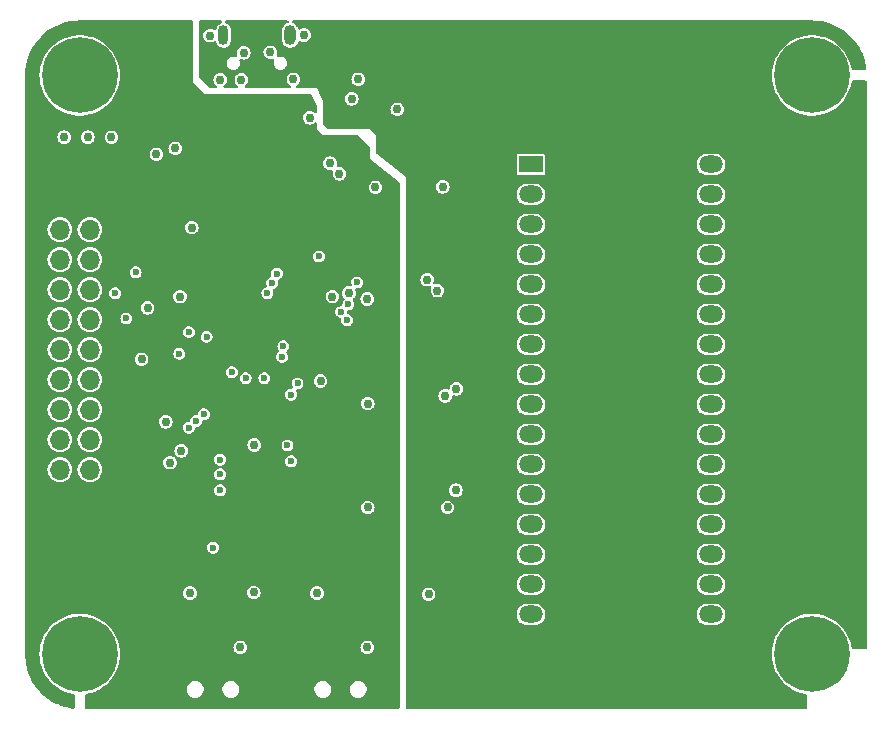
<source format=gbr>
G04 #@! TF.GenerationSoftware,KiCad,Pcbnew,7.0.7*
G04 #@! TF.CreationDate,2023-09-26T12:49:17-04:00*
G04 #@! TF.ProjectId,programmer,70726f67-7261-46d6-9d65-722e6b696361,rev?*
G04 #@! TF.SameCoordinates,Original*
G04 #@! TF.FileFunction,Copper,L3,Inr*
G04 #@! TF.FilePolarity,Positive*
%FSLAX46Y46*%
G04 Gerber Fmt 4.6, Leading zero omitted, Abs format (unit mm)*
G04 Created by KiCad (PCBNEW 7.0.7) date 2023-09-26 12:49:17*
%MOMM*%
%LPD*%
G01*
G04 APERTURE LIST*
G04 #@! TA.AperFunction,ComponentPad*
%ADD10O,1.000000X1.700000*%
G04 #@! TD*
G04 #@! TA.AperFunction,ComponentPad*
%ADD11O,0.850000X1.700000*%
G04 #@! TD*
G04 #@! TA.AperFunction,ComponentPad*
%ADD12C,0.800000*%
G04 #@! TD*
G04 #@! TA.AperFunction,ComponentPad*
%ADD13C,6.400000*%
G04 #@! TD*
G04 #@! TA.AperFunction,ComponentPad*
%ADD14R,1.700000X1.700000*%
G04 #@! TD*
G04 #@! TA.AperFunction,ComponentPad*
%ADD15O,1.700000X1.700000*%
G04 #@! TD*
G04 #@! TA.AperFunction,ComponentPad*
%ADD16R,2.000000X1.440000*%
G04 #@! TD*
G04 #@! TA.AperFunction,ComponentPad*
%ADD17O,2.000000X1.440000*%
G04 #@! TD*
G04 #@! TA.AperFunction,ViaPad*
%ADD18C,0.800000*%
G04 #@! TD*
G04 #@! TA.AperFunction,ViaPad*
%ADD19C,0.750000*%
G04 #@! TD*
G04 #@! TA.AperFunction,ViaPad*
%ADD20C,0.600000*%
G04 #@! TD*
G04 APERTURE END LIST*
D10*
X133732500Y-74030000D03*
D11*
X128082500Y-74030000D03*
D12*
X113507500Y-126420000D03*
X114210444Y-124722944D03*
X114210444Y-128117056D03*
X115907500Y-124020000D03*
D13*
X115907500Y-126420000D03*
D12*
X115907500Y-128820000D03*
X117604556Y-124722944D03*
X117604556Y-128117056D03*
X118307500Y-126420000D03*
D14*
X116775000Y-113345000D03*
D15*
X114235000Y-113345000D03*
X116775000Y-110805000D03*
X114235000Y-110805000D03*
X116775000Y-108265000D03*
X114235000Y-108265000D03*
X116775000Y-105725000D03*
X114235000Y-105725000D03*
X116775000Y-103185000D03*
X114235000Y-103185000D03*
X116775000Y-100645000D03*
X114235000Y-100645000D03*
X116775000Y-98105000D03*
X114235000Y-98105000D03*
X116775000Y-95565000D03*
X114235000Y-95565000D03*
X116775000Y-93025000D03*
X114235000Y-93025000D03*
X116775000Y-90485000D03*
X114235000Y-90485000D03*
D16*
X154107500Y-84960000D03*
D17*
X154107500Y-87500000D03*
X154107500Y-90040000D03*
X154107500Y-92580000D03*
X154107500Y-95120000D03*
X154107500Y-97660000D03*
X154107500Y-100200000D03*
X154107500Y-102740000D03*
X154107500Y-105280000D03*
X154107500Y-107820000D03*
X154107500Y-110360000D03*
X154107500Y-112900000D03*
X154107500Y-115440000D03*
X154107500Y-117980000D03*
X154107500Y-120520000D03*
X154107500Y-123060000D03*
X169347500Y-123060000D03*
X169347500Y-120520000D03*
X169347500Y-117980000D03*
X169347500Y-115440000D03*
X169347500Y-112900000D03*
X169347500Y-110360000D03*
X169347500Y-107820000D03*
X169347500Y-105280000D03*
X169347500Y-102740000D03*
X169347500Y-100200000D03*
X169347500Y-97660000D03*
X169347500Y-95120000D03*
X169347500Y-92580000D03*
X169347500Y-90040000D03*
X169347500Y-87500000D03*
X169347500Y-84960000D03*
D12*
X175507500Y-77420000D03*
X176210444Y-75722944D03*
X176210444Y-79117056D03*
X177907500Y-75020000D03*
D13*
X177907500Y-77420000D03*
D12*
X177907500Y-79820000D03*
X179604556Y-75722944D03*
X179604556Y-79117056D03*
X180307500Y-77420000D03*
X113507500Y-77420000D03*
X114210444Y-75722944D03*
X114210444Y-79117056D03*
X115907500Y-75020000D03*
D13*
X115907500Y-77420000D03*
D12*
X115907500Y-79820000D03*
X117604556Y-75722944D03*
X117604556Y-79117056D03*
X118307500Y-77420000D03*
X175507500Y-126420000D03*
X176210444Y-124722944D03*
X176210444Y-128117056D03*
X177907500Y-124020000D03*
D13*
X177907500Y-126420000D03*
D12*
X177907500Y-128820000D03*
X179604556Y-124722944D03*
X179604556Y-128117056D03*
X180307500Y-126420000D03*
D18*
X139650000Y-81450000D03*
X144450000Y-84550000D03*
X137850000Y-79400000D03*
X145200000Y-113200000D03*
X145250000Y-86800000D03*
X145150000Y-104450000D03*
X145000000Y-95850000D03*
D19*
X146650000Y-86850000D03*
X137300000Y-96150500D03*
X118600000Y-82650000D03*
X146850000Y-104550000D03*
X135400000Y-81000000D03*
X142800000Y-80300000D03*
X140250000Y-125850000D03*
X136300000Y-103300000D03*
X129500000Y-125850000D03*
X125400000Y-90300000D03*
X140300000Y-105200000D03*
X139500000Y-77750000D03*
X124400000Y-96150000D03*
X134000000Y-77750000D03*
X123200000Y-106750000D03*
X130690734Y-108709266D03*
X140250000Y-96350000D03*
X147750000Y-112544500D03*
X136000000Y-121250000D03*
X134900000Y-74000000D03*
X145334956Y-94707877D03*
X140950497Y-86900000D03*
X124000000Y-83600000D03*
X140300000Y-114000000D03*
X129800000Y-75500000D03*
X145450000Y-121350000D03*
X123550000Y-110200000D03*
X137900000Y-85750000D03*
X122400000Y-84100000D03*
X121149500Y-101450000D03*
X132050000Y-75455498D03*
X146200000Y-95650000D03*
X116600000Y-82650000D03*
X126950000Y-74050000D03*
X121650000Y-97100000D03*
X138950000Y-79400000D03*
X138700000Y-95850000D03*
X147800000Y-103950000D03*
X129600000Y-77800000D03*
X130650000Y-121200000D03*
X114600000Y-82650000D03*
X125250000Y-121250000D03*
X127800000Y-77800000D03*
X137100000Y-84850000D03*
X124500500Y-109200000D03*
X147050000Y-114000000D03*
D20*
X139150000Y-85800000D03*
X140150000Y-85800000D03*
D19*
X141900000Y-86900000D03*
X135948273Y-101001727D03*
X142150000Y-104450000D03*
X142350000Y-113250000D03*
X135700000Y-125800000D03*
X124200000Y-90300000D03*
X125000000Y-125850000D03*
X137550000Y-92950000D03*
X134100000Y-85500000D03*
X142050000Y-95650000D03*
X124250000Y-106800000D03*
X121149500Y-103850000D03*
X132409266Y-108590734D03*
D20*
X125150000Y-99150000D03*
X118900000Y-95850000D03*
X120650000Y-94100000D03*
X119850000Y-98000000D03*
X127800000Y-112550000D03*
X125150000Y-107250000D03*
X127800000Y-111200000D03*
X125750000Y-106700000D03*
X126425500Y-106119929D03*
X127800000Y-109950000D03*
X129950000Y-103050000D03*
X133800000Y-110100000D03*
X133500000Y-108750000D03*
X131550000Y-103050000D03*
X133800000Y-104450000D03*
X133050000Y-101250000D03*
X133150000Y-100350000D03*
X134350000Y-103500000D03*
X138550000Y-98150000D03*
X131800000Y-95850000D03*
X138050000Y-97450000D03*
X132200000Y-95000000D03*
X138650000Y-96800000D03*
X132600000Y-94200000D03*
X126650000Y-99550000D03*
X136150000Y-92750000D03*
X139400000Y-94950000D03*
X124350000Y-101000000D03*
X128800000Y-102550000D03*
X127200000Y-117400000D03*
G04 #@! TA.AperFunction,Conductor*
G36*
X125443039Y-72790185D02*
G01*
X125488794Y-72842989D01*
X125500000Y-72894500D01*
X125500000Y-78000000D01*
X126500000Y-79000000D01*
X135423364Y-79000000D01*
X135490403Y-79019685D01*
X135534273Y-79068546D01*
X135587859Y-79175717D01*
X135986909Y-79973818D01*
X136000000Y-80029272D01*
X136000000Y-80483548D01*
X135980315Y-80550587D01*
X135927511Y-80596342D01*
X135858353Y-80606286D01*
X135800515Y-80581924D01*
X135690233Y-80497302D01*
X135690229Y-80497300D01*
X135550236Y-80439313D01*
X135550234Y-80439312D01*
X135400001Y-80419534D01*
X135399999Y-80419534D01*
X135249765Y-80439312D01*
X135249763Y-80439313D01*
X135109770Y-80497300D01*
X134989549Y-80589549D01*
X134897300Y-80709770D01*
X134839313Y-80849763D01*
X134839312Y-80849765D01*
X134819534Y-80999999D01*
X134819534Y-81000000D01*
X134839312Y-81150234D01*
X134839313Y-81150236D01*
X134897302Y-81290233D01*
X134989549Y-81410451D01*
X135109767Y-81502698D01*
X135249764Y-81560687D01*
X135324882Y-81570576D01*
X135399999Y-81580466D01*
X135400000Y-81580466D01*
X135400001Y-81580466D01*
X135450078Y-81573873D01*
X135550236Y-81560687D01*
X135690233Y-81502698D01*
X135800514Y-81418075D01*
X135865682Y-81392881D01*
X135934127Y-81406919D01*
X135984117Y-81455732D01*
X136000000Y-81516451D01*
X136000000Y-82000000D01*
X136500000Y-82500000D01*
X139448638Y-82500000D01*
X139515677Y-82519685D01*
X139536319Y-82536319D01*
X140463681Y-83463681D01*
X140497166Y-83525004D01*
X140500000Y-83551361D01*
X140500000Y-84500000D01*
X142953462Y-86462770D01*
X142993514Y-86520020D01*
X143000000Y-86559597D01*
X143000000Y-130945500D01*
X142980315Y-131012539D01*
X142927511Y-131058294D01*
X142876000Y-131069500D01*
X116457000Y-131069500D01*
X116389961Y-131049815D01*
X116344206Y-130997011D01*
X116333000Y-130945500D01*
X116333000Y-130445132D01*
X116333000Y-129905516D01*
X116352683Y-129838481D01*
X116405487Y-129792726D01*
X116443591Y-129782247D01*
X116458448Y-129780632D01*
X116818566Y-129701364D01*
X117168003Y-129583625D01*
X117378432Y-129486270D01*
X124989500Y-129486270D01*
X125030790Y-129653793D01*
X125030791Y-129653796D01*
X125030792Y-129653797D01*
X125110976Y-129806574D01*
X125225391Y-129935723D01*
X125367386Y-130033735D01*
X125367387Y-130033735D01*
X125367389Y-130033737D01*
X125528717Y-130094921D01*
X125657021Y-130110500D01*
X125657025Y-130110500D01*
X125742979Y-130110500D01*
X125845621Y-130098036D01*
X125871283Y-130094921D01*
X126032611Y-130033737D01*
X126174609Y-129935723D01*
X126289024Y-129806574D01*
X126369208Y-129653797D01*
X126410500Y-129486270D01*
X127989500Y-129486270D01*
X128030790Y-129653793D01*
X128030791Y-129653796D01*
X128030792Y-129653797D01*
X128110976Y-129806574D01*
X128225391Y-129935723D01*
X128367386Y-130033735D01*
X128367387Y-130033735D01*
X128367389Y-130033737D01*
X128528717Y-130094921D01*
X128657021Y-130110500D01*
X128657025Y-130110500D01*
X128742979Y-130110500D01*
X128845621Y-130098036D01*
X128871283Y-130094921D01*
X129032611Y-130033737D01*
X129174609Y-129935723D01*
X129289024Y-129806574D01*
X129369208Y-129653797D01*
X129410500Y-129486270D01*
X135784500Y-129486270D01*
X135825790Y-129653793D01*
X135825791Y-129653796D01*
X135825792Y-129653797D01*
X135905976Y-129806574D01*
X136020391Y-129935723D01*
X136162386Y-130033735D01*
X136162387Y-130033735D01*
X136162389Y-130033737D01*
X136323717Y-130094921D01*
X136452021Y-130110500D01*
X136452025Y-130110500D01*
X136537979Y-130110500D01*
X136640621Y-130098036D01*
X136666283Y-130094921D01*
X136827611Y-130033737D01*
X136969609Y-129935723D01*
X137084024Y-129806574D01*
X137164208Y-129653797D01*
X137205500Y-129486270D01*
X138784500Y-129486270D01*
X138825790Y-129653793D01*
X138825791Y-129653796D01*
X138825792Y-129653797D01*
X138905976Y-129806574D01*
X139020391Y-129935723D01*
X139162386Y-130033735D01*
X139162387Y-130033735D01*
X139162389Y-130033737D01*
X139323717Y-130094921D01*
X139452021Y-130110500D01*
X139452025Y-130110500D01*
X139537979Y-130110500D01*
X139640621Y-130098036D01*
X139666283Y-130094921D01*
X139827611Y-130033737D01*
X139969609Y-129935723D01*
X140084024Y-129806574D01*
X140164208Y-129653797D01*
X140205500Y-129486270D01*
X140205500Y-129313730D01*
X140164208Y-129146203D01*
X140084024Y-128993426D01*
X139969609Y-128864277D01*
X139827612Y-128766264D01*
X139827614Y-128766264D01*
X139666282Y-128705078D01*
X139537979Y-128689500D01*
X139537975Y-128689500D01*
X139452025Y-128689500D01*
X139452021Y-128689500D01*
X139323717Y-128705078D01*
X139162386Y-128766264D01*
X139020392Y-128864276D01*
X138905976Y-128993425D01*
X138825790Y-129146206D01*
X138784500Y-129313729D01*
X138784500Y-129486270D01*
X137205500Y-129486270D01*
X137205500Y-129313730D01*
X137164208Y-129146203D01*
X137084024Y-128993426D01*
X136969609Y-128864277D01*
X136827612Y-128766264D01*
X136827614Y-128766264D01*
X136666282Y-128705078D01*
X136537979Y-128689500D01*
X136537975Y-128689500D01*
X136452025Y-128689500D01*
X136452021Y-128689500D01*
X136323717Y-128705078D01*
X136162386Y-128766264D01*
X136020392Y-128864276D01*
X135905976Y-128993425D01*
X135825790Y-129146206D01*
X135784500Y-129313729D01*
X135784500Y-129486270D01*
X129410500Y-129486270D01*
X129410500Y-129313730D01*
X129369208Y-129146203D01*
X129289024Y-128993426D01*
X129174609Y-128864277D01*
X129032612Y-128766264D01*
X129032614Y-128766264D01*
X128871282Y-128705078D01*
X128742979Y-128689500D01*
X128742975Y-128689500D01*
X128657025Y-128689500D01*
X128657021Y-128689500D01*
X128528717Y-128705078D01*
X128367386Y-128766264D01*
X128225392Y-128864276D01*
X128110976Y-128993425D01*
X128030790Y-129146206D01*
X127989500Y-129313729D01*
X127989500Y-129486270D01*
X126410500Y-129486270D01*
X126410500Y-129313730D01*
X126369208Y-129146203D01*
X126289024Y-128993426D01*
X126174609Y-128864277D01*
X126032612Y-128766264D01*
X126032614Y-128766264D01*
X125871282Y-128705078D01*
X125742979Y-128689500D01*
X125742975Y-128689500D01*
X125657025Y-128689500D01*
X125657021Y-128689500D01*
X125528717Y-128705078D01*
X125367386Y-128766264D01*
X125225392Y-128864276D01*
X125110976Y-128993425D01*
X125030790Y-129146206D01*
X124989500Y-129313729D01*
X124989500Y-129486270D01*
X117378432Y-129486270D01*
X117502662Y-129428795D01*
X117818619Y-129238690D01*
X118112170Y-129015538D01*
X118379873Y-128761956D01*
X118618590Y-128480917D01*
X118825522Y-128175716D01*
X118998243Y-127849930D01*
X119134727Y-127507379D01*
X119233375Y-127152081D01*
X119293031Y-126788199D01*
X119312994Y-126420000D01*
X119293031Y-126051801D01*
X119284577Y-126000236D01*
X119259947Y-125850000D01*
X128919533Y-125850000D01*
X128939312Y-126000234D01*
X128939313Y-126000236D01*
X128997302Y-126140233D01*
X129089549Y-126260451D01*
X129209767Y-126352698D01*
X129349764Y-126410687D01*
X129420503Y-126420000D01*
X129499999Y-126430466D01*
X129500000Y-126430466D01*
X129500001Y-126430466D01*
X129550078Y-126423872D01*
X129650236Y-126410687D01*
X129790233Y-126352698D01*
X129910451Y-126260451D01*
X130002698Y-126140233D01*
X130060687Y-126000236D01*
X130080466Y-125850000D01*
X139669534Y-125850000D01*
X139689312Y-126000234D01*
X139689313Y-126000236D01*
X139747302Y-126140233D01*
X139839549Y-126260451D01*
X139959767Y-126352698D01*
X140099764Y-126410687D01*
X140170503Y-126420000D01*
X140249999Y-126430466D01*
X140250000Y-126430466D01*
X140250001Y-126430466D01*
X140300078Y-126423872D01*
X140400236Y-126410687D01*
X140540233Y-126352698D01*
X140660451Y-126260451D01*
X140752698Y-126140233D01*
X140810687Y-126000236D01*
X140830466Y-125850000D01*
X140810687Y-125699764D01*
X140752698Y-125559767D01*
X140660451Y-125439549D01*
X140540233Y-125347302D01*
X140540229Y-125347300D01*
X140400236Y-125289313D01*
X140400234Y-125289312D01*
X140250001Y-125269534D01*
X140249999Y-125269534D01*
X140099765Y-125289312D01*
X140099763Y-125289313D01*
X139959770Y-125347300D01*
X139839549Y-125439549D01*
X139747300Y-125559770D01*
X139689313Y-125699763D01*
X139689312Y-125699765D01*
X139669534Y-125849999D01*
X139669534Y-125850000D01*
X130080466Y-125850000D01*
X130060687Y-125699764D01*
X130002698Y-125559767D01*
X129910451Y-125439549D01*
X129790233Y-125347302D01*
X129790229Y-125347300D01*
X129650236Y-125289313D01*
X129650234Y-125289312D01*
X129500001Y-125269534D01*
X129499999Y-125269534D01*
X129349765Y-125289312D01*
X129349763Y-125289313D01*
X129209770Y-125347300D01*
X129089549Y-125439549D01*
X128997300Y-125559770D01*
X128939313Y-125699763D01*
X128939312Y-125699765D01*
X128919533Y-125849999D01*
X128919533Y-125850000D01*
X119259947Y-125850000D01*
X119233377Y-125687931D01*
X119233376Y-125687930D01*
X119233375Y-125687919D01*
X119197794Y-125559767D01*
X119134731Y-125332634D01*
X119134729Y-125332628D01*
X119134728Y-125332627D01*
X119134727Y-125332621D01*
X118998243Y-124990070D01*
X118825522Y-124664284D01*
X118618590Y-124359083D01*
X118379873Y-124078044D01*
X118112170Y-123824462D01*
X117818619Y-123601310D01*
X117502662Y-123411205D01*
X117502661Y-123411204D01*
X117502657Y-123411202D01*
X117502653Y-123411200D01*
X117168013Y-123256379D01*
X117168008Y-123256377D01*
X117168003Y-123256375D01*
X116997672Y-123198983D01*
X116818565Y-123138635D01*
X116458446Y-123059367D01*
X116091871Y-123019500D01*
X116091870Y-123019500D01*
X115723130Y-123019500D01*
X115723128Y-123019500D01*
X115356553Y-123059367D01*
X114996434Y-123138635D01*
X114726312Y-123229650D01*
X114646997Y-123256375D01*
X114646994Y-123256376D01*
X114646986Y-123256379D01*
X114312346Y-123411200D01*
X114312342Y-123411202D01*
X114077038Y-123552779D01*
X113996381Y-123601310D01*
X113895910Y-123677685D01*
X113702830Y-123824461D01*
X113702830Y-123824462D01*
X113435126Y-124078044D01*
X113196409Y-124359083D01*
X112989479Y-124664282D01*
X112989473Y-124664291D01*
X112816761Y-124990061D01*
X112816755Y-124990073D01*
X112680270Y-125332628D01*
X112680268Y-125332634D01*
X112581628Y-125687905D01*
X112581622Y-125687931D01*
X112521970Y-126051786D01*
X112521969Y-126051799D01*
X112521969Y-126051801D01*
X112502006Y-126420000D01*
X112516869Y-126694141D01*
X112521969Y-126788196D01*
X112521970Y-126788213D01*
X112581622Y-127152068D01*
X112581628Y-127152094D01*
X112680268Y-127507365D01*
X112680270Y-127507371D01*
X112816755Y-127849926D01*
X112816761Y-127849938D01*
X112989473Y-128175708D01*
X112989476Y-128175713D01*
X112989478Y-128175716D01*
X113196410Y-128480917D01*
X113435127Y-128761956D01*
X113702830Y-129015538D01*
X113996381Y-129238690D01*
X114312338Y-129428795D01*
X114312340Y-129428796D01*
X114312342Y-129428797D01*
X114312346Y-129428799D01*
X114646986Y-129583620D01*
X114646997Y-129583625D01*
X114996434Y-129701364D01*
X115356552Y-129780632D01*
X115371405Y-129782247D01*
X115435921Y-129809061D01*
X115475701Y-129866501D01*
X115482000Y-129905520D01*
X115482000Y-130907743D01*
X115462315Y-130974782D01*
X115409511Y-131020537D01*
X115341815Y-131030682D01*
X115102814Y-130999218D01*
X115097485Y-130998278D01*
X114706760Y-130911656D01*
X114701533Y-130910256D01*
X114319860Y-130789915D01*
X114314775Y-130788064D01*
X114061661Y-130683221D01*
X113945028Y-130634910D01*
X113940138Y-130632630D01*
X113585157Y-130447838D01*
X113580471Y-130445132D01*
X113242936Y-130230099D01*
X113238503Y-130226995D01*
X113211937Y-130206610D01*
X112921002Y-129983368D01*
X112916859Y-129979891D01*
X112621803Y-129709522D01*
X112617977Y-129705696D01*
X112614007Y-129701364D01*
X112550072Y-129631591D01*
X112347608Y-129410640D01*
X112344129Y-129406495D01*
X112272947Y-129313729D01*
X112100501Y-129088991D01*
X112097400Y-129084563D01*
X111882367Y-128747028D01*
X111879661Y-128742342D01*
X111694864Y-128387351D01*
X111692593Y-128382481D01*
X111539435Y-128012724D01*
X111537584Y-128007639D01*
X111417239Y-127625951D01*
X111415843Y-127620739D01*
X111335939Y-127260316D01*
X111333000Y-127233478D01*
X111333000Y-126886506D01*
X111317220Y-126786876D01*
X111317219Y-126786874D01*
X111282190Y-126718126D01*
X111268794Y-126667244D01*
X111258000Y-126420000D01*
X111258000Y-126364486D01*
X111258000Y-126313132D01*
X111257999Y-126313123D01*
X111257999Y-121250000D01*
X124669533Y-121250000D01*
X124689312Y-121400234D01*
X124689313Y-121400236D01*
X124726589Y-121490229D01*
X124747302Y-121540233D01*
X124839549Y-121660451D01*
X124959767Y-121752698D01*
X125099764Y-121810687D01*
X125174882Y-121820576D01*
X125249999Y-121830466D01*
X125250000Y-121830466D01*
X125250001Y-121830466D01*
X125300078Y-121823872D01*
X125400236Y-121810687D01*
X125540233Y-121752698D01*
X125660451Y-121660451D01*
X125752698Y-121540233D01*
X125810687Y-121400236D01*
X125830466Y-121250000D01*
X125823883Y-121200000D01*
X130069533Y-121200000D01*
X130089312Y-121350234D01*
X130089313Y-121350236D01*
X130147302Y-121490233D01*
X130239549Y-121610451D01*
X130359767Y-121702698D01*
X130499764Y-121760687D01*
X130574882Y-121770576D01*
X130649999Y-121780466D01*
X130650000Y-121780466D01*
X130650001Y-121780466D01*
X130700078Y-121773873D01*
X130800236Y-121760687D01*
X130940233Y-121702698D01*
X131060451Y-121610451D01*
X131152698Y-121490233D01*
X131210687Y-121350236D01*
X131223883Y-121250000D01*
X135419534Y-121250000D01*
X135439312Y-121400234D01*
X135439313Y-121400236D01*
X135476589Y-121490229D01*
X135497302Y-121540233D01*
X135589549Y-121660451D01*
X135709767Y-121752698D01*
X135849764Y-121810687D01*
X135924881Y-121820576D01*
X135999999Y-121830466D01*
X136000000Y-121830466D01*
X136000001Y-121830466D01*
X136050078Y-121823873D01*
X136150236Y-121810687D01*
X136290233Y-121752698D01*
X136410451Y-121660451D01*
X136502698Y-121540233D01*
X136560687Y-121400236D01*
X136580466Y-121250000D01*
X136560687Y-121099764D01*
X136502698Y-120959767D01*
X136410451Y-120839549D01*
X136290233Y-120747302D01*
X136290229Y-120747300D01*
X136150236Y-120689313D01*
X136150234Y-120689312D01*
X136000001Y-120669534D01*
X135999999Y-120669534D01*
X135849765Y-120689312D01*
X135849763Y-120689313D01*
X135709770Y-120747300D01*
X135589549Y-120839549D01*
X135497300Y-120959770D01*
X135439313Y-121099763D01*
X135439312Y-121099765D01*
X135419534Y-121249999D01*
X135419534Y-121250000D01*
X131223883Y-121250000D01*
X131230466Y-121200000D01*
X131210687Y-121049764D01*
X131152698Y-120909767D01*
X131060451Y-120789549D01*
X130940233Y-120697302D01*
X130940229Y-120697300D01*
X130800236Y-120639313D01*
X130800234Y-120639312D01*
X130650001Y-120619534D01*
X130649999Y-120619534D01*
X130499765Y-120639312D01*
X130499763Y-120639313D01*
X130359770Y-120697300D01*
X130359767Y-120697301D01*
X130359767Y-120697302D01*
X130239549Y-120789549D01*
X130201183Y-120839549D01*
X130147300Y-120909770D01*
X130089313Y-121049763D01*
X130089312Y-121049765D01*
X130069533Y-121199999D01*
X130069533Y-121200000D01*
X125823883Y-121200000D01*
X125810687Y-121099764D01*
X125752698Y-120959767D01*
X125660451Y-120839549D01*
X125540233Y-120747302D01*
X125540229Y-120747300D01*
X125400236Y-120689313D01*
X125400234Y-120689312D01*
X125250001Y-120669534D01*
X125249999Y-120669534D01*
X125099765Y-120689312D01*
X125099763Y-120689313D01*
X124959770Y-120747300D01*
X124839549Y-120839549D01*
X124747300Y-120959770D01*
X124689313Y-121099763D01*
X124689312Y-121099765D01*
X124669533Y-121249999D01*
X124669533Y-121250000D01*
X111257999Y-121250000D01*
X111257999Y-117399999D01*
X126694353Y-117399999D01*
X126714834Y-117542456D01*
X126774622Y-117673371D01*
X126774623Y-117673373D01*
X126868872Y-117782143D01*
X126989947Y-117859953D01*
X126989950Y-117859954D01*
X126989949Y-117859954D01*
X127128036Y-117900499D01*
X127128038Y-117900500D01*
X127128039Y-117900500D01*
X127271962Y-117900500D01*
X127271962Y-117900499D01*
X127410053Y-117859953D01*
X127531128Y-117782143D01*
X127625377Y-117673373D01*
X127685165Y-117542457D01*
X127705647Y-117400000D01*
X127685165Y-117257543D01*
X127625377Y-117126627D01*
X127531128Y-117017857D01*
X127410053Y-116940047D01*
X127410051Y-116940046D01*
X127410049Y-116940045D01*
X127410050Y-116940045D01*
X127271963Y-116899500D01*
X127271961Y-116899500D01*
X127128039Y-116899500D01*
X127128036Y-116899500D01*
X126989949Y-116940045D01*
X126868873Y-117017856D01*
X126774623Y-117126626D01*
X126774622Y-117126628D01*
X126714834Y-117257543D01*
X126694353Y-117399999D01*
X111257999Y-117399999D01*
X111258000Y-114000000D01*
X139719534Y-114000000D01*
X139739312Y-114150234D01*
X139739313Y-114150236D01*
X139797302Y-114290233D01*
X139889549Y-114410451D01*
X140009767Y-114502698D01*
X140149764Y-114560687D01*
X140224882Y-114570576D01*
X140299999Y-114580466D01*
X140300000Y-114580466D01*
X140300001Y-114580466D01*
X140350078Y-114573873D01*
X140450236Y-114560687D01*
X140590233Y-114502698D01*
X140710451Y-114410451D01*
X140802698Y-114290233D01*
X140860687Y-114150236D01*
X140880466Y-114000000D01*
X140860687Y-113849764D01*
X140802698Y-113709767D01*
X140710451Y-113589549D01*
X140590233Y-113497302D01*
X140590229Y-113497300D01*
X140450236Y-113439313D01*
X140450234Y-113439312D01*
X140300001Y-113419534D01*
X140299999Y-113419534D01*
X140149765Y-113439312D01*
X140149763Y-113439313D01*
X140009770Y-113497300D01*
X139889549Y-113589549D01*
X139797300Y-113709770D01*
X139739313Y-113849763D01*
X139739312Y-113849765D01*
X139719534Y-113999999D01*
X139719534Y-114000000D01*
X111258000Y-114000000D01*
X111258000Y-112549999D01*
X127294353Y-112549999D01*
X127314834Y-112692456D01*
X127374622Y-112823371D01*
X127374623Y-112823373D01*
X127468872Y-112932143D01*
X127589947Y-113009953D01*
X127589950Y-113009954D01*
X127589949Y-113009954D01*
X127728036Y-113050499D01*
X127728038Y-113050500D01*
X127728039Y-113050500D01*
X127871962Y-113050500D01*
X127871962Y-113050499D01*
X128010053Y-113009953D01*
X128131128Y-112932143D01*
X128225377Y-112823373D01*
X128285165Y-112692457D01*
X128305647Y-112550000D01*
X128285165Y-112407543D01*
X128225377Y-112276627D01*
X128131128Y-112167857D01*
X128010053Y-112090047D01*
X128010051Y-112090046D01*
X128010049Y-112090045D01*
X128010050Y-112090045D01*
X127871963Y-112049500D01*
X127871961Y-112049500D01*
X127728039Y-112049500D01*
X127728036Y-112049500D01*
X127589949Y-112090045D01*
X127468873Y-112167856D01*
X127374623Y-112276626D01*
X127374622Y-112276628D01*
X127314834Y-112407543D01*
X127294353Y-112549999D01*
X111258000Y-112549999D01*
X111258000Y-110804999D01*
X113179417Y-110804999D01*
X113199699Y-111010932D01*
X113229734Y-111109943D01*
X113259768Y-111208954D01*
X113357315Y-111391450D01*
X113357317Y-111391452D01*
X113488589Y-111551410D01*
X113526038Y-111582143D01*
X113648550Y-111682685D01*
X113831046Y-111780232D01*
X114029066Y-111840300D01*
X114029065Y-111840300D01*
X114047529Y-111842118D01*
X114235000Y-111860583D01*
X114440934Y-111840300D01*
X114638954Y-111780232D01*
X114821450Y-111682685D01*
X114981410Y-111551410D01*
X115112685Y-111391450D01*
X115210232Y-111208954D01*
X115270300Y-111010934D01*
X115290583Y-110805000D01*
X115290583Y-110804999D01*
X115719417Y-110804999D01*
X115739699Y-111010932D01*
X115769734Y-111109943D01*
X115799768Y-111208954D01*
X115897315Y-111391450D01*
X115897317Y-111391452D01*
X116028589Y-111551410D01*
X116066038Y-111582143D01*
X116188550Y-111682685D01*
X116371046Y-111780232D01*
X116569066Y-111840300D01*
X116569065Y-111840300D01*
X116587529Y-111842118D01*
X116775000Y-111860583D01*
X116980934Y-111840300D01*
X117178954Y-111780232D01*
X117361450Y-111682685D01*
X117521410Y-111551410D01*
X117652685Y-111391450D01*
X117750232Y-111208954D01*
X117752948Y-111200000D01*
X127294353Y-111200000D01*
X127314834Y-111342456D01*
X127374622Y-111473371D01*
X127374623Y-111473373D01*
X127468872Y-111582143D01*
X127589947Y-111659953D01*
X127589950Y-111659954D01*
X127589949Y-111659954D01*
X127728036Y-111700499D01*
X127728038Y-111700500D01*
X127728039Y-111700500D01*
X127871962Y-111700500D01*
X127871962Y-111700499D01*
X128010053Y-111659953D01*
X128131128Y-111582143D01*
X128225377Y-111473373D01*
X128285165Y-111342457D01*
X128305647Y-111200000D01*
X128285165Y-111057543D01*
X128225377Y-110926627D01*
X128131128Y-110817857D01*
X128010053Y-110740047D01*
X128010051Y-110740046D01*
X128010049Y-110740045D01*
X128010050Y-110740045D01*
X127871963Y-110699500D01*
X127871961Y-110699500D01*
X127728039Y-110699500D01*
X127728036Y-110699500D01*
X127589949Y-110740045D01*
X127468873Y-110817856D01*
X127374623Y-110926626D01*
X127374622Y-110926628D01*
X127314834Y-111057543D01*
X127294353Y-111200000D01*
X117752948Y-111200000D01*
X117810300Y-111010934D01*
X117830583Y-110805000D01*
X117810300Y-110599066D01*
X117750232Y-110401046D01*
X117652685Y-110218550D01*
X117637461Y-110200000D01*
X122969533Y-110200000D01*
X122989312Y-110350234D01*
X122989313Y-110350236D01*
X123030843Y-110450499D01*
X123047302Y-110490233D01*
X123139549Y-110610451D01*
X123259767Y-110702698D01*
X123399764Y-110760687D01*
X123474882Y-110770576D01*
X123549999Y-110780466D01*
X123550000Y-110780466D01*
X123550001Y-110780466D01*
X123600078Y-110773873D01*
X123700236Y-110760687D01*
X123840233Y-110702698D01*
X123960451Y-110610451D01*
X124052698Y-110490233D01*
X124110687Y-110350236D01*
X124130466Y-110200000D01*
X124110687Y-110049764D01*
X124069363Y-109949999D01*
X127294353Y-109949999D01*
X127314834Y-110092456D01*
X127363948Y-110199999D01*
X127374623Y-110223373D01*
X127468872Y-110332143D01*
X127589947Y-110409953D01*
X127589950Y-110409954D01*
X127589949Y-110409954D01*
X127728036Y-110450499D01*
X127728038Y-110450500D01*
X127728039Y-110450500D01*
X127871962Y-110450500D01*
X127871962Y-110450499D01*
X128010053Y-110409953D01*
X128131128Y-110332143D01*
X128225377Y-110223373D01*
X128281720Y-110100000D01*
X133294353Y-110100000D01*
X133314834Y-110242456D01*
X133374622Y-110373371D01*
X133374623Y-110373373D01*
X133468872Y-110482143D01*
X133589947Y-110559953D01*
X133589950Y-110559954D01*
X133589949Y-110559954D01*
X133697107Y-110591417D01*
X133723155Y-110599066D01*
X133728036Y-110600499D01*
X133728038Y-110600500D01*
X133728039Y-110600500D01*
X133871962Y-110600500D01*
X133871962Y-110600499D01*
X134010053Y-110559953D01*
X134131128Y-110482143D01*
X134225377Y-110373373D01*
X134285165Y-110242457D01*
X134305647Y-110100000D01*
X134285165Y-109957543D01*
X134225377Y-109826627D01*
X134131128Y-109717857D01*
X134010053Y-109640047D01*
X134010051Y-109640046D01*
X134010049Y-109640045D01*
X134010050Y-109640045D01*
X133871963Y-109599500D01*
X133871961Y-109599500D01*
X133728039Y-109599500D01*
X133728036Y-109599500D01*
X133589949Y-109640045D01*
X133468873Y-109717856D01*
X133374623Y-109826626D01*
X133374622Y-109826628D01*
X133314834Y-109957543D01*
X133294353Y-110100000D01*
X128281720Y-110100000D01*
X128285165Y-110092457D01*
X128305647Y-109950000D01*
X128285165Y-109807543D01*
X128225377Y-109676627D01*
X128131128Y-109567857D01*
X128010053Y-109490047D01*
X128010051Y-109490046D01*
X128010049Y-109490045D01*
X128010050Y-109490045D01*
X127871963Y-109449500D01*
X127871961Y-109449500D01*
X127728039Y-109449500D01*
X127728036Y-109449500D01*
X127589949Y-109490045D01*
X127468873Y-109567856D01*
X127374623Y-109676626D01*
X127374622Y-109676628D01*
X127314834Y-109807543D01*
X127294353Y-109949999D01*
X124069363Y-109949999D01*
X124065835Y-109941482D01*
X124052699Y-109909769D01*
X124052697Y-109909766D01*
X124014061Y-109859414D01*
X123988867Y-109794245D01*
X124002905Y-109725800D01*
X124051719Y-109675811D01*
X124119811Y-109660147D01*
X124185561Y-109683784D01*
X124187909Y-109685542D01*
X124210267Y-109702698D01*
X124350264Y-109760687D01*
X124418717Y-109769699D01*
X124500499Y-109780466D01*
X124500500Y-109780466D01*
X124500501Y-109780466D01*
X124550578Y-109773872D01*
X124650736Y-109760687D01*
X124790733Y-109702698D01*
X124910951Y-109610451D01*
X125003198Y-109490233D01*
X125061187Y-109350236D01*
X125080966Y-109200000D01*
X125061187Y-109049764D01*
X125003198Y-108909767D01*
X124910951Y-108789549D01*
X124806325Y-108709266D01*
X130110268Y-108709266D01*
X130130046Y-108859500D01*
X130130047Y-108859502D01*
X130150867Y-108909767D01*
X130188036Y-108999499D01*
X130280283Y-109119717D01*
X130400501Y-109211964D01*
X130540498Y-109269953D01*
X130615616Y-109279842D01*
X130690733Y-109289732D01*
X130690734Y-109289732D01*
X130690735Y-109289732D01*
X130740812Y-109283139D01*
X130840970Y-109269953D01*
X130980967Y-109211964D01*
X131101185Y-109119717D01*
X131193432Y-108999499D01*
X131251421Y-108859502D01*
X131265837Y-108749999D01*
X132994353Y-108749999D01*
X133014834Y-108892456D01*
X133074622Y-109023371D01*
X133074623Y-109023373D01*
X133168872Y-109132143D01*
X133289947Y-109209953D01*
X133289950Y-109209954D01*
X133289949Y-109209954D01*
X133428036Y-109250499D01*
X133428038Y-109250500D01*
X133428039Y-109250500D01*
X133571962Y-109250500D01*
X133571962Y-109250499D01*
X133710053Y-109209953D01*
X133831128Y-109132143D01*
X133925377Y-109023373D01*
X133985165Y-108892457D01*
X134005647Y-108750000D01*
X133985165Y-108607543D01*
X133925377Y-108476627D01*
X133831128Y-108367857D01*
X133710053Y-108290047D01*
X133710051Y-108290046D01*
X133710049Y-108290045D01*
X133710050Y-108290045D01*
X133571963Y-108249500D01*
X133571961Y-108249500D01*
X133428039Y-108249500D01*
X133428036Y-108249500D01*
X133289949Y-108290045D01*
X133168873Y-108367856D01*
X133074623Y-108476626D01*
X133074622Y-108476628D01*
X133014834Y-108607543D01*
X132994353Y-108749999D01*
X131265837Y-108749999D01*
X131271200Y-108709266D01*
X131251421Y-108559030D01*
X131193432Y-108419033D01*
X131101185Y-108298815D01*
X130980967Y-108206568D01*
X130980963Y-108206566D01*
X130840970Y-108148579D01*
X130840968Y-108148578D01*
X130690735Y-108128800D01*
X130690733Y-108128800D01*
X130540499Y-108148578D01*
X130540497Y-108148579D01*
X130400504Y-108206566D01*
X130280283Y-108298815D01*
X130188034Y-108419036D01*
X130130047Y-108559029D01*
X130130046Y-108559031D01*
X130110268Y-108709265D01*
X130110268Y-108709266D01*
X124806325Y-108709266D01*
X124790733Y-108697302D01*
X124790729Y-108697300D01*
X124650736Y-108639313D01*
X124650734Y-108639312D01*
X124500501Y-108619534D01*
X124500499Y-108619534D01*
X124350265Y-108639312D01*
X124350263Y-108639313D01*
X124210270Y-108697300D01*
X124210267Y-108697301D01*
X124210267Y-108697302D01*
X124090049Y-108789549D01*
X124011085Y-108892457D01*
X123997800Y-108909770D01*
X123939813Y-109049763D01*
X123939812Y-109049765D01*
X123920034Y-109199999D01*
X123920034Y-109200000D01*
X123939812Y-109350234D01*
X123939813Y-109350236D01*
X123997800Y-109490230D01*
X123997802Y-109490233D01*
X124036438Y-109540585D01*
X124061632Y-109605754D01*
X124047593Y-109674199D01*
X123998779Y-109724189D01*
X123930688Y-109739852D01*
X123864938Y-109716215D01*
X123862629Y-109714487D01*
X123840233Y-109697302D01*
X123840229Y-109697300D01*
X123840230Y-109697300D01*
X123700236Y-109639313D01*
X123700234Y-109639312D01*
X123550001Y-109619534D01*
X123549999Y-109619534D01*
X123399765Y-109639312D01*
X123399763Y-109639313D01*
X123259770Y-109697300D01*
X123259767Y-109697301D01*
X123259767Y-109697302D01*
X123139549Y-109789549D01*
X123085940Y-109859414D01*
X123047300Y-109909770D01*
X122989313Y-110049763D01*
X122989312Y-110049765D01*
X122969533Y-110199999D01*
X122969533Y-110200000D01*
X117637461Y-110200000D01*
X117600702Y-110155209D01*
X117521410Y-110058589D01*
X117361452Y-109927317D01*
X117361453Y-109927317D01*
X117361450Y-109927315D01*
X117178954Y-109829768D01*
X116980934Y-109769700D01*
X116980932Y-109769699D01*
X116980934Y-109769699D01*
X116775000Y-109749417D01*
X116569067Y-109769699D01*
X116371043Y-109829769D01*
X116260898Y-109888643D01*
X116188550Y-109927315D01*
X116188548Y-109927316D01*
X116188547Y-109927317D01*
X116028589Y-110058589D01*
X115897317Y-110218547D01*
X115897315Y-110218550D01*
X115858643Y-110290898D01*
X115799769Y-110401043D01*
X115739699Y-110599067D01*
X115719417Y-110804999D01*
X115290583Y-110804999D01*
X115270300Y-110599066D01*
X115210232Y-110401046D01*
X115112685Y-110218550D01*
X115060702Y-110155209D01*
X114981410Y-110058589D01*
X114821452Y-109927317D01*
X114821453Y-109927317D01*
X114821450Y-109927315D01*
X114638954Y-109829768D01*
X114440934Y-109769700D01*
X114440932Y-109769699D01*
X114440934Y-109769699D01*
X114235000Y-109749417D01*
X114029067Y-109769699D01*
X113831043Y-109829769D01*
X113720898Y-109888643D01*
X113648550Y-109927315D01*
X113648548Y-109927316D01*
X113648547Y-109927317D01*
X113488589Y-110058589D01*
X113357317Y-110218547D01*
X113357315Y-110218550D01*
X113318643Y-110290898D01*
X113259769Y-110401043D01*
X113199699Y-110599067D01*
X113179417Y-110804999D01*
X111258000Y-110804999D01*
X111258000Y-108264999D01*
X113179417Y-108264999D01*
X113199699Y-108470932D01*
X113201427Y-108476627D01*
X113259768Y-108668954D01*
X113357315Y-108851450D01*
X113363923Y-108859502D01*
X113488589Y-109011410D01*
X113585209Y-109090702D01*
X113648550Y-109142685D01*
X113831046Y-109240232D01*
X114029066Y-109300300D01*
X114029065Y-109300300D01*
X114049348Y-109302297D01*
X114235000Y-109320583D01*
X114440934Y-109300300D01*
X114638954Y-109240232D01*
X114821450Y-109142685D01*
X114981410Y-109011410D01*
X115112685Y-108851450D01*
X115210232Y-108668954D01*
X115270300Y-108470934D01*
X115290583Y-108265000D01*
X115719417Y-108265000D01*
X115739699Y-108470932D01*
X115741427Y-108476627D01*
X115799768Y-108668954D01*
X115897315Y-108851450D01*
X115903923Y-108859502D01*
X116028589Y-109011410D01*
X116125209Y-109090702D01*
X116188550Y-109142685D01*
X116371046Y-109240232D01*
X116569066Y-109300300D01*
X116569065Y-109300300D01*
X116587529Y-109302118D01*
X116775000Y-109320583D01*
X116980934Y-109300300D01*
X117178954Y-109240232D01*
X117361450Y-109142685D01*
X117521410Y-109011410D01*
X117652685Y-108851450D01*
X117750232Y-108668954D01*
X117810300Y-108470934D01*
X117830583Y-108265000D01*
X117810300Y-108059066D01*
X117750232Y-107861046D01*
X117652685Y-107678550D01*
X117600702Y-107615209D01*
X117521410Y-107518589D01*
X117403677Y-107421969D01*
X117361450Y-107387315D01*
X117178954Y-107289768D01*
X116980934Y-107229700D01*
X116980932Y-107229699D01*
X116980934Y-107229699D01*
X116775000Y-107209417D01*
X116569067Y-107229699D01*
X116371043Y-107289769D01*
X116294906Y-107330466D01*
X116188550Y-107387315D01*
X116188548Y-107387316D01*
X116188547Y-107387317D01*
X116028589Y-107518589D01*
X115897317Y-107678547D01*
X115799769Y-107861043D01*
X115739699Y-108059067D01*
X115719417Y-108265000D01*
X115290583Y-108265000D01*
X115270300Y-108059066D01*
X115210232Y-107861046D01*
X115112685Y-107678550D01*
X115060702Y-107615209D01*
X114981410Y-107518589D01*
X114863677Y-107421969D01*
X114821450Y-107387315D01*
X114638954Y-107289768D01*
X114440934Y-107229700D01*
X114440932Y-107229699D01*
X114440934Y-107229699D01*
X114235000Y-107209417D01*
X114029067Y-107229699D01*
X113831043Y-107289769D01*
X113754906Y-107330466D01*
X113648550Y-107387315D01*
X113648548Y-107387316D01*
X113648547Y-107387317D01*
X113488589Y-107518589D01*
X113357317Y-107678547D01*
X113259769Y-107861043D01*
X113199699Y-108059067D01*
X113179417Y-108264999D01*
X111258000Y-108264999D01*
X111258000Y-105725000D01*
X113179417Y-105725000D01*
X113199699Y-105930932D01*
X113199700Y-105930934D01*
X113259768Y-106128954D01*
X113357315Y-106311450D01*
X113362573Y-106317857D01*
X113488589Y-106471410D01*
X113585209Y-106550702D01*
X113648550Y-106602685D01*
X113831046Y-106700232D01*
X114029066Y-106760300D01*
X114029065Y-106760300D01*
X114049347Y-106762297D01*
X114235000Y-106780583D01*
X114440934Y-106760300D01*
X114638954Y-106700232D01*
X114821450Y-106602685D01*
X114981410Y-106471410D01*
X115112685Y-106311450D01*
X115210232Y-106128954D01*
X115270300Y-105930934D01*
X115290583Y-105725000D01*
X115290583Y-105724999D01*
X115719417Y-105724999D01*
X115739699Y-105930932D01*
X115739700Y-105930934D01*
X115799768Y-106128954D01*
X115897315Y-106311450D01*
X115902573Y-106317857D01*
X116028589Y-106471410D01*
X116125209Y-106550702D01*
X116188550Y-106602685D01*
X116371046Y-106700232D01*
X116569066Y-106760300D01*
X116569065Y-106760300D01*
X116587529Y-106762118D01*
X116775000Y-106780583D01*
X116980934Y-106760300D01*
X117014889Y-106750000D01*
X122619533Y-106750000D01*
X122639312Y-106900234D01*
X122639313Y-106900236D01*
X122669607Y-106973373D01*
X122697302Y-107040233D01*
X122789549Y-107160451D01*
X122909767Y-107252698D01*
X123049764Y-107310687D01*
X123124882Y-107320576D01*
X123199999Y-107330466D01*
X123200000Y-107330466D01*
X123200001Y-107330466D01*
X123250078Y-107323873D01*
X123350236Y-107310687D01*
X123490233Y-107252698D01*
X123493749Y-107250000D01*
X124644353Y-107250000D01*
X124664834Y-107392456D01*
X124722438Y-107518589D01*
X124724623Y-107523373D01*
X124818872Y-107632143D01*
X124939947Y-107709953D01*
X124939950Y-107709954D01*
X124939949Y-107709954D01*
X125078036Y-107750499D01*
X125078038Y-107750500D01*
X125078039Y-107750500D01*
X125221962Y-107750500D01*
X125221962Y-107750499D01*
X125360053Y-107709953D01*
X125481128Y-107632143D01*
X125575377Y-107523373D01*
X125635165Y-107392457D01*
X125647472Y-107306853D01*
X125676498Y-107243297D01*
X125735276Y-107205523D01*
X125770211Y-107200500D01*
X125821962Y-107200500D01*
X125821962Y-107200499D01*
X125958357Y-107160451D01*
X125960050Y-107159954D01*
X125960050Y-107159953D01*
X125960053Y-107159953D01*
X126081128Y-107082143D01*
X126175377Y-106973373D01*
X126235165Y-106842457D01*
X126251796Y-106726782D01*
X126280821Y-106663227D01*
X126339599Y-106625452D01*
X126374534Y-106620429D01*
X126497462Y-106620429D01*
X126497462Y-106620428D01*
X126635553Y-106579882D01*
X126756628Y-106502072D01*
X126850877Y-106393302D01*
X126910665Y-106262386D01*
X126931147Y-106119929D01*
X126910665Y-105977472D01*
X126850877Y-105846556D01*
X126756628Y-105737786D01*
X126635553Y-105659976D01*
X126635551Y-105659975D01*
X126635549Y-105659974D01*
X126635550Y-105659974D01*
X126497463Y-105619429D01*
X126497461Y-105619429D01*
X126353539Y-105619429D01*
X126353536Y-105619429D01*
X126215449Y-105659974D01*
X126094373Y-105737785D01*
X126000123Y-105846555D01*
X126000122Y-105846557D01*
X125940334Y-105977472D01*
X125923704Y-106093146D01*
X125894679Y-106156702D01*
X125835901Y-106194477D01*
X125800966Y-106199500D01*
X125678036Y-106199500D01*
X125539949Y-106240045D01*
X125418873Y-106317856D01*
X125324623Y-106426626D01*
X125324622Y-106426628D01*
X125264834Y-106557543D01*
X125252527Y-106643147D01*
X125223502Y-106706703D01*
X125164724Y-106744477D01*
X125129789Y-106749500D01*
X125078036Y-106749500D01*
X124939949Y-106790045D01*
X124818873Y-106867856D01*
X124724623Y-106976626D01*
X124724622Y-106976628D01*
X124664834Y-107107543D01*
X124644353Y-107250000D01*
X123493749Y-107250000D01*
X123610451Y-107160451D01*
X123702698Y-107040233D01*
X123760687Y-106900236D01*
X123780466Y-106750000D01*
X123777409Y-106726783D01*
X123763407Y-106620428D01*
X123760687Y-106599764D01*
X123702698Y-106459767D01*
X123610451Y-106339549D01*
X123490233Y-106247302D01*
X123490229Y-106247300D01*
X123350236Y-106189313D01*
X123350234Y-106189312D01*
X123200001Y-106169534D01*
X123199999Y-106169534D01*
X123049765Y-106189312D01*
X123049763Y-106189313D01*
X122909770Y-106247300D01*
X122909767Y-106247301D01*
X122909767Y-106247302D01*
X122789549Y-106339549D01*
X122722732Y-106426627D01*
X122697300Y-106459770D01*
X122639313Y-106599763D01*
X122639312Y-106599765D01*
X122619533Y-106749999D01*
X122619533Y-106750000D01*
X117014889Y-106750000D01*
X117178954Y-106700232D01*
X117361450Y-106602685D01*
X117521410Y-106471410D01*
X117652685Y-106311450D01*
X117750232Y-106128954D01*
X117810300Y-105930934D01*
X117830583Y-105725000D01*
X117810300Y-105519066D01*
X117750232Y-105321046D01*
X117685531Y-105200000D01*
X139719534Y-105200000D01*
X139739312Y-105350234D01*
X139739313Y-105350236D01*
X139797302Y-105490233D01*
X139889549Y-105610451D01*
X140009767Y-105702698D01*
X140149764Y-105760687D01*
X140224882Y-105770576D01*
X140299999Y-105780466D01*
X140300000Y-105780466D01*
X140300001Y-105780466D01*
X140350078Y-105773873D01*
X140450236Y-105760687D01*
X140590233Y-105702698D01*
X140710451Y-105610451D01*
X140802698Y-105490233D01*
X140860687Y-105350236D01*
X140880466Y-105200000D01*
X140860687Y-105049764D01*
X140802698Y-104909767D01*
X140710451Y-104789549D01*
X140590233Y-104697302D01*
X140590229Y-104697300D01*
X140450236Y-104639313D01*
X140450234Y-104639312D01*
X140300001Y-104619534D01*
X140299999Y-104619534D01*
X140149765Y-104639312D01*
X140149763Y-104639313D01*
X140009770Y-104697300D01*
X140009767Y-104697301D01*
X140009767Y-104697302D01*
X139889549Y-104789549D01*
X139845224Y-104847315D01*
X139797300Y-104909770D01*
X139739313Y-105049763D01*
X139739312Y-105049765D01*
X139719534Y-105199999D01*
X139719534Y-105200000D01*
X117685531Y-105200000D01*
X117652685Y-105138550D01*
X117600702Y-105075209D01*
X117521410Y-104978589D01*
X117361452Y-104847317D01*
X117361453Y-104847317D01*
X117361450Y-104847315D01*
X117178954Y-104749768D01*
X116980934Y-104689700D01*
X116980932Y-104689699D01*
X116980934Y-104689699D01*
X116775000Y-104669417D01*
X116569067Y-104689699D01*
X116371043Y-104749769D01*
X116260898Y-104808643D01*
X116188550Y-104847315D01*
X116188548Y-104847316D01*
X116188547Y-104847317D01*
X116028589Y-104978589D01*
X115897317Y-105138547D01*
X115799769Y-105321043D01*
X115739699Y-105519067D01*
X115719417Y-105724999D01*
X115290583Y-105724999D01*
X115270300Y-105519066D01*
X115210232Y-105321046D01*
X115112685Y-105138550D01*
X115060702Y-105075209D01*
X114981410Y-104978589D01*
X114821452Y-104847317D01*
X114821453Y-104847317D01*
X114821450Y-104847315D01*
X114638954Y-104749768D01*
X114440934Y-104689700D01*
X114440932Y-104689699D01*
X114440934Y-104689699D01*
X114235000Y-104669417D01*
X114029067Y-104689699D01*
X113831043Y-104749769D01*
X113720898Y-104808643D01*
X113648550Y-104847315D01*
X113648548Y-104847316D01*
X113648547Y-104847317D01*
X113488589Y-104978589D01*
X113357317Y-105138547D01*
X113259769Y-105321043D01*
X113199699Y-105519067D01*
X113179417Y-105725000D01*
X111258000Y-105725000D01*
X111258000Y-104450000D01*
X133294353Y-104450000D01*
X133314834Y-104592456D01*
X133374622Y-104723371D01*
X133374623Y-104723373D01*
X133468872Y-104832143D01*
X133589947Y-104909953D01*
X133589950Y-104909954D01*
X133589949Y-104909954D01*
X133728036Y-104950499D01*
X133728038Y-104950500D01*
X133728039Y-104950500D01*
X133871962Y-104950500D01*
X133871962Y-104950499D01*
X134010053Y-104909953D01*
X134131128Y-104832143D01*
X134225377Y-104723373D01*
X134285165Y-104592457D01*
X134305647Y-104450000D01*
X134285165Y-104307543D01*
X134225377Y-104176627D01*
X134225376Y-104176626D01*
X134225096Y-104176012D01*
X134215152Y-104106853D01*
X134244177Y-104043298D01*
X134302955Y-104005523D01*
X134337890Y-104000500D01*
X134421962Y-104000500D01*
X134421962Y-104000499D01*
X134560053Y-103959953D01*
X134681128Y-103882143D01*
X134775377Y-103773373D01*
X134835165Y-103642457D01*
X134855647Y-103500000D01*
X134835165Y-103357543D01*
X134808886Y-103300000D01*
X135719534Y-103300000D01*
X135739312Y-103450234D01*
X135739313Y-103450236D01*
X135780843Y-103550499D01*
X135797302Y-103590233D01*
X135889549Y-103710451D01*
X136009767Y-103802698D01*
X136149764Y-103860687D01*
X136224882Y-103870576D01*
X136299999Y-103880466D01*
X136300000Y-103880466D01*
X136300001Y-103880466D01*
X136350078Y-103873872D01*
X136450236Y-103860687D01*
X136590233Y-103802698D01*
X136710451Y-103710451D01*
X136802698Y-103590233D01*
X136860687Y-103450236D01*
X136880466Y-103300000D01*
X136860687Y-103149764D01*
X136802698Y-103009767D01*
X136710451Y-102889549D01*
X136590233Y-102797302D01*
X136590229Y-102797300D01*
X136450236Y-102739313D01*
X136450234Y-102739312D01*
X136300001Y-102719534D01*
X136299999Y-102719534D01*
X136149765Y-102739312D01*
X136149763Y-102739313D01*
X136009770Y-102797300D01*
X136009767Y-102797301D01*
X136009767Y-102797302D01*
X135975791Y-102823373D01*
X135889549Y-102889549D01*
X135797300Y-103009770D01*
X135739313Y-103149763D01*
X135739312Y-103149765D01*
X135719534Y-103299999D01*
X135719534Y-103300000D01*
X134808886Y-103300000D01*
X134775377Y-103226627D01*
X134681128Y-103117857D01*
X134560053Y-103040047D01*
X134560051Y-103040046D01*
X134560049Y-103040045D01*
X134560050Y-103040045D01*
X134421963Y-102999500D01*
X134421961Y-102999500D01*
X134278039Y-102999500D01*
X134278036Y-102999500D01*
X134139949Y-103040045D01*
X134018873Y-103117856D01*
X133924623Y-103226626D01*
X133924622Y-103226628D01*
X133864834Y-103357543D01*
X133844353Y-103499999D01*
X133864834Y-103642456D01*
X133924904Y-103773988D01*
X133934848Y-103843147D01*
X133905823Y-103906702D01*
X133847045Y-103944477D01*
X133812110Y-103949500D01*
X133728036Y-103949500D01*
X133589949Y-103990045D01*
X133468873Y-104067856D01*
X133374623Y-104176626D01*
X133374622Y-104176628D01*
X133314834Y-104307543D01*
X133294353Y-104450000D01*
X111258000Y-104450000D01*
X111258000Y-103185000D01*
X113179417Y-103185000D01*
X113199699Y-103390932D01*
X113259769Y-103588956D01*
X113260452Y-103590233D01*
X113357315Y-103771450D01*
X113382960Y-103802699D01*
X113488589Y-103931410D01*
X113523371Y-103959954D01*
X113648550Y-104062685D01*
X113831046Y-104160232D01*
X114029066Y-104220300D01*
X114029065Y-104220300D01*
X114047529Y-104222118D01*
X114235000Y-104240583D01*
X114440934Y-104220300D01*
X114638954Y-104160232D01*
X114821450Y-104062685D01*
X114981410Y-103931410D01*
X115112685Y-103771450D01*
X115210232Y-103588954D01*
X115270300Y-103390934D01*
X115290583Y-103185000D01*
X115719417Y-103185000D01*
X115739699Y-103390932D01*
X115799769Y-103588956D01*
X115800452Y-103590233D01*
X115897315Y-103771450D01*
X115922960Y-103802699D01*
X116028589Y-103931410D01*
X116063371Y-103959954D01*
X116188550Y-104062685D01*
X116371046Y-104160232D01*
X116569066Y-104220300D01*
X116569065Y-104220300D01*
X116589348Y-104222297D01*
X116775000Y-104240583D01*
X116980934Y-104220300D01*
X117178954Y-104160232D01*
X117361450Y-104062685D01*
X117521410Y-103931410D01*
X117652685Y-103771450D01*
X117750232Y-103588954D01*
X117810300Y-103390934D01*
X117830583Y-103185000D01*
X117810300Y-102979066D01*
X117750232Y-102781046D01*
X117652685Y-102598550D01*
X117612841Y-102550000D01*
X128294353Y-102550000D01*
X128314834Y-102692456D01*
X128374622Y-102823371D01*
X128374623Y-102823373D01*
X128468872Y-102932143D01*
X128589947Y-103009953D01*
X128589950Y-103009954D01*
X128589949Y-103009954D01*
X128692432Y-103040045D01*
X128726336Y-103050000D01*
X128728036Y-103050499D01*
X128728038Y-103050500D01*
X128728039Y-103050500D01*
X128871962Y-103050500D01*
X128871962Y-103050499D01*
X128873665Y-103049999D01*
X129444353Y-103049999D01*
X129464834Y-103192456D01*
X129513948Y-103299999D01*
X129524623Y-103323373D01*
X129618872Y-103432143D01*
X129739947Y-103509953D01*
X129739950Y-103509954D01*
X129739949Y-103509954D01*
X129878036Y-103550499D01*
X129878038Y-103550500D01*
X129878039Y-103550500D01*
X130021962Y-103550500D01*
X130021962Y-103550499D01*
X130160053Y-103509953D01*
X130281128Y-103432143D01*
X130375377Y-103323373D01*
X130435165Y-103192457D01*
X130455647Y-103050000D01*
X130455647Y-103049999D01*
X131044353Y-103049999D01*
X131064834Y-103192456D01*
X131113948Y-103299999D01*
X131124623Y-103323373D01*
X131218872Y-103432143D01*
X131339947Y-103509953D01*
X131339950Y-103509954D01*
X131339949Y-103509954D01*
X131478036Y-103550499D01*
X131478038Y-103550500D01*
X131478039Y-103550500D01*
X131621962Y-103550500D01*
X131621962Y-103550499D01*
X131760053Y-103509953D01*
X131881128Y-103432143D01*
X131975377Y-103323373D01*
X132035165Y-103192457D01*
X132055647Y-103050000D01*
X132035165Y-102907543D01*
X131975377Y-102776627D01*
X131881128Y-102667857D01*
X131760053Y-102590047D01*
X131760051Y-102590046D01*
X131760049Y-102590045D01*
X131760050Y-102590045D01*
X131621963Y-102549500D01*
X131621961Y-102549500D01*
X131478039Y-102549500D01*
X131478036Y-102549500D01*
X131339949Y-102590045D01*
X131218873Y-102667856D01*
X131124623Y-102776626D01*
X131124622Y-102776628D01*
X131064834Y-102907543D01*
X131044353Y-103049999D01*
X130455647Y-103049999D01*
X130435165Y-102907543D01*
X130375377Y-102776627D01*
X130281128Y-102667857D01*
X130160053Y-102590047D01*
X130160051Y-102590046D01*
X130160049Y-102590045D01*
X130160050Y-102590045D01*
X130021963Y-102549500D01*
X130021961Y-102549500D01*
X129878039Y-102549500D01*
X129878036Y-102549500D01*
X129739949Y-102590045D01*
X129618873Y-102667856D01*
X129524623Y-102776626D01*
X129524622Y-102776628D01*
X129464834Y-102907543D01*
X129444353Y-103049999D01*
X128873665Y-103049999D01*
X129010053Y-103009953D01*
X129131128Y-102932143D01*
X129225377Y-102823373D01*
X129285165Y-102692457D01*
X129305647Y-102550000D01*
X129285165Y-102407543D01*
X129225377Y-102276627D01*
X129131128Y-102167857D01*
X129010053Y-102090047D01*
X129010051Y-102090046D01*
X129010049Y-102090045D01*
X129010050Y-102090045D01*
X128871963Y-102049500D01*
X128871961Y-102049500D01*
X128728039Y-102049500D01*
X128728036Y-102049500D01*
X128589949Y-102090045D01*
X128468873Y-102167856D01*
X128374623Y-102276626D01*
X128374622Y-102276628D01*
X128314834Y-102407543D01*
X128294353Y-102550000D01*
X117612841Y-102550000D01*
X117600702Y-102535209D01*
X117521410Y-102438589D01*
X117361452Y-102307317D01*
X117361453Y-102307317D01*
X117361450Y-102307315D01*
X117178954Y-102209768D01*
X116980934Y-102149700D01*
X116980932Y-102149699D01*
X116980934Y-102149699D01*
X116775000Y-102129417D01*
X116569067Y-102149699D01*
X116371043Y-102209769D01*
X116260898Y-102268643D01*
X116188550Y-102307315D01*
X116188548Y-102307316D01*
X116188547Y-102307317D01*
X116028589Y-102438589D01*
X115897317Y-102598547D01*
X115799769Y-102781043D01*
X115739699Y-102979067D01*
X115719417Y-103185000D01*
X115290583Y-103185000D01*
X115270300Y-102979066D01*
X115210232Y-102781046D01*
X115112685Y-102598550D01*
X115060702Y-102535209D01*
X114981410Y-102438589D01*
X114821452Y-102307317D01*
X114821453Y-102307317D01*
X114821450Y-102307315D01*
X114638954Y-102209768D01*
X114440934Y-102149700D01*
X114440932Y-102149699D01*
X114440934Y-102149699D01*
X114253463Y-102131235D01*
X114235000Y-102129417D01*
X114234999Y-102129417D01*
X114029067Y-102149699D01*
X113831043Y-102209769D01*
X113720898Y-102268643D01*
X113648550Y-102307315D01*
X113648548Y-102307316D01*
X113648547Y-102307317D01*
X113488589Y-102438589D01*
X113357317Y-102598547D01*
X113259769Y-102781043D01*
X113199699Y-102979067D01*
X113179417Y-103185000D01*
X111258000Y-103185000D01*
X111258000Y-100644999D01*
X113179417Y-100644999D01*
X113199699Y-100850932D01*
X113211342Y-100889313D01*
X113259768Y-101048954D01*
X113357315Y-101231450D01*
X113357317Y-101231452D01*
X113488589Y-101391410D01*
X113585209Y-101470702D01*
X113648550Y-101522685D01*
X113831046Y-101620232D01*
X114029066Y-101680300D01*
X114029065Y-101680300D01*
X114047529Y-101682118D01*
X114235000Y-101700583D01*
X114440934Y-101680300D01*
X114638954Y-101620232D01*
X114821450Y-101522685D01*
X114981410Y-101391410D01*
X115112685Y-101231450D01*
X115210232Y-101048954D01*
X115270300Y-100850934D01*
X115290583Y-100645000D01*
X115290583Y-100644999D01*
X115719417Y-100644999D01*
X115739699Y-100850932D01*
X115751342Y-100889313D01*
X115799768Y-101048954D01*
X115897315Y-101231450D01*
X115897317Y-101231452D01*
X116028589Y-101391410D01*
X116125209Y-101470702D01*
X116188550Y-101522685D01*
X116371046Y-101620232D01*
X116569066Y-101680300D01*
X116569065Y-101680300D01*
X116587529Y-101682118D01*
X116775000Y-101700583D01*
X116980934Y-101680300D01*
X117178954Y-101620232D01*
X117361450Y-101522685D01*
X117450017Y-101450000D01*
X120569034Y-101450000D01*
X120588812Y-101600234D01*
X120588813Y-101600236D01*
X120634259Y-101709953D01*
X120646802Y-101740233D01*
X120739049Y-101860451D01*
X120859267Y-101952698D01*
X120999264Y-102010687D01*
X121074381Y-102020576D01*
X121149499Y-102030466D01*
X121149500Y-102030466D01*
X121149501Y-102030466D01*
X121199578Y-102023872D01*
X121299736Y-102010687D01*
X121439733Y-101952698D01*
X121559951Y-101860451D01*
X121652198Y-101740233D01*
X121710187Y-101600236D01*
X121729966Y-101450000D01*
X121710187Y-101299764D01*
X121652198Y-101159767D01*
X121559951Y-101039549D01*
X121508409Y-100999999D01*
X123844353Y-100999999D01*
X123864834Y-101142456D01*
X123905477Y-101231450D01*
X123924623Y-101273373D01*
X124018872Y-101382143D01*
X124139947Y-101459953D01*
X124139950Y-101459954D01*
X124139949Y-101459954D01*
X124278036Y-101500499D01*
X124278038Y-101500500D01*
X124278039Y-101500500D01*
X124421962Y-101500500D01*
X124421962Y-101500499D01*
X124560053Y-101459953D01*
X124681128Y-101382143D01*
X124775377Y-101273373D01*
X124786051Y-101250000D01*
X132544353Y-101250000D01*
X132564834Y-101392456D01*
X132595660Y-101459954D01*
X132624623Y-101523373D01*
X132718872Y-101632143D01*
X132839947Y-101709953D01*
X132839950Y-101709954D01*
X132839949Y-101709954D01*
X132978036Y-101750499D01*
X132978038Y-101750500D01*
X132978039Y-101750500D01*
X133121962Y-101750500D01*
X133121962Y-101750499D01*
X133260053Y-101709953D01*
X133381128Y-101632143D01*
X133475377Y-101523373D01*
X133535165Y-101392457D01*
X133555647Y-101250000D01*
X133535165Y-101107543D01*
X133475377Y-100976627D01*
X133435074Y-100930114D01*
X133406050Y-100866558D01*
X133415994Y-100797399D01*
X133461749Y-100744597D01*
X133481128Y-100732143D01*
X133575377Y-100623373D01*
X133635165Y-100492457D01*
X133655647Y-100350000D01*
X133635165Y-100207543D01*
X133575377Y-100076627D01*
X133481128Y-99967857D01*
X133360053Y-99890047D01*
X133360051Y-99890046D01*
X133360049Y-99890045D01*
X133360050Y-99890045D01*
X133221963Y-99849500D01*
X133221961Y-99849500D01*
X133078039Y-99849500D01*
X133078036Y-99849500D01*
X132939949Y-99890045D01*
X132818873Y-99967856D01*
X132724623Y-100076626D01*
X132724622Y-100076628D01*
X132664834Y-100207543D01*
X132644353Y-100349999D01*
X132664834Y-100492456D01*
X132724622Y-100623371D01*
X132724625Y-100623377D01*
X132764924Y-100669883D01*
X132793950Y-100733438D01*
X132784007Y-100802597D01*
X132738254Y-100855400D01*
X132718874Y-100867855D01*
X132624623Y-100976626D01*
X132624622Y-100976628D01*
X132564834Y-101107543D01*
X132544353Y-101250000D01*
X124786051Y-101250000D01*
X124835165Y-101142457D01*
X124855647Y-101000000D01*
X124835165Y-100857543D01*
X124775377Y-100726627D01*
X124681128Y-100617857D01*
X124560053Y-100540047D01*
X124560051Y-100540046D01*
X124560049Y-100540045D01*
X124560050Y-100540045D01*
X124421963Y-100499500D01*
X124421961Y-100499500D01*
X124278039Y-100499500D01*
X124278036Y-100499500D01*
X124139949Y-100540045D01*
X124018873Y-100617856D01*
X123924623Y-100726626D01*
X123924622Y-100726628D01*
X123864834Y-100857543D01*
X123844353Y-100999999D01*
X121508409Y-100999999D01*
X121439733Y-100947302D01*
X121439729Y-100947300D01*
X121299736Y-100889313D01*
X121299734Y-100889312D01*
X121149501Y-100869534D01*
X121149499Y-100869534D01*
X120999265Y-100889312D01*
X120999263Y-100889313D01*
X120859270Y-100947300D01*
X120859267Y-100947301D01*
X120859267Y-100947302D01*
X120739049Y-101039549D01*
X120660085Y-101142457D01*
X120646800Y-101159770D01*
X120588813Y-101299763D01*
X120588812Y-101299765D01*
X120569034Y-101449999D01*
X120569034Y-101450000D01*
X117450017Y-101450000D01*
X117521410Y-101391410D01*
X117652685Y-101231450D01*
X117750232Y-101048954D01*
X117810300Y-100850934D01*
X117830583Y-100645000D01*
X117810300Y-100439066D01*
X117750232Y-100241046D01*
X117652685Y-100058550D01*
X117578255Y-99967856D01*
X117521410Y-99898589D01*
X117361452Y-99767317D01*
X117361453Y-99767317D01*
X117361450Y-99767315D01*
X117178954Y-99669768D01*
X116980934Y-99609700D01*
X116980932Y-99609699D01*
X116980934Y-99609699D01*
X116793463Y-99591235D01*
X116775000Y-99589417D01*
X116774999Y-99589417D01*
X116569067Y-99609699D01*
X116371043Y-99669769D01*
X116328598Y-99692457D01*
X116188550Y-99767315D01*
X116188548Y-99767316D01*
X116188547Y-99767317D01*
X116028589Y-99898589D01*
X115897317Y-100058547D01*
X115799769Y-100241043D01*
X115739699Y-100439067D01*
X115719417Y-100644999D01*
X115290583Y-100644999D01*
X115270300Y-100439066D01*
X115210232Y-100241046D01*
X115112685Y-100058550D01*
X115038255Y-99967856D01*
X114981410Y-99898589D01*
X114821452Y-99767317D01*
X114821453Y-99767317D01*
X114821450Y-99767315D01*
X114638954Y-99669768D01*
X114440934Y-99609700D01*
X114440932Y-99609699D01*
X114440934Y-99609699D01*
X114235000Y-99589417D01*
X114029067Y-99609699D01*
X113831043Y-99669769D01*
X113788598Y-99692457D01*
X113648550Y-99767315D01*
X113648548Y-99767316D01*
X113648547Y-99767317D01*
X113488589Y-99898589D01*
X113357317Y-100058547D01*
X113259769Y-100241043D01*
X113199699Y-100439067D01*
X113179417Y-100644999D01*
X111258000Y-100644999D01*
X111258000Y-98104999D01*
X113179417Y-98104999D01*
X113199699Y-98310932D01*
X113199700Y-98310934D01*
X113259768Y-98508954D01*
X113357315Y-98691450D01*
X113357317Y-98691452D01*
X113488589Y-98851410D01*
X113519317Y-98876627D01*
X113648550Y-98982685D01*
X113831046Y-99080232D01*
X114029066Y-99140300D01*
X114029065Y-99140300D01*
X114049348Y-99142297D01*
X114235000Y-99160583D01*
X114440934Y-99140300D01*
X114638954Y-99080232D01*
X114821450Y-98982685D01*
X114981410Y-98851410D01*
X115112685Y-98691450D01*
X115210232Y-98508954D01*
X115270300Y-98310934D01*
X115290583Y-98105000D01*
X115290583Y-98104999D01*
X115719417Y-98104999D01*
X115739699Y-98310932D01*
X115739700Y-98310934D01*
X115799768Y-98508954D01*
X115897315Y-98691450D01*
X115897317Y-98691452D01*
X116028589Y-98851410D01*
X116059317Y-98876627D01*
X116188550Y-98982685D01*
X116371046Y-99080232D01*
X116569066Y-99140300D01*
X116569065Y-99140300D01*
X116587529Y-99142118D01*
X116775000Y-99160583D01*
X116882450Y-99150000D01*
X124644353Y-99150000D01*
X124645875Y-99160583D01*
X124664834Y-99292456D01*
X124724622Y-99423371D01*
X124724623Y-99423373D01*
X124818872Y-99532143D01*
X124939947Y-99609953D01*
X124939950Y-99609954D01*
X124939949Y-99609954D01*
X125078036Y-99650499D01*
X125078038Y-99650500D01*
X125078039Y-99650500D01*
X125221962Y-99650500D01*
X125221962Y-99650499D01*
X125360053Y-99609953D01*
X125453343Y-99549999D01*
X126144353Y-99549999D01*
X126164834Y-99692456D01*
X126199022Y-99767315D01*
X126224623Y-99823373D01*
X126318872Y-99932143D01*
X126439947Y-100009953D01*
X126439950Y-100009954D01*
X126439949Y-100009954D01*
X126578036Y-100050499D01*
X126578038Y-100050500D01*
X126578039Y-100050500D01*
X126721962Y-100050500D01*
X126721962Y-100050499D01*
X126860053Y-100009953D01*
X126981128Y-99932143D01*
X127075377Y-99823373D01*
X127135165Y-99692457D01*
X127155647Y-99550000D01*
X127135165Y-99407543D01*
X127075377Y-99276627D01*
X126981128Y-99167857D01*
X126860053Y-99090047D01*
X126860051Y-99090046D01*
X126860049Y-99090045D01*
X126860050Y-99090045D01*
X126721963Y-99049500D01*
X126721961Y-99049500D01*
X126578039Y-99049500D01*
X126578036Y-99049500D01*
X126439949Y-99090045D01*
X126318873Y-99167856D01*
X126224623Y-99276626D01*
X126224622Y-99276628D01*
X126164834Y-99407543D01*
X126144353Y-99549999D01*
X125453343Y-99549999D01*
X125481128Y-99532143D01*
X125575377Y-99423373D01*
X125635165Y-99292457D01*
X125655647Y-99150000D01*
X125635165Y-99007543D01*
X125575377Y-98876627D01*
X125481128Y-98767857D01*
X125360053Y-98690047D01*
X125360051Y-98690046D01*
X125360049Y-98690045D01*
X125360050Y-98690045D01*
X125221963Y-98649500D01*
X125221961Y-98649500D01*
X125078039Y-98649500D01*
X125078036Y-98649500D01*
X124939949Y-98690045D01*
X124818873Y-98767856D01*
X124724623Y-98876626D01*
X124724622Y-98876628D01*
X124664834Y-99007543D01*
X124644353Y-99149999D01*
X124644353Y-99150000D01*
X116882450Y-99150000D01*
X116980934Y-99140300D01*
X117178954Y-99080232D01*
X117361450Y-98982685D01*
X117521410Y-98851410D01*
X117652685Y-98691450D01*
X117750232Y-98508954D01*
X117810300Y-98310934D01*
X117830583Y-98105000D01*
X117820241Y-98000000D01*
X119344353Y-98000000D01*
X119364834Y-98142456D01*
X119424622Y-98273371D01*
X119424623Y-98273373D01*
X119518872Y-98382143D01*
X119639947Y-98459953D01*
X119639950Y-98459954D01*
X119639949Y-98459954D01*
X119778036Y-98500499D01*
X119778038Y-98500500D01*
X119778039Y-98500500D01*
X119921962Y-98500500D01*
X119921962Y-98500499D01*
X120060053Y-98459953D01*
X120181128Y-98382143D01*
X120275377Y-98273373D01*
X120335165Y-98142457D01*
X120355647Y-98000000D01*
X120335165Y-97857543D01*
X120275377Y-97726627D01*
X120181128Y-97617857D01*
X120060053Y-97540047D01*
X120060051Y-97540046D01*
X120060049Y-97540045D01*
X120060050Y-97540045D01*
X119921963Y-97499500D01*
X119921961Y-97499500D01*
X119778039Y-97499500D01*
X119778036Y-97499500D01*
X119639949Y-97540045D01*
X119518873Y-97617856D01*
X119424623Y-97726626D01*
X119424622Y-97726628D01*
X119364834Y-97857543D01*
X119344353Y-98000000D01*
X117820241Y-98000000D01*
X117810300Y-97899066D01*
X117750232Y-97701046D01*
X117652685Y-97518550D01*
X117547379Y-97390233D01*
X117521410Y-97358589D01*
X117361452Y-97227317D01*
X117361453Y-97227317D01*
X117361450Y-97227315D01*
X117178954Y-97129768D01*
X117080821Y-97100000D01*
X121069533Y-97100000D01*
X121089312Y-97250234D01*
X121089313Y-97250236D01*
X121134194Y-97358589D01*
X121147302Y-97390233D01*
X121239549Y-97510451D01*
X121359767Y-97602698D01*
X121499764Y-97660687D01*
X121574881Y-97670576D01*
X121649999Y-97680466D01*
X121650000Y-97680466D01*
X121650001Y-97680466D01*
X121700078Y-97673873D01*
X121800236Y-97660687D01*
X121940233Y-97602698D01*
X122060451Y-97510451D01*
X122106838Y-97449999D01*
X137544353Y-97449999D01*
X137564834Y-97592456D01*
X137590886Y-97649500D01*
X137624623Y-97723373D01*
X137718872Y-97832143D01*
X137839947Y-97909953D01*
X137839950Y-97909954D01*
X137839949Y-97909954D01*
X137966093Y-97946993D01*
X138024872Y-97984767D01*
X138053897Y-98048322D01*
X138053897Y-98083616D01*
X138044353Y-98149999D01*
X138064834Y-98292456D01*
X138124622Y-98423371D01*
X138124623Y-98423373D01*
X138218872Y-98532143D01*
X138339947Y-98609953D01*
X138339950Y-98609954D01*
X138339949Y-98609954D01*
X138447107Y-98641417D01*
X138474633Y-98649500D01*
X138478036Y-98650499D01*
X138478038Y-98650500D01*
X138478039Y-98650500D01*
X138621962Y-98650500D01*
X138621962Y-98650499D01*
X138760053Y-98609953D01*
X138881128Y-98532143D01*
X138975377Y-98423373D01*
X139035165Y-98292457D01*
X139055647Y-98150000D01*
X139035165Y-98007543D01*
X138975377Y-97876627D01*
X138881128Y-97767857D01*
X138760053Y-97690047D01*
X138760050Y-97690045D01*
X138633905Y-97653006D01*
X138575127Y-97615232D01*
X138546102Y-97551676D01*
X138546102Y-97516387D01*
X138555647Y-97450000D01*
X138554517Y-97442146D01*
X138564462Y-97372987D01*
X138610218Y-97320184D01*
X138677256Y-97300500D01*
X138721962Y-97300500D01*
X138721962Y-97300499D01*
X138860053Y-97259953D01*
X138981128Y-97182143D01*
X139075377Y-97073373D01*
X139135165Y-96942457D01*
X139155647Y-96800000D01*
X139135165Y-96657543D01*
X139075377Y-96526627D01*
X139037034Y-96482377D01*
X139008010Y-96418822D01*
X139017906Y-96350000D01*
X139669534Y-96350000D01*
X139689312Y-96500234D01*
X139689313Y-96500236D01*
X139739162Y-96620583D01*
X139747302Y-96640233D01*
X139839549Y-96760451D01*
X139959767Y-96852698D01*
X140099764Y-96910687D01*
X140174882Y-96920576D01*
X140249999Y-96930466D01*
X140250000Y-96930466D01*
X140250001Y-96930466D01*
X140300078Y-96923873D01*
X140400236Y-96910687D01*
X140540233Y-96852698D01*
X140660451Y-96760451D01*
X140752698Y-96640233D01*
X140810687Y-96500236D01*
X140830466Y-96350000D01*
X140810687Y-96199764D01*
X140752698Y-96059767D01*
X140660451Y-95939549D01*
X140540233Y-95847302D01*
X140540229Y-95847300D01*
X140400236Y-95789313D01*
X140400234Y-95789312D01*
X140250001Y-95769534D01*
X140249999Y-95769534D01*
X140099765Y-95789312D01*
X140099763Y-95789313D01*
X139959770Y-95847300D01*
X139959767Y-95847301D01*
X139959767Y-95847302D01*
X139839549Y-95939549D01*
X139792961Y-96000264D01*
X139747300Y-96059770D01*
X139689313Y-96199763D01*
X139689312Y-96199765D01*
X139669534Y-96349999D01*
X139669534Y-96350000D01*
X139017906Y-96350000D01*
X139017954Y-96349663D01*
X139055258Y-96302801D01*
X139110451Y-96260451D01*
X139202698Y-96140233D01*
X139260687Y-96000236D01*
X139280466Y-95850000D01*
X139260687Y-95699764D01*
X139228455Y-95621951D01*
X139220987Y-95552484D01*
X139252262Y-95490004D01*
X139312351Y-95454352D01*
X139343017Y-95450500D01*
X139471962Y-95450500D01*
X139471962Y-95450499D01*
X139610053Y-95409953D01*
X139731128Y-95332143D01*
X139825377Y-95223373D01*
X139885165Y-95092457D01*
X139905647Y-94950000D01*
X139885165Y-94807543D01*
X139825377Y-94676627D01*
X139731128Y-94567857D01*
X139610053Y-94490047D01*
X139610051Y-94490046D01*
X139610049Y-94490045D01*
X139610050Y-94490045D01*
X139471963Y-94449500D01*
X139471961Y-94449500D01*
X139328039Y-94449500D01*
X139328036Y-94449500D01*
X139189949Y-94490045D01*
X139068873Y-94567856D01*
X138974623Y-94676626D01*
X138974622Y-94676628D01*
X138914834Y-94807543D01*
X138894353Y-94949999D01*
X138914834Y-95092454D01*
X138921604Y-95107278D01*
X138931547Y-95176437D01*
X138902522Y-95239992D01*
X138843743Y-95277766D01*
X138792624Y-95281728D01*
X138700001Y-95269534D01*
X138699999Y-95269534D01*
X138549765Y-95289312D01*
X138549763Y-95289313D01*
X138409770Y-95347300D01*
X138409767Y-95347301D01*
X138409767Y-95347302D01*
X138289549Y-95439549D01*
X138202891Y-95552484D01*
X138197300Y-95559770D01*
X138139313Y-95699763D01*
X138139312Y-95699765D01*
X138119534Y-95849999D01*
X138119534Y-95850000D01*
X138139312Y-96000234D01*
X138139313Y-96000236D01*
X138197302Y-96140233D01*
X138289549Y-96260451D01*
X138289551Y-96260452D01*
X138289553Y-96260455D01*
X138295296Y-96266198D01*
X138293159Y-96268334D01*
X138325872Y-96313126D01*
X138330034Y-96382872D01*
X138302901Y-96436286D01*
X138224625Y-96526623D01*
X138224622Y-96526628D01*
X138164834Y-96657543D01*
X138144353Y-96800000D01*
X138144353Y-96800001D01*
X138145482Y-96807854D01*
X138135538Y-96877013D01*
X138089782Y-96929816D01*
X138022744Y-96949500D01*
X137978036Y-96949500D01*
X137839949Y-96990045D01*
X137718873Y-97067856D01*
X137624623Y-97176626D01*
X137624622Y-97176628D01*
X137564834Y-97307543D01*
X137544353Y-97449999D01*
X122106838Y-97449999D01*
X122152698Y-97390233D01*
X122210687Y-97250236D01*
X122230466Y-97100000D01*
X122226960Y-97073373D01*
X122210687Y-96949765D01*
X122210687Y-96949764D01*
X122152698Y-96809767D01*
X122060451Y-96689549D01*
X121940233Y-96597302D01*
X121940229Y-96597300D01*
X121800236Y-96539313D01*
X121800234Y-96539312D01*
X121650001Y-96519534D01*
X121649999Y-96519534D01*
X121499765Y-96539312D01*
X121499763Y-96539313D01*
X121359770Y-96597300D01*
X121359767Y-96597301D01*
X121359767Y-96597302D01*
X121239549Y-96689549D01*
X121185145Y-96760450D01*
X121147300Y-96809770D01*
X121089313Y-96949763D01*
X121089312Y-96949765D01*
X121069533Y-97099999D01*
X121069533Y-97100000D01*
X117080821Y-97100000D01*
X116980934Y-97069700D01*
X116980932Y-97069699D01*
X116980934Y-97069699D01*
X116775000Y-97049417D01*
X116569067Y-97069699D01*
X116371043Y-97129769D01*
X116283380Y-97176627D01*
X116188550Y-97227315D01*
X116188548Y-97227316D01*
X116188547Y-97227317D01*
X116028589Y-97358589D01*
X115897317Y-97518547D01*
X115799769Y-97701043D01*
X115739699Y-97899067D01*
X115719417Y-98104999D01*
X115290583Y-98104999D01*
X115270300Y-97899066D01*
X115210232Y-97701046D01*
X115112685Y-97518550D01*
X115007379Y-97390233D01*
X114981410Y-97358589D01*
X114821452Y-97227317D01*
X114821453Y-97227317D01*
X114821450Y-97227315D01*
X114638954Y-97129768D01*
X114440934Y-97069700D01*
X114440932Y-97069699D01*
X114440934Y-97069699D01*
X114235000Y-97049417D01*
X114029067Y-97069699D01*
X113831043Y-97129769D01*
X113743380Y-97176627D01*
X113648550Y-97227315D01*
X113648548Y-97227316D01*
X113648547Y-97227317D01*
X113488589Y-97358589D01*
X113357317Y-97518547D01*
X113259769Y-97701043D01*
X113199699Y-97899067D01*
X113179417Y-98104999D01*
X111258000Y-98104999D01*
X111258000Y-95565000D01*
X113179417Y-95565000D01*
X113199699Y-95770932D01*
X113199700Y-95770934D01*
X113259768Y-95968954D01*
X113357315Y-96151450D01*
X113357317Y-96151452D01*
X113488589Y-96311410D01*
X113542120Y-96355341D01*
X113648550Y-96442685D01*
X113831046Y-96540232D01*
X114029066Y-96600300D01*
X114029065Y-96600300D01*
X114049347Y-96602297D01*
X114235000Y-96620583D01*
X114440934Y-96600300D01*
X114638954Y-96540232D01*
X114821450Y-96442685D01*
X114981410Y-96311410D01*
X115112685Y-96151450D01*
X115210232Y-95968954D01*
X115270300Y-95770934D01*
X115290583Y-95565000D01*
X115719417Y-95565000D01*
X115739699Y-95770932D01*
X115739700Y-95770934D01*
X115799768Y-95968954D01*
X115897315Y-96151450D01*
X115897317Y-96151452D01*
X116028589Y-96311410D01*
X116082120Y-96355341D01*
X116188550Y-96442685D01*
X116371046Y-96540232D01*
X116569066Y-96600300D01*
X116569065Y-96600300D01*
X116589348Y-96602297D01*
X116775000Y-96620583D01*
X116980934Y-96600300D01*
X117178954Y-96540232D01*
X117361450Y-96442685D01*
X117521410Y-96311410D01*
X117652685Y-96151450D01*
X117750232Y-95968954D01*
X117786316Y-95850000D01*
X118394353Y-95850000D01*
X118414834Y-95992456D01*
X118445576Y-96059770D01*
X118474623Y-96123373D01*
X118568872Y-96232143D01*
X118689947Y-96309953D01*
X118689950Y-96309954D01*
X118689949Y-96309954D01*
X118797107Y-96341417D01*
X118826336Y-96350000D01*
X118828036Y-96350499D01*
X118828038Y-96350500D01*
X118828039Y-96350500D01*
X118971962Y-96350500D01*
X118971962Y-96350499D01*
X119110053Y-96309953D01*
X119231128Y-96232143D01*
X119302305Y-96150000D01*
X123819533Y-96150000D01*
X123839312Y-96300234D01*
X123839313Y-96300236D01*
X123888033Y-96417857D01*
X123897302Y-96440233D01*
X123989549Y-96560451D01*
X124109767Y-96652698D01*
X124249764Y-96710687D01*
X124324882Y-96720576D01*
X124399999Y-96730466D01*
X124400000Y-96730466D01*
X124400001Y-96730466D01*
X124450078Y-96723873D01*
X124550236Y-96710687D01*
X124690233Y-96652698D01*
X124810451Y-96560451D01*
X124902698Y-96440233D01*
X124960687Y-96300236D01*
X124980466Y-96150000D01*
X124976960Y-96123373D01*
X124960687Y-95999765D01*
X124960687Y-95999764D01*
X124902698Y-95859767D01*
X124895203Y-95850000D01*
X131294353Y-95850000D01*
X131314834Y-95992456D01*
X131345576Y-96059770D01*
X131374623Y-96123373D01*
X131468872Y-96232143D01*
X131589947Y-96309953D01*
X131589950Y-96309954D01*
X131589949Y-96309954D01*
X131697107Y-96341417D01*
X131726336Y-96350000D01*
X131728036Y-96350499D01*
X131728038Y-96350500D01*
X131728039Y-96350500D01*
X131871962Y-96350500D01*
X131871962Y-96350499D01*
X132010053Y-96309953D01*
X132131128Y-96232143D01*
X132201872Y-96150500D01*
X136719534Y-96150500D01*
X136739312Y-96300734D01*
X136739313Y-96300736D01*
X136759718Y-96349999D01*
X136797302Y-96440733D01*
X136889549Y-96560951D01*
X137009767Y-96653198D01*
X137149764Y-96711187D01*
X137224881Y-96721076D01*
X137299999Y-96730966D01*
X137300000Y-96730966D01*
X137300001Y-96730966D01*
X137350078Y-96724373D01*
X137450236Y-96711187D01*
X137590233Y-96653198D01*
X137710451Y-96560951D01*
X137802698Y-96440733D01*
X137860687Y-96300736D01*
X137880466Y-96150500D01*
X137860687Y-96000264D01*
X137802698Y-95860267D01*
X137710451Y-95740049D01*
X137590233Y-95647802D01*
X137590229Y-95647800D01*
X137450236Y-95589813D01*
X137450234Y-95589812D01*
X137300001Y-95570034D01*
X137299999Y-95570034D01*
X137149765Y-95589812D01*
X137149763Y-95589813D01*
X137009770Y-95647800D01*
X137009767Y-95647801D01*
X137009767Y-95647802D01*
X136889549Y-95740049D01*
X136797684Y-95859770D01*
X136797300Y-95860270D01*
X136739313Y-96000263D01*
X136739312Y-96000265D01*
X136719534Y-96150499D01*
X136719534Y-96150500D01*
X132201872Y-96150500D01*
X132225377Y-96123373D01*
X132285165Y-95992457D01*
X132305647Y-95850000D01*
X132285165Y-95707543D01*
X132259676Y-95651731D01*
X132249733Y-95582576D01*
X132278757Y-95519020D01*
X132337532Y-95481246D01*
X132410053Y-95459953D01*
X132531128Y-95382143D01*
X132625377Y-95273373D01*
X132685165Y-95142457D01*
X132705647Y-95000000D01*
X132685165Y-94857543D01*
X132679811Y-94845821D01*
X132669868Y-94776664D01*
X132698893Y-94713108D01*
X132757669Y-94675334D01*
X132810053Y-94659953D01*
X132931128Y-94582143D01*
X133025377Y-94473373D01*
X133085165Y-94342457D01*
X133105647Y-94200000D01*
X133085165Y-94057543D01*
X133025377Y-93926627D01*
X132931128Y-93817857D01*
X132810053Y-93740047D01*
X132810051Y-93740046D01*
X132810049Y-93740045D01*
X132810050Y-93740045D01*
X132671963Y-93699500D01*
X132671961Y-93699500D01*
X132528039Y-93699500D01*
X132528036Y-93699500D01*
X132389949Y-93740045D01*
X132268873Y-93817856D01*
X132174623Y-93926626D01*
X132174622Y-93926628D01*
X132114834Y-94057543D01*
X132094353Y-94199999D01*
X132114834Y-94342457D01*
X132114835Y-94342459D01*
X132120188Y-94354180D01*
X132130131Y-94423338D01*
X132101105Y-94486893D01*
X132042328Y-94524666D01*
X131989949Y-94540045D01*
X131868873Y-94617856D01*
X131774623Y-94726626D01*
X131774622Y-94726628D01*
X131714834Y-94857543D01*
X131694353Y-95000000D01*
X131714834Y-95142456D01*
X131740322Y-95198265D01*
X131750266Y-95267424D01*
X131721241Y-95330979D01*
X131662463Y-95368754D01*
X131589948Y-95390045D01*
X131468873Y-95467856D01*
X131374623Y-95576626D01*
X131374622Y-95576628D01*
X131314834Y-95707543D01*
X131294353Y-95850000D01*
X124895203Y-95850000D01*
X124810451Y-95739549D01*
X124690233Y-95647302D01*
X124690229Y-95647300D01*
X124550236Y-95589313D01*
X124550234Y-95589312D01*
X124400001Y-95569534D01*
X124399999Y-95569534D01*
X124249765Y-95589312D01*
X124249763Y-95589313D01*
X124109770Y-95647300D01*
X124109767Y-95647301D01*
X124109767Y-95647302D01*
X123989549Y-95739549D01*
X123904798Y-95849999D01*
X123897300Y-95859770D01*
X123839313Y-95999763D01*
X123839312Y-95999765D01*
X123819533Y-96149999D01*
X123819533Y-96150000D01*
X119302305Y-96150000D01*
X119325377Y-96123373D01*
X119385165Y-95992457D01*
X119405647Y-95850000D01*
X119385165Y-95707543D01*
X119325377Y-95576627D01*
X119231128Y-95467857D01*
X119110053Y-95390047D01*
X119110051Y-95390046D01*
X119110049Y-95390045D01*
X119110050Y-95390045D01*
X118971963Y-95349500D01*
X118971961Y-95349500D01*
X118828039Y-95349500D01*
X118828036Y-95349500D01*
X118689949Y-95390045D01*
X118568873Y-95467856D01*
X118474623Y-95576626D01*
X118474622Y-95576628D01*
X118414834Y-95707543D01*
X118394353Y-95850000D01*
X117786316Y-95850000D01*
X117810300Y-95770934D01*
X117830583Y-95565000D01*
X117810300Y-95359066D01*
X117750232Y-95161046D01*
X117652685Y-94978550D01*
X117543759Y-94845822D01*
X117521410Y-94818589D01*
X117361452Y-94687317D01*
X117361453Y-94687317D01*
X117361450Y-94687315D01*
X117178954Y-94589768D01*
X116980934Y-94529700D01*
X116980932Y-94529699D01*
X116980934Y-94529699D01*
X116775000Y-94509417D01*
X116569067Y-94529699D01*
X116371043Y-94589769D01*
X116260898Y-94648643D01*
X116188550Y-94687315D01*
X116188548Y-94687316D01*
X116188547Y-94687317D01*
X116028589Y-94818589D01*
X115897317Y-94978547D01*
X115799769Y-95161043D01*
X115739699Y-95359067D01*
X115719417Y-95565000D01*
X115290583Y-95565000D01*
X115270300Y-95359066D01*
X115210232Y-95161046D01*
X115112685Y-94978550D01*
X115003759Y-94845822D01*
X114981410Y-94818589D01*
X114821452Y-94687317D01*
X114821453Y-94687317D01*
X114821450Y-94687315D01*
X114638954Y-94589768D01*
X114440934Y-94529700D01*
X114440932Y-94529699D01*
X114440934Y-94529699D01*
X114253463Y-94511235D01*
X114235000Y-94509417D01*
X114234999Y-94509417D01*
X114029067Y-94529699D01*
X113831043Y-94589769D01*
X113720898Y-94648643D01*
X113648550Y-94687315D01*
X113648548Y-94687316D01*
X113648547Y-94687317D01*
X113488589Y-94818589D01*
X113357317Y-94978547D01*
X113259769Y-95161043D01*
X113199699Y-95359067D01*
X113179417Y-95565000D01*
X111258000Y-95565000D01*
X111258000Y-94100000D01*
X120144353Y-94100000D01*
X120164834Y-94242456D01*
X120210504Y-94342457D01*
X120224623Y-94373373D01*
X120318872Y-94482143D01*
X120439947Y-94559953D01*
X120439950Y-94559954D01*
X120439949Y-94559954D01*
X120578036Y-94600499D01*
X120578038Y-94600500D01*
X120578039Y-94600500D01*
X120721962Y-94600500D01*
X120721962Y-94600499D01*
X120860053Y-94559953D01*
X120981128Y-94482143D01*
X121075377Y-94373373D01*
X121135165Y-94242457D01*
X121155647Y-94100000D01*
X121135165Y-93957543D01*
X121075377Y-93826627D01*
X120981128Y-93717857D01*
X120860053Y-93640047D01*
X120860051Y-93640046D01*
X120860049Y-93640045D01*
X120860050Y-93640045D01*
X120721963Y-93599500D01*
X120721961Y-93599500D01*
X120578039Y-93599500D01*
X120578036Y-93599500D01*
X120439949Y-93640045D01*
X120318873Y-93717856D01*
X120224623Y-93826626D01*
X120224622Y-93826628D01*
X120164834Y-93957543D01*
X120144353Y-94100000D01*
X111258000Y-94100000D01*
X111258000Y-93025000D01*
X113179417Y-93025000D01*
X113199699Y-93230932D01*
X113199700Y-93230934D01*
X113259768Y-93428954D01*
X113357315Y-93611450D01*
X113357317Y-93611452D01*
X113488589Y-93771410D01*
X113585209Y-93850702D01*
X113648550Y-93902685D01*
X113831046Y-94000232D01*
X114029066Y-94060300D01*
X114029065Y-94060300D01*
X114047529Y-94062118D01*
X114235000Y-94080583D01*
X114440934Y-94060300D01*
X114638954Y-94000232D01*
X114821450Y-93902685D01*
X114981410Y-93771410D01*
X115112685Y-93611450D01*
X115210232Y-93428954D01*
X115270300Y-93230934D01*
X115290583Y-93025000D01*
X115290583Y-93024999D01*
X115719417Y-93024999D01*
X115739699Y-93230932D01*
X115739700Y-93230934D01*
X115799768Y-93428954D01*
X115897315Y-93611450D01*
X115897317Y-93611452D01*
X116028589Y-93771410D01*
X116125209Y-93850702D01*
X116188550Y-93902685D01*
X116371046Y-94000232D01*
X116569066Y-94060300D01*
X116569065Y-94060300D01*
X116587529Y-94062118D01*
X116775000Y-94080583D01*
X116980934Y-94060300D01*
X117178954Y-94000232D01*
X117361450Y-93902685D01*
X117521410Y-93771410D01*
X117652685Y-93611450D01*
X117750232Y-93428954D01*
X117810300Y-93230934D01*
X117830583Y-93025000D01*
X117810300Y-92819066D01*
X117789349Y-92749999D01*
X135644353Y-92749999D01*
X135664834Y-92892456D01*
X135724622Y-93023371D01*
X135724623Y-93023373D01*
X135818872Y-93132143D01*
X135939947Y-93209953D01*
X135939950Y-93209954D01*
X135939949Y-93209954D01*
X136078036Y-93250499D01*
X136078038Y-93250500D01*
X136078039Y-93250500D01*
X136221962Y-93250500D01*
X136221962Y-93250499D01*
X136360053Y-93209953D01*
X136481128Y-93132143D01*
X136575377Y-93023373D01*
X136635165Y-92892457D01*
X136655647Y-92750000D01*
X136635165Y-92607543D01*
X136575377Y-92476627D01*
X136481128Y-92367857D01*
X136360053Y-92290047D01*
X136360051Y-92290046D01*
X136360049Y-92290045D01*
X136360050Y-92290045D01*
X136221963Y-92249500D01*
X136221961Y-92249500D01*
X136078039Y-92249500D01*
X136078036Y-92249500D01*
X135939949Y-92290045D01*
X135818873Y-92367856D01*
X135724623Y-92476626D01*
X135724622Y-92476628D01*
X135664834Y-92607543D01*
X135644353Y-92749999D01*
X117789349Y-92749999D01*
X117750232Y-92621046D01*
X117652685Y-92438550D01*
X117594668Y-92367856D01*
X117521410Y-92278589D01*
X117361452Y-92147317D01*
X117361453Y-92147317D01*
X117361450Y-92147315D01*
X117178954Y-92049768D01*
X116980934Y-91989700D01*
X116980932Y-91989699D01*
X116980934Y-91989699D01*
X116793463Y-91971235D01*
X116775000Y-91969417D01*
X116774999Y-91969417D01*
X116569067Y-91989699D01*
X116371043Y-92049769D01*
X116260898Y-92108643D01*
X116188550Y-92147315D01*
X116188548Y-92147316D01*
X116188547Y-92147317D01*
X116028589Y-92278589D01*
X115897317Y-92438547D01*
X115799769Y-92621043D01*
X115739699Y-92819067D01*
X115719417Y-93024999D01*
X115290583Y-93024999D01*
X115270300Y-92819066D01*
X115210232Y-92621046D01*
X115112685Y-92438550D01*
X115054668Y-92367856D01*
X114981410Y-92278589D01*
X114821452Y-92147317D01*
X114821453Y-92147317D01*
X114821450Y-92147315D01*
X114638954Y-92049768D01*
X114440934Y-91989700D01*
X114440932Y-91989699D01*
X114440934Y-91989699D01*
X114253463Y-91971235D01*
X114235000Y-91969417D01*
X114234999Y-91969417D01*
X114029067Y-91989699D01*
X113831043Y-92049769D01*
X113720898Y-92108643D01*
X113648550Y-92147315D01*
X113648548Y-92147316D01*
X113648547Y-92147317D01*
X113488589Y-92278589D01*
X113357317Y-92438547D01*
X113259769Y-92621043D01*
X113199699Y-92819067D01*
X113179417Y-93025000D01*
X111258000Y-93025000D01*
X111258000Y-90485000D01*
X113179417Y-90485000D01*
X113199699Y-90690932D01*
X113199700Y-90690934D01*
X113259768Y-90888954D01*
X113357315Y-91071450D01*
X113357317Y-91071452D01*
X113488589Y-91231410D01*
X113585209Y-91310702D01*
X113648550Y-91362685D01*
X113831046Y-91460232D01*
X114029066Y-91520300D01*
X114029065Y-91520300D01*
X114047529Y-91522118D01*
X114235000Y-91540583D01*
X114440934Y-91520300D01*
X114638954Y-91460232D01*
X114821450Y-91362685D01*
X114981410Y-91231410D01*
X115112685Y-91071450D01*
X115210232Y-90888954D01*
X115270300Y-90690934D01*
X115290583Y-90485000D01*
X115719417Y-90485000D01*
X115739699Y-90690932D01*
X115739700Y-90690934D01*
X115799768Y-90888954D01*
X115897315Y-91071450D01*
X115897317Y-91071452D01*
X116028589Y-91231410D01*
X116125209Y-91310702D01*
X116188550Y-91362685D01*
X116371046Y-91460232D01*
X116569066Y-91520300D01*
X116569065Y-91520300D01*
X116587529Y-91522118D01*
X116775000Y-91540583D01*
X116980934Y-91520300D01*
X117178954Y-91460232D01*
X117361450Y-91362685D01*
X117521410Y-91231410D01*
X117652685Y-91071450D01*
X117750232Y-90888954D01*
X117810300Y-90690934D01*
X117830583Y-90485000D01*
X117812362Y-90300000D01*
X124819533Y-90300000D01*
X124839312Y-90450234D01*
X124839313Y-90450236D01*
X124897302Y-90590233D01*
X124989549Y-90710451D01*
X125109767Y-90802698D01*
X125249764Y-90860687D01*
X125324882Y-90870576D01*
X125399999Y-90880466D01*
X125400000Y-90880466D01*
X125400001Y-90880466D01*
X125450078Y-90873873D01*
X125550236Y-90860687D01*
X125690233Y-90802698D01*
X125810451Y-90710451D01*
X125902698Y-90590233D01*
X125960687Y-90450236D01*
X125980466Y-90300000D01*
X125960687Y-90149764D01*
X125902698Y-90009767D01*
X125810451Y-89889549D01*
X125690233Y-89797302D01*
X125690229Y-89797300D01*
X125550236Y-89739313D01*
X125550234Y-89739312D01*
X125400001Y-89719534D01*
X125399999Y-89719534D01*
X125249765Y-89739312D01*
X125249763Y-89739313D01*
X125109770Y-89797300D01*
X124989549Y-89889549D01*
X124897300Y-90009770D01*
X124839313Y-90149763D01*
X124839312Y-90149765D01*
X124819533Y-90299999D01*
X124819533Y-90300000D01*
X117812362Y-90300000D01*
X117810300Y-90279066D01*
X117750232Y-90081046D01*
X117652685Y-89898550D01*
X117600702Y-89835209D01*
X117521410Y-89738589D01*
X117361452Y-89607317D01*
X117361453Y-89607317D01*
X117361450Y-89607315D01*
X117178954Y-89509768D01*
X116980934Y-89449700D01*
X116980932Y-89449699D01*
X116980934Y-89449699D01*
X116775000Y-89429417D01*
X116569067Y-89449699D01*
X116371043Y-89509769D01*
X116260898Y-89568643D01*
X116188550Y-89607315D01*
X116188548Y-89607316D01*
X116188547Y-89607317D01*
X116028589Y-89738589D01*
X115897317Y-89898547D01*
X115799769Y-90081043D01*
X115739699Y-90279067D01*
X115719417Y-90485000D01*
X115290583Y-90485000D01*
X115270300Y-90279066D01*
X115210232Y-90081046D01*
X115112685Y-89898550D01*
X115060702Y-89835209D01*
X114981410Y-89738589D01*
X114821452Y-89607317D01*
X114821453Y-89607317D01*
X114821450Y-89607315D01*
X114638954Y-89509768D01*
X114440934Y-89449700D01*
X114440932Y-89449699D01*
X114440934Y-89449699D01*
X114235000Y-89429417D01*
X114029067Y-89449699D01*
X113831043Y-89509769D01*
X113720898Y-89568643D01*
X113648550Y-89607315D01*
X113648548Y-89607316D01*
X113648547Y-89607317D01*
X113488589Y-89738589D01*
X113357317Y-89898547D01*
X113259769Y-90081043D01*
X113199699Y-90279067D01*
X113179417Y-90485000D01*
X111258000Y-90485000D01*
X111258000Y-86900000D01*
X140370031Y-86900000D01*
X140389809Y-87050234D01*
X140389810Y-87050236D01*
X140447799Y-87190233D01*
X140540046Y-87310451D01*
X140660264Y-87402698D01*
X140800261Y-87460687D01*
X140875378Y-87470576D01*
X140950496Y-87480466D01*
X140950497Y-87480466D01*
X140950498Y-87480466D01*
X141000575Y-87473872D01*
X141100733Y-87460687D01*
X141240730Y-87402698D01*
X141360948Y-87310451D01*
X141453195Y-87190233D01*
X141511184Y-87050236D01*
X141530963Y-86900000D01*
X141511184Y-86749764D01*
X141453195Y-86609767D01*
X141360948Y-86489549D01*
X141240730Y-86397302D01*
X141240726Y-86397300D01*
X141100733Y-86339313D01*
X141100731Y-86339312D01*
X140950498Y-86319534D01*
X140950496Y-86319534D01*
X140800262Y-86339312D01*
X140800260Y-86339313D01*
X140660267Y-86397300D01*
X140540046Y-86489549D01*
X140447797Y-86609770D01*
X140389810Y-86749763D01*
X140389809Y-86749765D01*
X140370031Y-86899999D01*
X140370031Y-86900000D01*
X111258000Y-86900000D01*
X111258000Y-84850000D01*
X136519534Y-84850000D01*
X136539312Y-85000234D01*
X136539313Y-85000236D01*
X136592003Y-85127442D01*
X136597302Y-85140233D01*
X136689549Y-85260451D01*
X136809767Y-85352698D01*
X136949764Y-85410687D01*
X137024881Y-85420576D01*
X137099999Y-85430466D01*
X137100000Y-85430466D01*
X137214350Y-85415411D01*
X137283383Y-85426176D01*
X137335639Y-85472556D01*
X137354525Y-85539825D01*
X137345097Y-85585797D01*
X137339315Y-85599757D01*
X137339312Y-85599765D01*
X137319534Y-85749999D01*
X137319534Y-85750000D01*
X137339312Y-85900234D01*
X137339313Y-85900236D01*
X137397302Y-86040233D01*
X137489549Y-86160451D01*
X137609767Y-86252698D01*
X137749764Y-86310687D01*
X137824881Y-86320576D01*
X137899999Y-86330466D01*
X137900000Y-86330466D01*
X137900001Y-86330466D01*
X137950078Y-86323873D01*
X138050236Y-86310687D01*
X138190233Y-86252698D01*
X138310451Y-86160451D01*
X138402698Y-86040233D01*
X138460687Y-85900236D01*
X138480466Y-85750000D01*
X138460687Y-85599764D01*
X138402698Y-85459767D01*
X138310451Y-85339549D01*
X138190233Y-85247302D01*
X138190229Y-85247300D01*
X138050236Y-85189313D01*
X138050234Y-85189312D01*
X137900001Y-85169534D01*
X137899999Y-85169534D01*
X137785650Y-85184588D01*
X137716615Y-85173822D01*
X137664359Y-85127442D01*
X137645474Y-85060173D01*
X137654903Y-85014199D01*
X137660687Y-85000236D01*
X137680466Y-84850000D01*
X137660687Y-84699764D01*
X137602698Y-84559767D01*
X137510451Y-84439549D01*
X137390233Y-84347302D01*
X137390229Y-84347300D01*
X137250236Y-84289313D01*
X137250234Y-84289312D01*
X137100001Y-84269534D01*
X137099999Y-84269534D01*
X136949765Y-84289312D01*
X136949763Y-84289313D01*
X136809770Y-84347300D01*
X136809767Y-84347301D01*
X136809767Y-84347302D01*
X136689549Y-84439549D01*
X136635145Y-84510450D01*
X136597300Y-84559770D01*
X136539313Y-84699763D01*
X136539312Y-84699765D01*
X136519534Y-84849999D01*
X136519534Y-84850000D01*
X111258000Y-84850000D01*
X111258000Y-84100000D01*
X121819533Y-84100000D01*
X121839312Y-84250234D01*
X121839313Y-84250236D01*
X121847306Y-84269534D01*
X121897302Y-84390233D01*
X121989549Y-84510451D01*
X122109767Y-84602698D01*
X122249764Y-84660687D01*
X122324881Y-84670576D01*
X122399999Y-84680466D01*
X122400000Y-84680466D01*
X122400001Y-84680466D01*
X122450078Y-84673873D01*
X122550236Y-84660687D01*
X122690233Y-84602698D01*
X122810451Y-84510451D01*
X122902698Y-84390233D01*
X122960687Y-84250236D01*
X122980466Y-84100000D01*
X122960687Y-83949764D01*
X122902698Y-83809767D01*
X122810451Y-83689549D01*
X122693749Y-83600000D01*
X123419533Y-83600000D01*
X123439312Y-83750234D01*
X123439313Y-83750236D01*
X123497302Y-83890233D01*
X123589549Y-84010451D01*
X123709767Y-84102698D01*
X123849764Y-84160687D01*
X123924881Y-84170576D01*
X123999999Y-84180466D01*
X124000000Y-84180466D01*
X124000001Y-84180466D01*
X124050078Y-84173873D01*
X124150236Y-84160687D01*
X124290233Y-84102698D01*
X124410451Y-84010451D01*
X124502698Y-83890233D01*
X124560687Y-83750236D01*
X124580466Y-83600000D01*
X124560687Y-83449764D01*
X124502698Y-83309767D01*
X124410451Y-83189549D01*
X124290233Y-83097302D01*
X124290229Y-83097300D01*
X124150236Y-83039313D01*
X124150234Y-83039312D01*
X124000001Y-83019534D01*
X123999999Y-83019534D01*
X123849765Y-83039312D01*
X123849763Y-83039313D01*
X123709770Y-83097300D01*
X123589549Y-83189549D01*
X123497300Y-83309770D01*
X123439313Y-83449763D01*
X123439312Y-83449765D01*
X123419533Y-83599999D01*
X123419533Y-83600000D01*
X122693749Y-83600000D01*
X122690233Y-83597302D01*
X122690229Y-83597300D01*
X122550236Y-83539313D01*
X122550234Y-83539312D01*
X122400001Y-83519534D01*
X122399999Y-83519534D01*
X122249765Y-83539312D01*
X122249763Y-83539313D01*
X122109770Y-83597300D01*
X122109767Y-83597301D01*
X122109767Y-83597302D01*
X122106251Y-83600000D01*
X121989549Y-83689549D01*
X121897300Y-83809770D01*
X121839313Y-83949763D01*
X121839312Y-83949765D01*
X121819533Y-84099999D01*
X121819533Y-84100000D01*
X111258000Y-84100000D01*
X111258000Y-82650000D01*
X114019533Y-82650000D01*
X114039312Y-82800234D01*
X114039313Y-82800236D01*
X114097302Y-82940233D01*
X114189549Y-83060451D01*
X114309767Y-83152698D01*
X114449764Y-83210687D01*
X114524882Y-83220576D01*
X114599999Y-83230466D01*
X114600000Y-83230466D01*
X114600001Y-83230466D01*
X114650078Y-83223873D01*
X114750236Y-83210687D01*
X114890233Y-83152698D01*
X115010451Y-83060451D01*
X115102698Y-82940233D01*
X115160687Y-82800236D01*
X115180466Y-82650000D01*
X116019533Y-82650000D01*
X116039312Y-82800234D01*
X116039313Y-82800236D01*
X116097302Y-82940233D01*
X116189549Y-83060451D01*
X116309767Y-83152698D01*
X116449764Y-83210687D01*
X116524882Y-83220576D01*
X116599999Y-83230466D01*
X116600000Y-83230466D01*
X116600001Y-83230466D01*
X116650078Y-83223873D01*
X116750236Y-83210687D01*
X116890233Y-83152698D01*
X117010451Y-83060451D01*
X117102698Y-82940233D01*
X117160687Y-82800236D01*
X117180466Y-82650000D01*
X118019533Y-82650000D01*
X118039312Y-82800234D01*
X118039313Y-82800236D01*
X118097302Y-82940233D01*
X118189549Y-83060451D01*
X118309767Y-83152698D01*
X118449764Y-83210687D01*
X118524882Y-83220576D01*
X118599999Y-83230466D01*
X118600000Y-83230466D01*
X118600001Y-83230466D01*
X118650078Y-83223873D01*
X118750236Y-83210687D01*
X118890233Y-83152698D01*
X119010451Y-83060451D01*
X119102698Y-82940233D01*
X119160687Y-82800236D01*
X119180466Y-82650000D01*
X119160687Y-82499764D01*
X119102698Y-82359767D01*
X119010451Y-82239549D01*
X118890233Y-82147302D01*
X118890229Y-82147300D01*
X118750236Y-82089313D01*
X118750234Y-82089312D01*
X118600001Y-82069534D01*
X118599999Y-82069534D01*
X118449765Y-82089312D01*
X118449763Y-82089313D01*
X118309770Y-82147300D01*
X118189549Y-82239549D01*
X118097300Y-82359770D01*
X118039313Y-82499763D01*
X118039312Y-82499765D01*
X118019533Y-82649999D01*
X118019533Y-82650000D01*
X117180466Y-82650000D01*
X117160687Y-82499764D01*
X117102698Y-82359767D01*
X117010451Y-82239549D01*
X116890233Y-82147302D01*
X116890229Y-82147300D01*
X116750236Y-82089313D01*
X116750234Y-82089312D01*
X116600001Y-82069534D01*
X116599999Y-82069534D01*
X116449765Y-82089312D01*
X116449763Y-82089313D01*
X116309770Y-82147300D01*
X116189549Y-82239549D01*
X116097300Y-82359770D01*
X116039313Y-82499763D01*
X116039312Y-82499765D01*
X116019533Y-82649999D01*
X116019533Y-82650000D01*
X115180466Y-82650000D01*
X115160687Y-82499764D01*
X115102698Y-82359767D01*
X115010451Y-82239549D01*
X114890233Y-82147302D01*
X114890229Y-82147300D01*
X114750236Y-82089313D01*
X114750234Y-82089312D01*
X114600001Y-82069534D01*
X114599999Y-82069534D01*
X114449765Y-82089312D01*
X114449763Y-82089313D01*
X114309770Y-82147300D01*
X114189549Y-82239549D01*
X114097300Y-82359770D01*
X114039313Y-82499763D01*
X114039312Y-82499765D01*
X114019533Y-82649999D01*
X114019533Y-82650000D01*
X111258000Y-82650000D01*
X111258000Y-77420000D01*
X112502006Y-77420000D01*
X112511752Y-77599764D01*
X112521969Y-77788196D01*
X112521970Y-77788213D01*
X112581622Y-78152068D01*
X112581628Y-78152094D01*
X112680268Y-78507365D01*
X112680270Y-78507371D01*
X112816755Y-78849926D01*
X112816761Y-78849938D01*
X112989473Y-79175708D01*
X112989476Y-79175713D01*
X112989478Y-79175716D01*
X113196410Y-79480917D01*
X113435127Y-79761956D01*
X113702830Y-80015538D01*
X113996381Y-80238690D01*
X114312338Y-80428795D01*
X114312340Y-80428796D01*
X114312342Y-80428797D01*
X114312346Y-80428799D01*
X114643320Y-80581924D01*
X114646997Y-80583625D01*
X114996434Y-80701364D01*
X115356552Y-80780632D01*
X115723130Y-80820500D01*
X115723136Y-80820500D01*
X116091864Y-80820500D01*
X116091870Y-80820500D01*
X116458448Y-80780632D01*
X116818566Y-80701364D01*
X117168003Y-80583625D01*
X117502662Y-80428795D01*
X117818619Y-80238690D01*
X118112170Y-80015538D01*
X118379873Y-79761956D01*
X118618590Y-79480917D01*
X118825522Y-79175716D01*
X118998243Y-78849930D01*
X119134727Y-78507379D01*
X119233375Y-78152081D01*
X119274663Y-77900236D01*
X119293029Y-77788213D01*
X119293029Y-77788210D01*
X119293031Y-77788199D01*
X119312994Y-77420000D01*
X119293031Y-77051801D01*
X119286519Y-77012081D01*
X119233377Y-76687931D01*
X119233376Y-76687930D01*
X119233375Y-76687919D01*
X119134727Y-76332621D01*
X118998243Y-75990070D01*
X118825522Y-75664284D01*
X118618590Y-75359083D01*
X118379873Y-75078044D01*
X118112170Y-74824462D01*
X117818619Y-74601310D01*
X117502662Y-74411205D01*
X117502661Y-74411204D01*
X117502657Y-74411202D01*
X117502653Y-74411200D01*
X117168013Y-74256379D01*
X117168008Y-74256377D01*
X117168003Y-74256375D01*
X116997672Y-74198983D01*
X116818565Y-74138635D01*
X116458446Y-74059367D01*
X116091871Y-74019500D01*
X116091870Y-74019500D01*
X115723130Y-74019500D01*
X115723128Y-74019500D01*
X115356553Y-74059367D01*
X114996434Y-74138635D01*
X114726312Y-74229650D01*
X114646997Y-74256375D01*
X114646994Y-74256376D01*
X114646986Y-74256379D01*
X114312346Y-74411200D01*
X114312342Y-74411202D01*
X114083534Y-74548872D01*
X113996381Y-74601310D01*
X113958027Y-74630466D01*
X113702830Y-74824461D01*
X113702830Y-74824462D01*
X113435126Y-75078044D01*
X113196409Y-75359083D01*
X112989479Y-75664282D01*
X112989473Y-75664291D01*
X112816761Y-75990061D01*
X112816755Y-75990073D01*
X112680270Y-76332628D01*
X112680268Y-76332634D01*
X112581628Y-76687905D01*
X112581622Y-76687931D01*
X112521970Y-77051786D01*
X112521969Y-77051799D01*
X112521969Y-77051801D01*
X112502006Y-77420000D01*
X111258000Y-77420000D01*
X111258000Y-77419997D01*
X111275575Y-77017449D01*
X111276044Y-77012100D01*
X111328283Y-76615297D01*
X111329221Y-76609985D01*
X111415843Y-76219260D01*
X111417237Y-76214053D01*
X111537588Y-75832347D01*
X111539435Y-75827275D01*
X111692597Y-75457509D01*
X111694860Y-75452657D01*
X111879671Y-75097639D01*
X111882367Y-75092971D01*
X112038476Y-74847929D01*
X112097405Y-74755428D01*
X112100493Y-74751018D01*
X112344141Y-74433488D01*
X112347600Y-74429367D01*
X112617988Y-74134291D01*
X112621791Y-74130488D01*
X112916867Y-73860100D01*
X112920988Y-73856641D01*
X113238518Y-73612993D01*
X113242928Y-73609905D01*
X113580471Y-73394867D01*
X113585139Y-73392171D01*
X113940157Y-73207360D01*
X113945009Y-73205097D01*
X114314782Y-73051932D01*
X114319847Y-73050088D01*
X114701553Y-72929737D01*
X114706760Y-72928343D01*
X115097485Y-72841721D01*
X115102797Y-72840783D01*
X115499600Y-72788544D01*
X115504949Y-72788075D01*
X115907500Y-72770500D01*
X115963014Y-72770500D01*
X125376000Y-72770500D01*
X125443039Y-72790185D01*
G37*
G04 #@! TD.AperFunction*
G04 #@! TA.AperFunction,Conductor*
G36*
X127910802Y-72790185D02*
G01*
X127956557Y-72842989D01*
X127966501Y-72912147D01*
X127937476Y-72975703D01*
X127882082Y-73012430D01*
X127874492Y-73014897D01*
X127814058Y-73034533D01*
X127680623Y-73119214D01*
X127572437Y-73234419D01*
X127572434Y-73234422D01*
X127496304Y-73372904D01*
X127496302Y-73372911D01*
X127463427Y-73500947D01*
X127427688Y-73560984D01*
X127365164Y-73592169D01*
X127295706Y-73584601D01*
X127267840Y-73568486D01*
X127240233Y-73547302D01*
X127240229Y-73547300D01*
X127240230Y-73547300D01*
X127100236Y-73489313D01*
X127100234Y-73489312D01*
X126950001Y-73469534D01*
X126949999Y-73469534D01*
X126799765Y-73489312D01*
X126799763Y-73489313D01*
X126659770Y-73547300D01*
X126659767Y-73547301D01*
X126659767Y-73547302D01*
X126578188Y-73609900D01*
X126539549Y-73639549D01*
X126447300Y-73759770D01*
X126389313Y-73899763D01*
X126389312Y-73899765D01*
X126369533Y-74049999D01*
X126369533Y-74050000D01*
X126389312Y-74200234D01*
X126389313Y-74200236D01*
X126434070Y-74308290D01*
X126447302Y-74340233D01*
X126539549Y-74460451D01*
X126659767Y-74552698D01*
X126799764Y-74610687D01*
X126874881Y-74620576D01*
X126949999Y-74630466D01*
X126950000Y-74630466D01*
X126950001Y-74630466D01*
X127000078Y-74623873D01*
X127100236Y-74610687D01*
X127240233Y-74552698D01*
X127273138Y-74527448D01*
X127338304Y-74502255D01*
X127406749Y-74516292D01*
X127456739Y-74565106D01*
X127469671Y-74604295D01*
X127469897Y-74604238D01*
X127470754Y-74607579D01*
X127471644Y-74610274D01*
X127471835Y-74611788D01*
X127471836Y-74611793D01*
X127530013Y-74758730D01*
X127530018Y-74758739D01*
X127622902Y-74886583D01*
X127622903Y-74886584D01*
X127622905Y-74886585D01*
X127622906Y-74886587D01*
X127686640Y-74939312D01*
X127744678Y-74987325D01*
X127812409Y-75019196D01*
X127887674Y-75054614D01*
X128042912Y-75084227D01*
X128200638Y-75074304D01*
X128350941Y-75025467D01*
X128484377Y-74940786D01*
X128592562Y-74825582D01*
X128593179Y-74824461D01*
X128633562Y-74751003D01*
X128668697Y-74687092D01*
X128708000Y-74534019D01*
X128708000Y-73565650D01*
X128693164Y-73448208D01*
X128634986Y-73301268D01*
X128634983Y-73301264D01*
X128634981Y-73301260D01*
X128542097Y-73173416D01*
X128542096Y-73173415D01*
X128420321Y-73072674D01*
X128280115Y-73006698D01*
X128227837Y-72960343D01*
X128208920Y-72893083D01*
X128229369Y-72826273D01*
X128282693Y-72781124D01*
X128332912Y-72770500D01*
X133474156Y-72770500D01*
X133541195Y-72790185D01*
X133586950Y-72842989D01*
X133596894Y-72912147D01*
X133567869Y-72975703D01*
X133509091Y-73013477D01*
X133503830Y-73014897D01*
X133482274Y-73020209D01*
X133331650Y-73099263D01*
X133204316Y-73212072D01*
X133107682Y-73352068D01*
X133047360Y-73511125D01*
X133047359Y-73511131D01*
X133032000Y-73637625D01*
X133032000Y-74422374D01*
X133047359Y-74548868D01*
X133047360Y-74548874D01*
X133107682Y-74707931D01*
X133137413Y-74751003D01*
X133204317Y-74847929D01*
X133307469Y-74939313D01*
X133331650Y-74960736D01*
X133454983Y-75025466D01*
X133482275Y-75039790D01*
X133647444Y-75080500D01*
X133817556Y-75080500D01*
X133982725Y-75039790D01*
X134082690Y-74987324D01*
X134133349Y-74960736D01*
X134133350Y-74960734D01*
X134133352Y-74960734D01*
X134260683Y-74847929D01*
X134357318Y-74707930D01*
X134415379Y-74554832D01*
X134457556Y-74499130D01*
X134523154Y-74475072D01*
X134591344Y-74490298D01*
X134606806Y-74500426D01*
X134609767Y-74502698D01*
X134749764Y-74560687D01*
X134783330Y-74565106D01*
X134899999Y-74580466D01*
X134900000Y-74580466D01*
X134900001Y-74580466D01*
X134950078Y-74573873D01*
X135050236Y-74560687D01*
X135190233Y-74502698D01*
X135310451Y-74410451D01*
X135402698Y-74290233D01*
X135460687Y-74150236D01*
X135480466Y-74000000D01*
X135460687Y-73849764D01*
X135402698Y-73709767D01*
X135310451Y-73589549D01*
X135190233Y-73497302D01*
X135190229Y-73497300D01*
X135050236Y-73439313D01*
X135050234Y-73439312D01*
X134900001Y-73419534D01*
X134899999Y-73419534D01*
X134749765Y-73439312D01*
X134749763Y-73439313D01*
X134609769Y-73497300D01*
X134609767Y-73497301D01*
X134589179Y-73513099D01*
X134524009Y-73538291D01*
X134455564Y-73524251D01*
X134405576Y-73475436D01*
X134397755Y-73458696D01*
X134357318Y-73352070D01*
X134344588Y-73333628D01*
X134322246Y-73301260D01*
X134260683Y-73212071D01*
X134133352Y-73099266D01*
X134133349Y-73099263D01*
X133982725Y-73020209D01*
X133961170Y-73014897D01*
X133900789Y-72979741D01*
X133869000Y-72917522D01*
X133875896Y-72847993D01*
X133919287Y-72793230D01*
X133985397Y-72770620D01*
X133990844Y-72770500D01*
X177851986Y-72770500D01*
X177907499Y-72770500D01*
X177924553Y-72771244D01*
X178154744Y-72781294D01*
X178205626Y-72794690D01*
X178274374Y-72829719D01*
X178274376Y-72829720D01*
X178374007Y-72845500D01*
X178374012Y-72845500D01*
X178720980Y-72845500D01*
X178747819Y-72848439D01*
X179108239Y-72928343D01*
X179113451Y-72929739D01*
X179495144Y-73050086D01*
X179500225Y-73051935D01*
X179869981Y-73205093D01*
X179874851Y-73207364D01*
X180229850Y-73392165D01*
X180234528Y-73394867D01*
X180572063Y-73609900D01*
X180576491Y-73613001D01*
X180885049Y-73849765D01*
X180893995Y-73856629D01*
X180898140Y-73860108D01*
X181193196Y-74130477D01*
X181197022Y-74134303D01*
X181467391Y-74429359D01*
X181470868Y-74433502D01*
X181601922Y-74604295D01*
X181714495Y-74751003D01*
X181717599Y-74755436D01*
X181932632Y-75092971D01*
X181935338Y-75097657D01*
X182066577Y-75349765D01*
X182120126Y-75452630D01*
X182122413Y-75457534D01*
X182275564Y-75827275D01*
X182277415Y-75832360D01*
X182397756Y-76214033D01*
X182399156Y-76219260D01*
X182485778Y-76609985D01*
X182486718Y-76615314D01*
X182518183Y-76854315D01*
X182507417Y-76923350D01*
X182461037Y-76975606D01*
X182395244Y-76994500D01*
X181388963Y-76994500D01*
X181321924Y-76974815D01*
X181276169Y-76922011D01*
X181266597Y-76890561D01*
X181233377Y-76687931D01*
X181233376Y-76687930D01*
X181233375Y-76687919D01*
X181134727Y-76332621D01*
X180998243Y-75990070D01*
X180868703Y-75745731D01*
X180825526Y-75664291D01*
X180825524Y-75664288D01*
X180825522Y-75664284D01*
X180618590Y-75359083D01*
X180379873Y-75078044D01*
X180112170Y-74824462D01*
X179818619Y-74601310D01*
X179502662Y-74411205D01*
X179502661Y-74411204D01*
X179502657Y-74411202D01*
X179502653Y-74411200D01*
X179168013Y-74256379D01*
X179168008Y-74256377D01*
X179168003Y-74256375D01*
X178997672Y-74198983D01*
X178818565Y-74138635D01*
X178458446Y-74059367D01*
X178091871Y-74019500D01*
X178091870Y-74019500D01*
X177723130Y-74019500D01*
X177723128Y-74019500D01*
X177356553Y-74059367D01*
X176996434Y-74138635D01*
X176726312Y-74229650D01*
X176646997Y-74256375D01*
X176646994Y-74256376D01*
X176646986Y-74256379D01*
X176312346Y-74411200D01*
X176312342Y-74411202D01*
X176108216Y-74534021D01*
X175996381Y-74601310D01*
X175982591Y-74611793D01*
X175702830Y-74824461D01*
X175702830Y-74824462D01*
X175435126Y-75078044D01*
X175196409Y-75359083D01*
X174989479Y-75664282D01*
X174989473Y-75664291D01*
X174816761Y-75990061D01*
X174816755Y-75990073D01*
X174680270Y-76332628D01*
X174680268Y-76332634D01*
X174581628Y-76687905D01*
X174581622Y-76687931D01*
X174521970Y-77051786D01*
X174521969Y-77051799D01*
X174521969Y-77051801D01*
X174515735Y-77166780D01*
X174508659Y-77297300D01*
X174502006Y-77420000D01*
X174520902Y-77768528D01*
X174521969Y-77788196D01*
X174521970Y-77788213D01*
X174581622Y-78152068D01*
X174581628Y-78152094D01*
X174680268Y-78507365D01*
X174680270Y-78507371D01*
X174816755Y-78849926D01*
X174816761Y-78849938D01*
X174989473Y-79175708D01*
X174989479Y-79175717D01*
X175196409Y-79480916D01*
X175212618Y-79499998D01*
X175435127Y-79761956D01*
X175702830Y-80015538D01*
X175996381Y-80238690D01*
X176312338Y-80428795D01*
X176312340Y-80428796D01*
X176312342Y-80428797D01*
X176312346Y-80428799D01*
X176460413Y-80497302D01*
X176646997Y-80583625D01*
X176996434Y-80701364D01*
X177356552Y-80780632D01*
X177723130Y-80820500D01*
X177723136Y-80820500D01*
X178091864Y-80820500D01*
X178091870Y-80820500D01*
X178458448Y-80780632D01*
X178818566Y-80701364D01*
X179168003Y-80583625D01*
X179502662Y-80428795D01*
X179818619Y-80238690D01*
X180112170Y-80015538D01*
X180379873Y-79761956D01*
X180618590Y-79480917D01*
X180825522Y-79175716D01*
X180998243Y-78849930D01*
X181134727Y-78507379D01*
X181136776Y-78500001D01*
X181189338Y-78310687D01*
X181233375Y-78152081D01*
X181266596Y-77949439D01*
X181296868Y-77886467D01*
X181356378Y-77849858D01*
X181388963Y-77845500D01*
X182433000Y-77845500D01*
X182500039Y-77865185D01*
X182545794Y-77917989D01*
X182557000Y-77969500D01*
X182557000Y-125870500D01*
X182537315Y-125937539D01*
X182484511Y-125983294D01*
X182433000Y-125994500D01*
X181388963Y-125994500D01*
X181321924Y-125974815D01*
X181276169Y-125922011D01*
X181266597Y-125890561D01*
X181233377Y-125687931D01*
X181233376Y-125687930D01*
X181233375Y-125687919D01*
X181183911Y-125509767D01*
X181134731Y-125332634D01*
X181134729Y-125332628D01*
X181134728Y-125332627D01*
X181134727Y-125332621D01*
X180998243Y-124990070D01*
X180825522Y-124664284D01*
X180618590Y-124359083D01*
X180379873Y-124078044D01*
X180112170Y-123824462D01*
X179818619Y-123601310D01*
X179502662Y-123411205D01*
X179502661Y-123411204D01*
X179502657Y-123411202D01*
X179502653Y-123411200D01*
X179168013Y-123256379D01*
X179168008Y-123256377D01*
X179168003Y-123256375D01*
X178997672Y-123198983D01*
X178818565Y-123138635D01*
X178458446Y-123059367D01*
X178091871Y-123019500D01*
X178091870Y-123019500D01*
X177723130Y-123019500D01*
X177723128Y-123019500D01*
X177356553Y-123059367D01*
X176996434Y-123138635D01*
X176726312Y-123229650D01*
X176646997Y-123256375D01*
X176646994Y-123256376D01*
X176646986Y-123256379D01*
X176312346Y-123411200D01*
X176312342Y-123411202D01*
X176126884Y-123522789D01*
X175996381Y-123601310D01*
X175895910Y-123677685D01*
X175702830Y-123824461D01*
X175702830Y-123824462D01*
X175435126Y-124078044D01*
X175196409Y-124359083D01*
X174989479Y-124664282D01*
X174989473Y-124664291D01*
X174816761Y-124990061D01*
X174816755Y-124990073D01*
X174680270Y-125332628D01*
X174680268Y-125332634D01*
X174581628Y-125687905D01*
X174581622Y-125687931D01*
X174521970Y-126051786D01*
X174521969Y-126051799D01*
X174521969Y-126051801D01*
X174502006Y-126420000D01*
X174520902Y-126768528D01*
X174521969Y-126788196D01*
X174521970Y-126788213D01*
X174581622Y-127152068D01*
X174581628Y-127152094D01*
X174680268Y-127507365D01*
X174680270Y-127507371D01*
X174816755Y-127849926D01*
X174816761Y-127849938D01*
X174989473Y-128175708D01*
X174989476Y-128175713D01*
X174989478Y-128175716D01*
X175196410Y-128480917D01*
X175435127Y-128761956D01*
X175702830Y-129015538D01*
X175996381Y-129238690D01*
X176312338Y-129428795D01*
X176312340Y-129428796D01*
X176312342Y-129428797D01*
X176312346Y-129428799D01*
X176646986Y-129583620D01*
X176646997Y-129583625D01*
X176996434Y-129701364D01*
X177356552Y-129780632D01*
X177371405Y-129782247D01*
X177435921Y-129809061D01*
X177475701Y-129866501D01*
X177482000Y-129905520D01*
X177482000Y-130945500D01*
X177462315Y-131012539D01*
X177409511Y-131058294D01*
X177358000Y-131069500D01*
X143624000Y-131069500D01*
X143556961Y-131049815D01*
X143511206Y-130997011D01*
X143500000Y-130945500D01*
X143500000Y-123156747D01*
X152907000Y-123156747D01*
X152947230Y-123346016D01*
X152947232Y-123346021D01*
X153025933Y-123522784D01*
X153025935Y-123522789D01*
X153139665Y-123679325D01*
X153139671Y-123679332D01*
X153227143Y-123758090D01*
X153283464Y-123808802D01*
X153451037Y-123905550D01*
X153635063Y-123965344D01*
X153779262Y-123980500D01*
X153779267Y-123980500D01*
X154435733Y-123980500D01*
X154435738Y-123980500D01*
X154579937Y-123965344D01*
X154763963Y-123905550D01*
X154931536Y-123808802D01*
X155024120Y-123725438D01*
X155075328Y-123679332D01*
X155075329Y-123679329D01*
X155075333Y-123679327D01*
X155189067Y-123522785D01*
X155267769Y-123346017D01*
X155308000Y-123156748D01*
X155308000Y-123156747D01*
X168147000Y-123156747D01*
X168187230Y-123346016D01*
X168187232Y-123346021D01*
X168265933Y-123522784D01*
X168265935Y-123522789D01*
X168379665Y-123679325D01*
X168379671Y-123679332D01*
X168467143Y-123758090D01*
X168523464Y-123808802D01*
X168691037Y-123905550D01*
X168875063Y-123965344D01*
X169019262Y-123980500D01*
X169019267Y-123980500D01*
X169675733Y-123980500D01*
X169675738Y-123980500D01*
X169819937Y-123965344D01*
X170003963Y-123905550D01*
X170171536Y-123808802D01*
X170264120Y-123725438D01*
X170315328Y-123679332D01*
X170315329Y-123679329D01*
X170315333Y-123679327D01*
X170429067Y-123522785D01*
X170507769Y-123346017D01*
X170548000Y-123156748D01*
X170548000Y-122963252D01*
X170507769Y-122773983D01*
X170429067Y-122597215D01*
X170429064Y-122597211D01*
X170429064Y-122597210D01*
X170315334Y-122440674D01*
X170315328Y-122440667D01*
X170221625Y-122356298D01*
X170171536Y-122311198D01*
X170171534Y-122311197D01*
X170171535Y-122311197D01*
X170003963Y-122214450D01*
X170003956Y-122214447D01*
X169819941Y-122154657D01*
X169819939Y-122154656D01*
X169778737Y-122150325D01*
X169675738Y-122139500D01*
X169019262Y-122139500D01*
X168929137Y-122148972D01*
X168875060Y-122154656D01*
X168875058Y-122154657D01*
X168691043Y-122214447D01*
X168691036Y-122214450D01*
X168523464Y-122311197D01*
X168379671Y-122440667D01*
X168379665Y-122440674D01*
X168265935Y-122597210D01*
X168265933Y-122597215D01*
X168187232Y-122773978D01*
X168187230Y-122773983D01*
X168147000Y-122963252D01*
X168147000Y-123156747D01*
X155308000Y-123156747D01*
X155308000Y-122963252D01*
X155267769Y-122773983D01*
X155189067Y-122597215D01*
X155189064Y-122597211D01*
X155189064Y-122597210D01*
X155075334Y-122440674D01*
X155075328Y-122440667D01*
X154981625Y-122356298D01*
X154931536Y-122311198D01*
X154931534Y-122311197D01*
X154931535Y-122311197D01*
X154763963Y-122214450D01*
X154763956Y-122214447D01*
X154579941Y-122154657D01*
X154579939Y-122154656D01*
X154538737Y-122150325D01*
X154435738Y-122139500D01*
X153779262Y-122139500D01*
X153689137Y-122148972D01*
X153635060Y-122154656D01*
X153635058Y-122154657D01*
X153451043Y-122214447D01*
X153451036Y-122214450D01*
X153283464Y-122311197D01*
X153139671Y-122440667D01*
X153139665Y-122440674D01*
X153025935Y-122597210D01*
X153025933Y-122597215D01*
X152947232Y-122773978D01*
X152947230Y-122773983D01*
X152907000Y-122963252D01*
X152907000Y-123156747D01*
X143500000Y-123156747D01*
X143500000Y-121350000D01*
X144869534Y-121350000D01*
X144889312Y-121500234D01*
X144889313Y-121500236D01*
X144947302Y-121640233D01*
X145039549Y-121760451D01*
X145159767Y-121852698D01*
X145299764Y-121910687D01*
X145374881Y-121920576D01*
X145449999Y-121930466D01*
X145450000Y-121930466D01*
X145450001Y-121930466D01*
X145500078Y-121923873D01*
X145600236Y-121910687D01*
X145740233Y-121852698D01*
X145860451Y-121760451D01*
X145952698Y-121640233D01*
X146010687Y-121500236D01*
X146030466Y-121350000D01*
X146010687Y-121199764D01*
X145952698Y-121059767D01*
X145860451Y-120939549D01*
X145740233Y-120847302D01*
X145740229Y-120847300D01*
X145600236Y-120789313D01*
X145600234Y-120789312D01*
X145450001Y-120769534D01*
X145449999Y-120769534D01*
X145299765Y-120789312D01*
X145299763Y-120789313D01*
X145159770Y-120847300D01*
X145159767Y-120847301D01*
X145159767Y-120847302D01*
X145039549Y-120939549D01*
X145006374Y-120982784D01*
X144947300Y-121059770D01*
X144889313Y-121199763D01*
X144889312Y-121199765D01*
X144869534Y-121349999D01*
X144869534Y-121350000D01*
X143500000Y-121350000D01*
X143500000Y-120616748D01*
X152907000Y-120616748D01*
X152915551Y-120656978D01*
X152947230Y-120806016D01*
X152947232Y-120806021D01*
X153025933Y-120982784D01*
X153025935Y-120982789D01*
X153139665Y-121139325D01*
X153139671Y-121139332D01*
X153206788Y-121199763D01*
X153283464Y-121268802D01*
X153451037Y-121365550D01*
X153635063Y-121425344D01*
X153779262Y-121440500D01*
X153779267Y-121440500D01*
X154435733Y-121440500D01*
X154435738Y-121440500D01*
X154579937Y-121425344D01*
X154763963Y-121365550D01*
X154931536Y-121268802D01*
X155024120Y-121185438D01*
X155075328Y-121139332D01*
X155075329Y-121139329D01*
X155075333Y-121139327D01*
X155189067Y-120982785D01*
X155267769Y-120806017D01*
X155308000Y-120616748D01*
X155308000Y-120423252D01*
X155308000Y-120423251D01*
X168146999Y-120423251D01*
X168147000Y-120423252D01*
X168147000Y-120616748D01*
X168155551Y-120656978D01*
X168187230Y-120806016D01*
X168187232Y-120806021D01*
X168265933Y-120982784D01*
X168265935Y-120982789D01*
X168379665Y-121139325D01*
X168379671Y-121139332D01*
X168446788Y-121199763D01*
X168523464Y-121268802D01*
X168691037Y-121365550D01*
X168875063Y-121425344D01*
X169019262Y-121440500D01*
X169019267Y-121440500D01*
X169675733Y-121440500D01*
X169675738Y-121440500D01*
X169819937Y-121425344D01*
X170003963Y-121365550D01*
X170171536Y-121268802D01*
X170264120Y-121185438D01*
X170315328Y-121139332D01*
X170315329Y-121139329D01*
X170315333Y-121139327D01*
X170429067Y-120982785D01*
X170507769Y-120806017D01*
X170548000Y-120616748D01*
X170548000Y-120423252D01*
X170507769Y-120233983D01*
X170429067Y-120057215D01*
X170429064Y-120057211D01*
X170429064Y-120057210D01*
X170315334Y-119900674D01*
X170315328Y-119900667D01*
X170221625Y-119816298D01*
X170171536Y-119771198D01*
X170171534Y-119771197D01*
X170171535Y-119771197D01*
X170003963Y-119674450D01*
X170003956Y-119674447D01*
X169819941Y-119614657D01*
X169819939Y-119614656D01*
X169778737Y-119610325D01*
X169675738Y-119599500D01*
X169019262Y-119599500D01*
X168929137Y-119608972D01*
X168875060Y-119614656D01*
X168875058Y-119614657D01*
X168691043Y-119674447D01*
X168691036Y-119674450D01*
X168523464Y-119771197D01*
X168379671Y-119900667D01*
X168379665Y-119900674D01*
X168265935Y-120057210D01*
X168265933Y-120057215D01*
X168187232Y-120233978D01*
X168187230Y-120233983D01*
X168146999Y-120423251D01*
X155308000Y-120423251D01*
X155267769Y-120233983D01*
X155189067Y-120057215D01*
X155189064Y-120057211D01*
X155189064Y-120057210D01*
X155075334Y-119900674D01*
X155075328Y-119900667D01*
X154981625Y-119816298D01*
X154931536Y-119771198D01*
X154931534Y-119771197D01*
X154931535Y-119771197D01*
X154763963Y-119674450D01*
X154763956Y-119674447D01*
X154579941Y-119614657D01*
X154579939Y-119614656D01*
X154538737Y-119610325D01*
X154435738Y-119599500D01*
X153779262Y-119599500D01*
X153689137Y-119608972D01*
X153635060Y-119614656D01*
X153635058Y-119614657D01*
X153451043Y-119674447D01*
X153451036Y-119674450D01*
X153283464Y-119771197D01*
X153139671Y-119900667D01*
X153139665Y-119900674D01*
X153025935Y-120057210D01*
X153025933Y-120057215D01*
X152947232Y-120233978D01*
X152947230Y-120233983D01*
X152907000Y-120423252D01*
X152907000Y-120616748D01*
X143500000Y-120616748D01*
X143500000Y-118076747D01*
X152907000Y-118076747D01*
X152947230Y-118266016D01*
X152947232Y-118266021D01*
X153025933Y-118442784D01*
X153025935Y-118442789D01*
X153139665Y-118599325D01*
X153139671Y-118599332D01*
X153227143Y-118678090D01*
X153283464Y-118728802D01*
X153451037Y-118825550D01*
X153635063Y-118885344D01*
X153779262Y-118900500D01*
X153779267Y-118900500D01*
X154435733Y-118900500D01*
X154435738Y-118900500D01*
X154579937Y-118885344D01*
X154763963Y-118825550D01*
X154931536Y-118728802D01*
X155024120Y-118645438D01*
X155075328Y-118599332D01*
X155075329Y-118599329D01*
X155075333Y-118599327D01*
X155189067Y-118442785D01*
X155267769Y-118266017D01*
X155308000Y-118076748D01*
X155308000Y-118076747D01*
X168147000Y-118076747D01*
X168187230Y-118266016D01*
X168187232Y-118266021D01*
X168265933Y-118442784D01*
X168265935Y-118442789D01*
X168379665Y-118599325D01*
X168379671Y-118599332D01*
X168467143Y-118678090D01*
X168523464Y-118728802D01*
X168691037Y-118825550D01*
X168875063Y-118885344D01*
X169019262Y-118900500D01*
X169019267Y-118900500D01*
X169675733Y-118900500D01*
X169675738Y-118900500D01*
X169819937Y-118885344D01*
X170003963Y-118825550D01*
X170171536Y-118728802D01*
X170264120Y-118645438D01*
X170315328Y-118599332D01*
X170315329Y-118599329D01*
X170315333Y-118599327D01*
X170429067Y-118442785D01*
X170507769Y-118266017D01*
X170548000Y-118076748D01*
X170548000Y-117883252D01*
X170507769Y-117693983D01*
X170429067Y-117517215D01*
X170429064Y-117517211D01*
X170429064Y-117517210D01*
X170315334Y-117360674D01*
X170315328Y-117360667D01*
X170200795Y-117257543D01*
X170171536Y-117231198D01*
X170171534Y-117231197D01*
X170171535Y-117231197D01*
X170003963Y-117134450D01*
X170003956Y-117134447D01*
X169819941Y-117074657D01*
X169819939Y-117074656D01*
X169778737Y-117070325D01*
X169675738Y-117059500D01*
X169019262Y-117059500D01*
X168929137Y-117068972D01*
X168875060Y-117074656D01*
X168875058Y-117074657D01*
X168691043Y-117134447D01*
X168691036Y-117134450D01*
X168523464Y-117231197D01*
X168379671Y-117360667D01*
X168379665Y-117360674D01*
X168265935Y-117517210D01*
X168265933Y-117517215D01*
X168187232Y-117693978D01*
X168187230Y-117693983D01*
X168147000Y-117883252D01*
X168147000Y-118076747D01*
X155308000Y-118076747D01*
X155308000Y-117883252D01*
X155267769Y-117693983D01*
X155189067Y-117517215D01*
X155189064Y-117517211D01*
X155189064Y-117517210D01*
X155075334Y-117360674D01*
X155075328Y-117360667D01*
X154960795Y-117257543D01*
X154931536Y-117231198D01*
X154931534Y-117231197D01*
X154931535Y-117231197D01*
X154763963Y-117134450D01*
X154763956Y-117134447D01*
X154579941Y-117074657D01*
X154579939Y-117074656D01*
X154538737Y-117070325D01*
X154435738Y-117059500D01*
X153779262Y-117059500D01*
X153689137Y-117068972D01*
X153635060Y-117074656D01*
X153635058Y-117074657D01*
X153451043Y-117134447D01*
X153451036Y-117134450D01*
X153283464Y-117231197D01*
X153139671Y-117360667D01*
X153139665Y-117360674D01*
X153025935Y-117517210D01*
X153025933Y-117517215D01*
X152947232Y-117693978D01*
X152947230Y-117693983D01*
X152907000Y-117883252D01*
X152907000Y-118076747D01*
X143500000Y-118076747D01*
X143500000Y-115536747D01*
X152907000Y-115536747D01*
X152947230Y-115726016D01*
X152947232Y-115726021D01*
X153025933Y-115902784D01*
X153025935Y-115902789D01*
X153139665Y-116059325D01*
X153139671Y-116059332D01*
X153227143Y-116138090D01*
X153283464Y-116188802D01*
X153451037Y-116285550D01*
X153635063Y-116345344D01*
X153779262Y-116360500D01*
X153779267Y-116360500D01*
X154435733Y-116360500D01*
X154435738Y-116360500D01*
X154579937Y-116345344D01*
X154763963Y-116285550D01*
X154931536Y-116188802D01*
X155024120Y-116105438D01*
X155075328Y-116059332D01*
X155075329Y-116059329D01*
X155075333Y-116059327D01*
X155189067Y-115902785D01*
X155267769Y-115726017D01*
X155308000Y-115536748D01*
X155308000Y-115536747D01*
X168147000Y-115536747D01*
X168187230Y-115726016D01*
X168187232Y-115726021D01*
X168265933Y-115902784D01*
X168265935Y-115902789D01*
X168379665Y-116059325D01*
X168379671Y-116059332D01*
X168467143Y-116138090D01*
X168523464Y-116188802D01*
X168691037Y-116285550D01*
X168875063Y-116345344D01*
X169019262Y-116360500D01*
X169019267Y-116360500D01*
X169675733Y-116360500D01*
X169675738Y-116360500D01*
X169819937Y-116345344D01*
X170003963Y-116285550D01*
X170171536Y-116188802D01*
X170264120Y-116105438D01*
X170315328Y-116059332D01*
X170315329Y-116059329D01*
X170315333Y-116059327D01*
X170429067Y-115902785D01*
X170507769Y-115726017D01*
X170548000Y-115536748D01*
X170548000Y-115343252D01*
X170507769Y-115153983D01*
X170429067Y-114977215D01*
X170429064Y-114977211D01*
X170429064Y-114977210D01*
X170315334Y-114820674D01*
X170315328Y-114820667D01*
X170221625Y-114736298D01*
X170171536Y-114691198D01*
X170171534Y-114691197D01*
X170171535Y-114691197D01*
X170003963Y-114594450D01*
X170003956Y-114594447D01*
X169819941Y-114534657D01*
X169819939Y-114534656D01*
X169778737Y-114530325D01*
X169675738Y-114519500D01*
X169019262Y-114519500D01*
X168929137Y-114528972D01*
X168875060Y-114534656D01*
X168875058Y-114534657D01*
X168691043Y-114594447D01*
X168691036Y-114594450D01*
X168523464Y-114691197D01*
X168379671Y-114820667D01*
X168379665Y-114820674D01*
X168265935Y-114977210D01*
X168265933Y-114977215D01*
X168187232Y-115153978D01*
X168187230Y-115153983D01*
X168147000Y-115343252D01*
X168147000Y-115536747D01*
X155308000Y-115536747D01*
X155308000Y-115343252D01*
X155267769Y-115153983D01*
X155189067Y-114977215D01*
X155189064Y-114977211D01*
X155189064Y-114977210D01*
X155075334Y-114820674D01*
X155075328Y-114820667D01*
X154981625Y-114736298D01*
X154931536Y-114691198D01*
X154931534Y-114691197D01*
X154931535Y-114691197D01*
X154763963Y-114594450D01*
X154763956Y-114594447D01*
X154579941Y-114534657D01*
X154579939Y-114534656D01*
X154538737Y-114530325D01*
X154435738Y-114519500D01*
X153779262Y-114519500D01*
X153689137Y-114528972D01*
X153635060Y-114534656D01*
X153635058Y-114534657D01*
X153451043Y-114594447D01*
X153451036Y-114594450D01*
X153283464Y-114691197D01*
X153139671Y-114820667D01*
X153139665Y-114820674D01*
X153025935Y-114977210D01*
X153025933Y-114977215D01*
X152947232Y-115153978D01*
X152947230Y-115153983D01*
X152907000Y-115343252D01*
X152907000Y-115536747D01*
X143500000Y-115536747D01*
X143500000Y-114000000D01*
X146469534Y-114000000D01*
X146489312Y-114150234D01*
X146489313Y-114150236D01*
X146547302Y-114290233D01*
X146639549Y-114410451D01*
X146759767Y-114502698D01*
X146899764Y-114560687D01*
X146974881Y-114570576D01*
X147049999Y-114580466D01*
X147050000Y-114580466D01*
X147050001Y-114580466D01*
X147100078Y-114573873D01*
X147200236Y-114560687D01*
X147340233Y-114502698D01*
X147460451Y-114410451D01*
X147552698Y-114290233D01*
X147610687Y-114150236D01*
X147630466Y-114000000D01*
X147610687Y-113849764D01*
X147552698Y-113709767D01*
X147460451Y-113589549D01*
X147340233Y-113497302D01*
X147340229Y-113497300D01*
X147200236Y-113439313D01*
X147200234Y-113439312D01*
X147050001Y-113419534D01*
X147049999Y-113419534D01*
X146899765Y-113439312D01*
X146899763Y-113439313D01*
X146759770Y-113497300D01*
X146759767Y-113497301D01*
X146759767Y-113497302D01*
X146731064Y-113519327D01*
X146639549Y-113589549D01*
X146547300Y-113709770D01*
X146489313Y-113849763D01*
X146489312Y-113849765D01*
X146469534Y-113999999D01*
X146469534Y-114000000D01*
X143500000Y-114000000D01*
X143500000Y-112544500D01*
X147169534Y-112544500D01*
X147189312Y-112694734D01*
X147189313Y-112694736D01*
X147242596Y-112823373D01*
X147247302Y-112834733D01*
X147339549Y-112954951D01*
X147459767Y-113047198D01*
X147599764Y-113105187D01*
X147674881Y-113115076D01*
X147749999Y-113124966D01*
X147750000Y-113124966D01*
X147750001Y-113124966D01*
X147800078Y-113118373D01*
X147900236Y-113105187D01*
X148040233Y-113047198D01*
X148105982Y-112996747D01*
X152907000Y-112996747D01*
X152947230Y-113186016D01*
X152947232Y-113186021D01*
X153025933Y-113362784D01*
X153025935Y-113362789D01*
X153139665Y-113519325D01*
X153139671Y-113519332D01*
X153217657Y-113589549D01*
X153283464Y-113648802D01*
X153451037Y-113745550D01*
X153635063Y-113805344D01*
X153779262Y-113820500D01*
X153779267Y-113820500D01*
X154435733Y-113820500D01*
X154435738Y-113820500D01*
X154579937Y-113805344D01*
X154763963Y-113745550D01*
X154931536Y-113648802D01*
X155024120Y-113565438D01*
X155075328Y-113519332D01*
X155075329Y-113519329D01*
X155075333Y-113519327D01*
X155189067Y-113362785D01*
X155267769Y-113186017D01*
X155308000Y-112996748D01*
X155308000Y-112996747D01*
X168147000Y-112996747D01*
X168187230Y-113186016D01*
X168187232Y-113186021D01*
X168265933Y-113362784D01*
X168265935Y-113362789D01*
X168379665Y-113519325D01*
X168379671Y-113519332D01*
X168457657Y-113589549D01*
X168523464Y-113648802D01*
X168691037Y-113745550D01*
X168875063Y-113805344D01*
X169019262Y-113820500D01*
X169019267Y-113820500D01*
X169675733Y-113820500D01*
X169675738Y-113820500D01*
X169819937Y-113805344D01*
X170003963Y-113745550D01*
X170171536Y-113648802D01*
X170264120Y-113565438D01*
X170315328Y-113519332D01*
X170315329Y-113519329D01*
X170315333Y-113519327D01*
X170429067Y-113362785D01*
X170507769Y-113186017D01*
X170548000Y-112996748D01*
X170548000Y-112803252D01*
X170507769Y-112613983D01*
X170429067Y-112437215D01*
X170429064Y-112437211D01*
X170429064Y-112437210D01*
X170315334Y-112280674D01*
X170315328Y-112280667D01*
X170221625Y-112196298D01*
X170171536Y-112151198D01*
X170171534Y-112151197D01*
X170171535Y-112151197D01*
X170003963Y-112054450D01*
X170003956Y-112054447D01*
X169819941Y-111994657D01*
X169819939Y-111994656D01*
X169778737Y-111990325D01*
X169675738Y-111979500D01*
X169019262Y-111979500D01*
X168929137Y-111988972D01*
X168875060Y-111994656D01*
X168875058Y-111994657D01*
X168691043Y-112054447D01*
X168691036Y-112054450D01*
X168523464Y-112151197D01*
X168379671Y-112280667D01*
X168379665Y-112280674D01*
X168265935Y-112437210D01*
X168265933Y-112437215D01*
X168187232Y-112613978D01*
X168187230Y-112613983D01*
X168147000Y-112803252D01*
X168147000Y-112996747D01*
X155308000Y-112996747D01*
X155308000Y-112803252D01*
X155267769Y-112613983D01*
X155189067Y-112437215D01*
X155189064Y-112437211D01*
X155189064Y-112437210D01*
X155075334Y-112280674D01*
X155075328Y-112280667D01*
X154981625Y-112196298D01*
X154931536Y-112151198D01*
X154931534Y-112151197D01*
X154931535Y-112151197D01*
X154763963Y-112054450D01*
X154763956Y-112054447D01*
X154579941Y-111994657D01*
X154579939Y-111994656D01*
X154538737Y-111990325D01*
X154435738Y-111979500D01*
X153779262Y-111979500D01*
X153689137Y-111988972D01*
X153635060Y-111994656D01*
X153635058Y-111994657D01*
X153451043Y-112054447D01*
X153451036Y-112054450D01*
X153283464Y-112151197D01*
X153139671Y-112280667D01*
X153139665Y-112280674D01*
X153025935Y-112437210D01*
X153025933Y-112437215D01*
X152947232Y-112613978D01*
X152947230Y-112613983D01*
X152907000Y-112803252D01*
X152907000Y-112996747D01*
X148105982Y-112996747D01*
X148160451Y-112954951D01*
X148252698Y-112834733D01*
X148310687Y-112694736D01*
X148330466Y-112544500D01*
X148310687Y-112394264D01*
X148252698Y-112254267D01*
X148160451Y-112134049D01*
X148040233Y-112041802D01*
X148040229Y-112041800D01*
X147900236Y-111983813D01*
X147900234Y-111983812D01*
X147750001Y-111964034D01*
X147749999Y-111964034D01*
X147599765Y-111983812D01*
X147599763Y-111983813D01*
X147459770Y-112041800D01*
X147339549Y-112134049D01*
X147247300Y-112254270D01*
X147189313Y-112394263D01*
X147189312Y-112394265D01*
X147169534Y-112544499D01*
X147169534Y-112544500D01*
X143500000Y-112544500D01*
X143500000Y-110456747D01*
X152907000Y-110456747D01*
X152947230Y-110646016D01*
X152947232Y-110646021D01*
X153025933Y-110822784D01*
X153025935Y-110822789D01*
X153139665Y-110979325D01*
X153139671Y-110979332D01*
X153226535Y-111057543D01*
X153283464Y-111108802D01*
X153451037Y-111205550D01*
X153635063Y-111265344D01*
X153779262Y-111280500D01*
X153779267Y-111280500D01*
X154435733Y-111280500D01*
X154435738Y-111280500D01*
X154579937Y-111265344D01*
X154763963Y-111205550D01*
X154931536Y-111108802D01*
X155024120Y-111025438D01*
X155075328Y-110979332D01*
X155075329Y-110979329D01*
X155075333Y-110979327D01*
X155189067Y-110822785D01*
X155267769Y-110646017D01*
X155308000Y-110456748D01*
X155308000Y-110456747D01*
X168147000Y-110456747D01*
X168187230Y-110646016D01*
X168187232Y-110646021D01*
X168265933Y-110822784D01*
X168265935Y-110822789D01*
X168379665Y-110979325D01*
X168379671Y-110979332D01*
X168466535Y-111057543D01*
X168523464Y-111108802D01*
X168691037Y-111205550D01*
X168875063Y-111265344D01*
X169019262Y-111280500D01*
X169019267Y-111280500D01*
X169675733Y-111280500D01*
X169675738Y-111280500D01*
X169819937Y-111265344D01*
X170003963Y-111205550D01*
X170171536Y-111108802D01*
X170264120Y-111025438D01*
X170315328Y-110979332D01*
X170315329Y-110979329D01*
X170315333Y-110979327D01*
X170429067Y-110822785D01*
X170507769Y-110646017D01*
X170548000Y-110456748D01*
X170548000Y-110263252D01*
X170507769Y-110073983D01*
X170429067Y-109897215D01*
X170429064Y-109897211D01*
X170429064Y-109897210D01*
X170315334Y-109740674D01*
X170315328Y-109740667D01*
X170203576Y-109640047D01*
X170171536Y-109611198D01*
X170171534Y-109611197D01*
X170171535Y-109611197D01*
X170003963Y-109514450D01*
X170003956Y-109514447D01*
X169819941Y-109454657D01*
X169819939Y-109454656D01*
X169770881Y-109449500D01*
X169675738Y-109439500D01*
X169019262Y-109439500D01*
X168929137Y-109448972D01*
X168875060Y-109454656D01*
X168875058Y-109454657D01*
X168691043Y-109514447D01*
X168691036Y-109514450D01*
X168523464Y-109611197D01*
X168379671Y-109740667D01*
X168379665Y-109740674D01*
X168265935Y-109897210D01*
X168265933Y-109897215D01*
X168187232Y-110073978D01*
X168187230Y-110073983D01*
X168147000Y-110263252D01*
X168147000Y-110456747D01*
X155308000Y-110456747D01*
X155308000Y-110263252D01*
X155267769Y-110073983D01*
X155189067Y-109897215D01*
X155189064Y-109897211D01*
X155189064Y-109897210D01*
X155075334Y-109740674D01*
X155075328Y-109740667D01*
X154963576Y-109640047D01*
X154931536Y-109611198D01*
X154931534Y-109611197D01*
X154931535Y-109611197D01*
X154763963Y-109514450D01*
X154763956Y-109514447D01*
X154579941Y-109454657D01*
X154579939Y-109454656D01*
X154530881Y-109449500D01*
X154435738Y-109439500D01*
X153779262Y-109439500D01*
X153689137Y-109448972D01*
X153635060Y-109454656D01*
X153635058Y-109454657D01*
X153451043Y-109514447D01*
X153451036Y-109514450D01*
X153283464Y-109611197D01*
X153139671Y-109740667D01*
X153139665Y-109740674D01*
X153025935Y-109897210D01*
X153025933Y-109897215D01*
X152947232Y-110073978D01*
X152947230Y-110073983D01*
X152907000Y-110263252D01*
X152907000Y-110456747D01*
X143500000Y-110456747D01*
X143500000Y-107916747D01*
X152907000Y-107916747D01*
X152947230Y-108106016D01*
X152947232Y-108106021D01*
X153025933Y-108282784D01*
X153025935Y-108282789D01*
X153139665Y-108439325D01*
X153139671Y-108439332D01*
X153227143Y-108518090D01*
X153283464Y-108568802D01*
X153451037Y-108665550D01*
X153635063Y-108725344D01*
X153779262Y-108740500D01*
X153779267Y-108740500D01*
X154435733Y-108740500D01*
X154435738Y-108740500D01*
X154579937Y-108725344D01*
X154763963Y-108665550D01*
X154931536Y-108568802D01*
X155033907Y-108476627D01*
X155075328Y-108439332D01*
X155075329Y-108439329D01*
X155075333Y-108439327D01*
X155189067Y-108282785D01*
X155267769Y-108106017D01*
X155308000Y-107916748D01*
X155308000Y-107916747D01*
X168147000Y-107916747D01*
X168187230Y-108106016D01*
X168187232Y-108106021D01*
X168265933Y-108282784D01*
X168265935Y-108282789D01*
X168379665Y-108439325D01*
X168379671Y-108439332D01*
X168467143Y-108518090D01*
X168523464Y-108568802D01*
X168691037Y-108665550D01*
X168875063Y-108725344D01*
X169019262Y-108740500D01*
X169019267Y-108740500D01*
X169675733Y-108740500D01*
X169675738Y-108740500D01*
X169819937Y-108725344D01*
X170003963Y-108665550D01*
X170171536Y-108568802D01*
X170273907Y-108476627D01*
X170315328Y-108439332D01*
X170315329Y-108439329D01*
X170315333Y-108439327D01*
X170429067Y-108282785D01*
X170507769Y-108106017D01*
X170548000Y-107916748D01*
X170548000Y-107723252D01*
X170507769Y-107533983D01*
X170429067Y-107357215D01*
X170429064Y-107357211D01*
X170429064Y-107357210D01*
X170315334Y-107200674D01*
X170315328Y-107200667D01*
X170221625Y-107116298D01*
X170171536Y-107071198D01*
X170171534Y-107071197D01*
X170171535Y-107071197D01*
X170003963Y-106974450D01*
X170003956Y-106974447D01*
X169819941Y-106914657D01*
X169819939Y-106914656D01*
X169778737Y-106910325D01*
X169675738Y-106899500D01*
X169019262Y-106899500D01*
X168929137Y-106908972D01*
X168875060Y-106914656D01*
X168875058Y-106914657D01*
X168691043Y-106974447D01*
X168691036Y-106974450D01*
X168523464Y-107071197D01*
X168379671Y-107200667D01*
X168379665Y-107200674D01*
X168265935Y-107357210D01*
X168265933Y-107357215D01*
X168187232Y-107533978D01*
X168187230Y-107533983D01*
X168147000Y-107723252D01*
X168147000Y-107916747D01*
X155308000Y-107916747D01*
X155308000Y-107723252D01*
X155267769Y-107533983D01*
X155189067Y-107357215D01*
X155189064Y-107357211D01*
X155189064Y-107357210D01*
X155075334Y-107200674D01*
X155075328Y-107200667D01*
X154981625Y-107116298D01*
X154931536Y-107071198D01*
X154931534Y-107071197D01*
X154931535Y-107071197D01*
X154763963Y-106974450D01*
X154763956Y-106974447D01*
X154579941Y-106914657D01*
X154579939Y-106914656D01*
X154538737Y-106910325D01*
X154435738Y-106899500D01*
X153779262Y-106899500D01*
X153689137Y-106908972D01*
X153635060Y-106914656D01*
X153635058Y-106914657D01*
X153451043Y-106974447D01*
X153451036Y-106974450D01*
X153283464Y-107071197D01*
X153139671Y-107200667D01*
X153139665Y-107200674D01*
X153025935Y-107357210D01*
X153025933Y-107357215D01*
X152947232Y-107533978D01*
X152947230Y-107533983D01*
X152907000Y-107723252D01*
X152907000Y-107916747D01*
X143500000Y-107916747D01*
X143500000Y-105376747D01*
X152907000Y-105376747D01*
X152947230Y-105566016D01*
X152947232Y-105566021D01*
X152967014Y-105610451D01*
X153023707Y-105737786D01*
X153025933Y-105742784D01*
X153025935Y-105742789D01*
X153139665Y-105899325D01*
X153139671Y-105899332D01*
X153226456Y-105977472D01*
X153283464Y-106028802D01*
X153451037Y-106125550D01*
X153635063Y-106185344D01*
X153779262Y-106200500D01*
X153779267Y-106200500D01*
X154435733Y-106200500D01*
X154435738Y-106200500D01*
X154579937Y-106185344D01*
X154763963Y-106125550D01*
X154931536Y-106028802D01*
X155024120Y-105945438D01*
X155075328Y-105899332D01*
X155075329Y-105899329D01*
X155075333Y-105899327D01*
X155189067Y-105742785D01*
X155267769Y-105566017D01*
X155308000Y-105376748D01*
X155308000Y-105376747D01*
X168147000Y-105376747D01*
X168187230Y-105566016D01*
X168187232Y-105566021D01*
X168207014Y-105610451D01*
X168263707Y-105737786D01*
X168265933Y-105742784D01*
X168265935Y-105742789D01*
X168379665Y-105899325D01*
X168379671Y-105899332D01*
X168466456Y-105977472D01*
X168523464Y-106028802D01*
X168691037Y-106125550D01*
X168875063Y-106185344D01*
X169019262Y-106200500D01*
X169019267Y-106200500D01*
X169675733Y-106200500D01*
X169675738Y-106200500D01*
X169819937Y-106185344D01*
X170003963Y-106125550D01*
X170171536Y-106028802D01*
X170264120Y-105945438D01*
X170315328Y-105899332D01*
X170315329Y-105899329D01*
X170315333Y-105899327D01*
X170429067Y-105742785D01*
X170507769Y-105566017D01*
X170548000Y-105376748D01*
X170548000Y-105183252D01*
X170507769Y-104993983D01*
X170429067Y-104817215D01*
X170429064Y-104817211D01*
X170429064Y-104817210D01*
X170315334Y-104660674D01*
X170315328Y-104660667D01*
X170221625Y-104576298D01*
X170171536Y-104531198D01*
X170171534Y-104531197D01*
X170171535Y-104531197D01*
X170003963Y-104434450D01*
X170003956Y-104434447D01*
X169819941Y-104374657D01*
X169819939Y-104374656D01*
X169778737Y-104370325D01*
X169675738Y-104359500D01*
X169019262Y-104359500D01*
X168929137Y-104368972D01*
X168875060Y-104374656D01*
X168875058Y-104374657D01*
X168691043Y-104434447D01*
X168691036Y-104434450D01*
X168523464Y-104531197D01*
X168379671Y-104660667D01*
X168379665Y-104660674D01*
X168265935Y-104817210D01*
X168265933Y-104817215D01*
X168187232Y-104993978D01*
X168187230Y-104993983D01*
X168147000Y-105183252D01*
X168147000Y-105376747D01*
X155308000Y-105376747D01*
X155308000Y-105183252D01*
X155267769Y-104993983D01*
X155189067Y-104817215D01*
X155189064Y-104817211D01*
X155189064Y-104817210D01*
X155075334Y-104660674D01*
X155075328Y-104660667D01*
X154981625Y-104576298D01*
X154931536Y-104531198D01*
X154931534Y-104531197D01*
X154931535Y-104531197D01*
X154763963Y-104434450D01*
X154763956Y-104434447D01*
X154579941Y-104374657D01*
X154579939Y-104374656D01*
X154538737Y-104370325D01*
X154435738Y-104359500D01*
X153779262Y-104359500D01*
X153689137Y-104368972D01*
X153635060Y-104374656D01*
X153635058Y-104374657D01*
X153451043Y-104434447D01*
X153451036Y-104434450D01*
X153283464Y-104531197D01*
X153139671Y-104660667D01*
X153139665Y-104660674D01*
X153025935Y-104817210D01*
X153025933Y-104817215D01*
X152947232Y-104993978D01*
X152947230Y-104993983D01*
X152907000Y-105183252D01*
X152907000Y-105376747D01*
X143500000Y-105376747D01*
X143500000Y-104550000D01*
X146269534Y-104550000D01*
X146289312Y-104700234D01*
X146289313Y-104700236D01*
X146337767Y-104817215D01*
X146347302Y-104840233D01*
X146439549Y-104960451D01*
X146559767Y-105052698D01*
X146699764Y-105110687D01*
X146774881Y-105120576D01*
X146849999Y-105130466D01*
X146850000Y-105130466D01*
X146850001Y-105130466D01*
X146900078Y-105123873D01*
X147000236Y-105110687D01*
X147140233Y-105052698D01*
X147260451Y-104960451D01*
X147352698Y-104840233D01*
X147410687Y-104700236D01*
X147425621Y-104586796D01*
X147453887Y-104522901D01*
X147512212Y-104484430D01*
X147582076Y-104483599D01*
X147596006Y-104488419D01*
X147649764Y-104510687D01*
X147724882Y-104520576D01*
X147799999Y-104530466D01*
X147800000Y-104530466D01*
X147800001Y-104530466D01*
X147857462Y-104522901D01*
X147950236Y-104510687D01*
X148090233Y-104452698D01*
X148210451Y-104360451D01*
X148302698Y-104240233D01*
X148360687Y-104100236D01*
X148380466Y-103950000D01*
X148375621Y-103913202D01*
X148360687Y-103799765D01*
X148360687Y-103799764D01*
X148302698Y-103659767D01*
X148210451Y-103539549D01*
X148090233Y-103447302D01*
X148090229Y-103447300D01*
X147950236Y-103389313D01*
X147950234Y-103389312D01*
X147800001Y-103369534D01*
X147799999Y-103369534D01*
X147649765Y-103389312D01*
X147649763Y-103389313D01*
X147509770Y-103447300D01*
X147509767Y-103447301D01*
X147509767Y-103447302D01*
X147389549Y-103539549D01*
X147310585Y-103642457D01*
X147297300Y-103659770D01*
X147239313Y-103799763D01*
X147239313Y-103799765D01*
X147224378Y-103913202D01*
X147196111Y-103977099D01*
X147137786Y-104015569D01*
X147067922Y-104016400D01*
X147053987Y-104011577D01*
X147000239Y-103989314D01*
X147000234Y-103989312D01*
X146850001Y-103969534D01*
X146849999Y-103969534D01*
X146699765Y-103989312D01*
X146699763Y-103989313D01*
X146559770Y-104047300D01*
X146559767Y-104047301D01*
X146559767Y-104047302D01*
X146446665Y-104134089D01*
X146439549Y-104139549D01*
X146347300Y-104259770D01*
X146289313Y-104399763D01*
X146289312Y-104399765D01*
X146269534Y-104549999D01*
X146269534Y-104550000D01*
X143500000Y-104550000D01*
X143500000Y-102836747D01*
X152907000Y-102836747D01*
X152947230Y-103026016D01*
X152947232Y-103026021D01*
X153025933Y-103202784D01*
X153025935Y-103202789D01*
X153139665Y-103359325D01*
X153139671Y-103359332D01*
X153227143Y-103438090D01*
X153283464Y-103488802D01*
X153451037Y-103585550D01*
X153635063Y-103645344D01*
X153779262Y-103660500D01*
X153779267Y-103660500D01*
X154435733Y-103660500D01*
X154435738Y-103660500D01*
X154579937Y-103645344D01*
X154763963Y-103585550D01*
X154931536Y-103488802D01*
X155063997Y-103369534D01*
X155075328Y-103359332D01*
X155075329Y-103359329D01*
X155075333Y-103359327D01*
X155189067Y-103202785D01*
X155267769Y-103026017D01*
X155308000Y-102836748D01*
X155308000Y-102836747D01*
X168147000Y-102836747D01*
X168187230Y-103026016D01*
X168187232Y-103026021D01*
X168265933Y-103202784D01*
X168265935Y-103202789D01*
X168379665Y-103359325D01*
X168379671Y-103359332D01*
X168467143Y-103438090D01*
X168523464Y-103488802D01*
X168691037Y-103585550D01*
X168875063Y-103645344D01*
X169019262Y-103660500D01*
X169019267Y-103660500D01*
X169675733Y-103660500D01*
X169675738Y-103660500D01*
X169819937Y-103645344D01*
X170003963Y-103585550D01*
X170171536Y-103488802D01*
X170303997Y-103369534D01*
X170315328Y-103359332D01*
X170315329Y-103359329D01*
X170315333Y-103359327D01*
X170429067Y-103202785D01*
X170507769Y-103026017D01*
X170548000Y-102836748D01*
X170548000Y-102643252D01*
X170507769Y-102453983D01*
X170429067Y-102277215D01*
X170429064Y-102277211D01*
X170429064Y-102277210D01*
X170315334Y-102120674D01*
X170315328Y-102120667D01*
X170221625Y-102036298D01*
X170171536Y-101991198D01*
X170171534Y-101991197D01*
X170171535Y-101991197D01*
X170003963Y-101894450D01*
X170003956Y-101894447D01*
X169819941Y-101834657D01*
X169819939Y-101834656D01*
X169778737Y-101830325D01*
X169675738Y-101819500D01*
X169019262Y-101819500D01*
X168929137Y-101828972D01*
X168875060Y-101834656D01*
X168875058Y-101834657D01*
X168691043Y-101894447D01*
X168691036Y-101894450D01*
X168523464Y-101991197D01*
X168379671Y-102120667D01*
X168379665Y-102120674D01*
X168265935Y-102277210D01*
X168265933Y-102277215D01*
X168187232Y-102453978D01*
X168187230Y-102453983D01*
X168147000Y-102643252D01*
X168147000Y-102836747D01*
X155308000Y-102836747D01*
X155308000Y-102643252D01*
X155267769Y-102453983D01*
X155189067Y-102277215D01*
X155189064Y-102277211D01*
X155189064Y-102277210D01*
X155075334Y-102120674D01*
X155075328Y-102120667D01*
X154981625Y-102036298D01*
X154931536Y-101991198D01*
X154931534Y-101991197D01*
X154931535Y-101991197D01*
X154763963Y-101894450D01*
X154763956Y-101894447D01*
X154579941Y-101834657D01*
X154579939Y-101834656D01*
X154538737Y-101830325D01*
X154435738Y-101819500D01*
X153779262Y-101819500D01*
X153689137Y-101828972D01*
X153635060Y-101834656D01*
X153635058Y-101834657D01*
X153451043Y-101894447D01*
X153451036Y-101894450D01*
X153283464Y-101991197D01*
X153139671Y-102120667D01*
X153139665Y-102120674D01*
X153025935Y-102277210D01*
X153025933Y-102277215D01*
X152947232Y-102453978D01*
X152947230Y-102453983D01*
X152907000Y-102643252D01*
X152907000Y-102836747D01*
X143500000Y-102836747D01*
X143500000Y-100296747D01*
X152907000Y-100296747D01*
X152947230Y-100486016D01*
X152947232Y-100486021D01*
X153025933Y-100662784D01*
X153025935Y-100662789D01*
X153139665Y-100819325D01*
X153139671Y-100819332D01*
X153193565Y-100867857D01*
X153283464Y-100948802D01*
X153451037Y-101045550D01*
X153635063Y-101105344D01*
X153779262Y-101120500D01*
X153779267Y-101120500D01*
X154435733Y-101120500D01*
X154435738Y-101120500D01*
X154579937Y-101105344D01*
X154763963Y-101045550D01*
X154931536Y-100948802D01*
X155039611Y-100851491D01*
X155075328Y-100819332D01*
X155075329Y-100819329D01*
X155075333Y-100819327D01*
X155189067Y-100662785D01*
X155267769Y-100486017D01*
X155308000Y-100296748D01*
X155308000Y-100296747D01*
X168147000Y-100296747D01*
X168187230Y-100486016D01*
X168187232Y-100486021D01*
X168265933Y-100662784D01*
X168265935Y-100662789D01*
X168379665Y-100819325D01*
X168379671Y-100819332D01*
X168433565Y-100867857D01*
X168523464Y-100948802D01*
X168691037Y-101045550D01*
X168875063Y-101105344D01*
X169019262Y-101120500D01*
X169019267Y-101120500D01*
X169675733Y-101120500D01*
X169675738Y-101120500D01*
X169819937Y-101105344D01*
X170003963Y-101045550D01*
X170171536Y-100948802D01*
X170279611Y-100851491D01*
X170315328Y-100819332D01*
X170315329Y-100819329D01*
X170315333Y-100819327D01*
X170429067Y-100662785D01*
X170507769Y-100486017D01*
X170548000Y-100296748D01*
X170548000Y-100103252D01*
X170507769Y-99913983D01*
X170429067Y-99737215D01*
X170429064Y-99737211D01*
X170429064Y-99737210D01*
X170315334Y-99580674D01*
X170315328Y-99580667D01*
X170221625Y-99496298D01*
X170171536Y-99451198D01*
X170171534Y-99451197D01*
X170171535Y-99451197D01*
X170003963Y-99354450D01*
X170003956Y-99354447D01*
X169819941Y-99294657D01*
X169819939Y-99294656D01*
X169778737Y-99290325D01*
X169675738Y-99279500D01*
X169019262Y-99279500D01*
X168929137Y-99288972D01*
X168875060Y-99294656D01*
X168875058Y-99294657D01*
X168691043Y-99354447D01*
X168691036Y-99354450D01*
X168523464Y-99451197D01*
X168379671Y-99580667D01*
X168379665Y-99580674D01*
X168265935Y-99737210D01*
X168265933Y-99737215D01*
X168187232Y-99913978D01*
X168187230Y-99913983D01*
X168147000Y-100103252D01*
X168147000Y-100296747D01*
X155308000Y-100296747D01*
X155308000Y-100103252D01*
X155267769Y-99913983D01*
X155189067Y-99737215D01*
X155189064Y-99737211D01*
X155189064Y-99737210D01*
X155075334Y-99580674D01*
X155075328Y-99580667D01*
X154981625Y-99496298D01*
X154931536Y-99451198D01*
X154931534Y-99451197D01*
X154931535Y-99451197D01*
X154763963Y-99354450D01*
X154763956Y-99354447D01*
X154579941Y-99294657D01*
X154579939Y-99294656D01*
X154538737Y-99290325D01*
X154435738Y-99279500D01*
X153779262Y-99279500D01*
X153689137Y-99288972D01*
X153635060Y-99294656D01*
X153635058Y-99294657D01*
X153451043Y-99354447D01*
X153451036Y-99354450D01*
X153283464Y-99451197D01*
X153139671Y-99580667D01*
X153139665Y-99580674D01*
X153025935Y-99737210D01*
X153025933Y-99737215D01*
X152947232Y-99913978D01*
X152947230Y-99913983D01*
X152907000Y-100103252D01*
X152907000Y-100296747D01*
X143500000Y-100296747D01*
X143500000Y-97756747D01*
X152907000Y-97756747D01*
X152947230Y-97946016D01*
X152947232Y-97946021D01*
X153025933Y-98122784D01*
X153025935Y-98122789D01*
X153139665Y-98279325D01*
X153139671Y-98279332D01*
X153227143Y-98358090D01*
X153283464Y-98408802D01*
X153451037Y-98505550D01*
X153635063Y-98565344D01*
X153779262Y-98580500D01*
X153779267Y-98580500D01*
X154435733Y-98580500D01*
X154435738Y-98580500D01*
X154579937Y-98565344D01*
X154763963Y-98505550D01*
X154931536Y-98408802D01*
X155060751Y-98292457D01*
X155075328Y-98279332D01*
X155075329Y-98279329D01*
X155075333Y-98279327D01*
X155189067Y-98122785D01*
X155267769Y-97946017D01*
X155308000Y-97756748D01*
X155308000Y-97756747D01*
X168147000Y-97756747D01*
X168187230Y-97946016D01*
X168187232Y-97946021D01*
X168265933Y-98122784D01*
X168265935Y-98122789D01*
X168379665Y-98279325D01*
X168379671Y-98279332D01*
X168467143Y-98358090D01*
X168523464Y-98408802D01*
X168691037Y-98505550D01*
X168875063Y-98565344D01*
X169019262Y-98580500D01*
X169019267Y-98580500D01*
X169675733Y-98580500D01*
X169675738Y-98580500D01*
X169819937Y-98565344D01*
X170003963Y-98505550D01*
X170171536Y-98408802D01*
X170300751Y-98292457D01*
X170315328Y-98279332D01*
X170315329Y-98279329D01*
X170315333Y-98279327D01*
X170429067Y-98122785D01*
X170507769Y-97946017D01*
X170548000Y-97756748D01*
X170548000Y-97563252D01*
X170507769Y-97373983D01*
X170429067Y-97197215D01*
X170429064Y-97197211D01*
X170429064Y-97197210D01*
X170315334Y-97040674D01*
X170315328Y-97040667D01*
X170214075Y-96949500D01*
X170171536Y-96911198D01*
X170171534Y-96911197D01*
X170171535Y-96911197D01*
X170003963Y-96814450D01*
X170003956Y-96814447D01*
X169819941Y-96754657D01*
X169819939Y-96754656D01*
X169778737Y-96750325D01*
X169675738Y-96739500D01*
X169019262Y-96739500D01*
X168929137Y-96748972D01*
X168875060Y-96754656D01*
X168875058Y-96754657D01*
X168691043Y-96814447D01*
X168691036Y-96814450D01*
X168523464Y-96911197D01*
X168379671Y-97040667D01*
X168379665Y-97040674D01*
X168265935Y-97197210D01*
X168265933Y-97197215D01*
X168187232Y-97373978D01*
X168187230Y-97373983D01*
X168147000Y-97563252D01*
X168147000Y-97756747D01*
X155308000Y-97756747D01*
X155308000Y-97563252D01*
X155267769Y-97373983D01*
X155189067Y-97197215D01*
X155189064Y-97197211D01*
X155189064Y-97197210D01*
X155075334Y-97040674D01*
X155075328Y-97040667D01*
X154974075Y-96949500D01*
X154931536Y-96911198D01*
X154931534Y-96911197D01*
X154931535Y-96911197D01*
X154763963Y-96814450D01*
X154763956Y-96814447D01*
X154579941Y-96754657D01*
X154579939Y-96754656D01*
X154538737Y-96750325D01*
X154435738Y-96739500D01*
X153779262Y-96739500D01*
X153689137Y-96748972D01*
X153635060Y-96754656D01*
X153635058Y-96754657D01*
X153451043Y-96814447D01*
X153451036Y-96814450D01*
X153283464Y-96911197D01*
X153139671Y-97040667D01*
X153139665Y-97040674D01*
X153025935Y-97197210D01*
X153025933Y-97197215D01*
X152947232Y-97373978D01*
X152947230Y-97373983D01*
X152907000Y-97563252D01*
X152907000Y-97756747D01*
X143500000Y-97756747D01*
X143500000Y-94707877D01*
X144754490Y-94707877D01*
X144774268Y-94858111D01*
X144774269Y-94858113D01*
X144810661Y-94945972D01*
X144832258Y-94998110D01*
X144924505Y-95118328D01*
X145044723Y-95210575D01*
X145184720Y-95268564D01*
X145221248Y-95273373D01*
X145334955Y-95288343D01*
X145334956Y-95288343D01*
X145334957Y-95288343D01*
X145383242Y-95281986D01*
X145485192Y-95268564D01*
X145510259Y-95258180D01*
X145579725Y-95250712D01*
X145642205Y-95281986D01*
X145677858Y-95342075D01*
X145675365Y-95411900D01*
X145672271Y-95420194D01*
X145639314Y-95499760D01*
X145639312Y-95499765D01*
X145619534Y-95649999D01*
X145619534Y-95650000D01*
X145639312Y-95800234D01*
X145639313Y-95800236D01*
X145697018Y-95939549D01*
X145697302Y-95940233D01*
X145789549Y-96060451D01*
X145909767Y-96152698D01*
X146049764Y-96210687D01*
X146124882Y-96220576D01*
X146199999Y-96230466D01*
X146200000Y-96230466D01*
X146200001Y-96230466D01*
X146250078Y-96223873D01*
X146350236Y-96210687D01*
X146490233Y-96152698D01*
X146610451Y-96060451D01*
X146702698Y-95940233D01*
X146760687Y-95800236D01*
X146780466Y-95650000D01*
X146760687Y-95499764D01*
X146702698Y-95359767D01*
X146610451Y-95239549D01*
X146580735Y-95216747D01*
X152907000Y-95216747D01*
X152947230Y-95406016D01*
X152947232Y-95406021D01*
X152974764Y-95467857D01*
X153023191Y-95576627D01*
X153025933Y-95582784D01*
X153025935Y-95582789D01*
X153139665Y-95739325D01*
X153139671Y-95739332D01*
X153227143Y-95818090D01*
X153283464Y-95868802D01*
X153451037Y-95965550D01*
X153635063Y-96025344D01*
X153779262Y-96040500D01*
X153779267Y-96040500D01*
X154435733Y-96040500D01*
X154435738Y-96040500D01*
X154579937Y-96025344D01*
X154763963Y-95965550D01*
X154931536Y-95868802D01*
X155041785Y-95769534D01*
X155075328Y-95739332D01*
X155075329Y-95739329D01*
X155075333Y-95739327D01*
X155189067Y-95582785D01*
X155267769Y-95406017D01*
X155308000Y-95216748D01*
X155308000Y-95216747D01*
X168147000Y-95216747D01*
X168187230Y-95406016D01*
X168187232Y-95406021D01*
X168214764Y-95467857D01*
X168263191Y-95576627D01*
X168265933Y-95582784D01*
X168265935Y-95582789D01*
X168379665Y-95739325D01*
X168379671Y-95739332D01*
X168467143Y-95818090D01*
X168523464Y-95868802D01*
X168691037Y-95965550D01*
X168875063Y-96025344D01*
X169019262Y-96040500D01*
X169019267Y-96040500D01*
X169675733Y-96040500D01*
X169675738Y-96040500D01*
X169819937Y-96025344D01*
X170003963Y-95965550D01*
X170171536Y-95868802D01*
X170281785Y-95769534D01*
X170315328Y-95739332D01*
X170315329Y-95739329D01*
X170315333Y-95739327D01*
X170429067Y-95582785D01*
X170507769Y-95406017D01*
X170548000Y-95216748D01*
X170548000Y-95023252D01*
X170507769Y-94833983D01*
X170429067Y-94657215D01*
X170429064Y-94657211D01*
X170429064Y-94657210D01*
X170315334Y-94500674D01*
X170315328Y-94500667D01*
X170221625Y-94416298D01*
X170171536Y-94371198D01*
X170171534Y-94371197D01*
X170171535Y-94371197D01*
X170003963Y-94274450D01*
X170003956Y-94274447D01*
X169819941Y-94214657D01*
X169819939Y-94214656D01*
X169778737Y-94210325D01*
X169675738Y-94199500D01*
X169019262Y-94199500D01*
X168929137Y-94208972D01*
X168875060Y-94214656D01*
X168875058Y-94214657D01*
X168691043Y-94274447D01*
X168691036Y-94274450D01*
X168523464Y-94371197D01*
X168379671Y-94500667D01*
X168379665Y-94500674D01*
X168265935Y-94657210D01*
X168265933Y-94657215D01*
X168187232Y-94833978D01*
X168187230Y-94833983D01*
X168147000Y-95023252D01*
X168147000Y-95216747D01*
X155308000Y-95216747D01*
X155308000Y-95023252D01*
X155267769Y-94833983D01*
X155189067Y-94657215D01*
X155189064Y-94657211D01*
X155189064Y-94657210D01*
X155075334Y-94500674D01*
X155075328Y-94500667D01*
X154981625Y-94416298D01*
X154931536Y-94371198D01*
X154931534Y-94371197D01*
X154931535Y-94371197D01*
X154763963Y-94274450D01*
X154763956Y-94274447D01*
X154579941Y-94214657D01*
X154579939Y-94214656D01*
X154538737Y-94210325D01*
X154435738Y-94199500D01*
X153779262Y-94199500D01*
X153689137Y-94208972D01*
X153635060Y-94214656D01*
X153635058Y-94214657D01*
X153451043Y-94274447D01*
X153451036Y-94274450D01*
X153283464Y-94371197D01*
X153139671Y-94500667D01*
X153139665Y-94500674D01*
X153025935Y-94657210D01*
X153025933Y-94657215D01*
X152947232Y-94833978D01*
X152947230Y-94833983D01*
X152907000Y-95023252D01*
X152907000Y-95216747D01*
X146580735Y-95216747D01*
X146490233Y-95147302D01*
X146490229Y-95147300D01*
X146350236Y-95089313D01*
X146350234Y-95089312D01*
X146200001Y-95069534D01*
X146199999Y-95069534D01*
X146049765Y-95089312D01*
X146049760Y-95089314D01*
X146024695Y-95099696D01*
X145955225Y-95107163D01*
X145892747Y-95075887D01*
X145857096Y-95015797D01*
X145859592Y-94945972D01*
X145862678Y-94937696D01*
X145895643Y-94858113D01*
X145915422Y-94707877D01*
X145895643Y-94557641D01*
X145837654Y-94417644D01*
X145745407Y-94297426D01*
X145625189Y-94205179D01*
X145625185Y-94205177D01*
X145485192Y-94147190D01*
X145485190Y-94147189D01*
X145334957Y-94127411D01*
X145334955Y-94127411D01*
X145184721Y-94147189D01*
X145184719Y-94147190D01*
X145044726Y-94205177D01*
X145044723Y-94205178D01*
X145044723Y-94205179D01*
X144924505Y-94297426D01*
X144867898Y-94371198D01*
X144832256Y-94417647D01*
X144774269Y-94557640D01*
X144774268Y-94557642D01*
X144754490Y-94707876D01*
X144754490Y-94707877D01*
X143500000Y-94707877D01*
X143500000Y-92676747D01*
X152907000Y-92676747D01*
X152947230Y-92866016D01*
X152947232Y-92866021D01*
X152997355Y-92978598D01*
X153017290Y-93023373D01*
X153025933Y-93042784D01*
X153025935Y-93042789D01*
X153139665Y-93199325D01*
X153139671Y-93199332D01*
X153227143Y-93278090D01*
X153283464Y-93328802D01*
X153451037Y-93425550D01*
X153635063Y-93485344D01*
X153779262Y-93500500D01*
X153779267Y-93500500D01*
X154435733Y-93500500D01*
X154435738Y-93500500D01*
X154579937Y-93485344D01*
X154763963Y-93425550D01*
X154931536Y-93328802D01*
X155063532Y-93209953D01*
X155075328Y-93199332D01*
X155075329Y-93199329D01*
X155075333Y-93199327D01*
X155189067Y-93042785D01*
X155267769Y-92866017D01*
X155308000Y-92676748D01*
X155308000Y-92676747D01*
X168147000Y-92676747D01*
X168187230Y-92866016D01*
X168187232Y-92866021D01*
X168237355Y-92978598D01*
X168257290Y-93023373D01*
X168265933Y-93042784D01*
X168265935Y-93042789D01*
X168379665Y-93199325D01*
X168379671Y-93199332D01*
X168467143Y-93278090D01*
X168523464Y-93328802D01*
X168691037Y-93425550D01*
X168875063Y-93485344D01*
X169019262Y-93500500D01*
X169019267Y-93500500D01*
X169675733Y-93500500D01*
X169675738Y-93500500D01*
X169819937Y-93485344D01*
X170003963Y-93425550D01*
X170171536Y-93328802D01*
X170303532Y-93209953D01*
X170315328Y-93199332D01*
X170315329Y-93199329D01*
X170315333Y-93199327D01*
X170429067Y-93042785D01*
X170507769Y-92866017D01*
X170548000Y-92676748D01*
X170548000Y-92483252D01*
X170507769Y-92293983D01*
X170429067Y-92117215D01*
X170429064Y-92117211D01*
X170429064Y-92117210D01*
X170315334Y-91960674D01*
X170315328Y-91960667D01*
X170221625Y-91876298D01*
X170171536Y-91831198D01*
X170171534Y-91831197D01*
X170171535Y-91831197D01*
X170003963Y-91734450D01*
X170003956Y-91734447D01*
X169819941Y-91674657D01*
X169819939Y-91674656D01*
X169778737Y-91670325D01*
X169675738Y-91659500D01*
X169019262Y-91659500D01*
X168929137Y-91668972D01*
X168875060Y-91674656D01*
X168875058Y-91674657D01*
X168691043Y-91734447D01*
X168691036Y-91734450D01*
X168523464Y-91831197D01*
X168379671Y-91960667D01*
X168379665Y-91960674D01*
X168265935Y-92117210D01*
X168265933Y-92117215D01*
X168187232Y-92293978D01*
X168187230Y-92293983D01*
X168147000Y-92483252D01*
X168147000Y-92676747D01*
X155308000Y-92676747D01*
X155308000Y-92483252D01*
X155267769Y-92293983D01*
X155189067Y-92117215D01*
X155189064Y-92117211D01*
X155189064Y-92117210D01*
X155075334Y-91960674D01*
X155075328Y-91960667D01*
X154981625Y-91876298D01*
X154931536Y-91831198D01*
X154931534Y-91831197D01*
X154931535Y-91831197D01*
X154763963Y-91734450D01*
X154763956Y-91734447D01*
X154579941Y-91674657D01*
X154579939Y-91674656D01*
X154538737Y-91670325D01*
X154435738Y-91659500D01*
X153779262Y-91659500D01*
X153689137Y-91668972D01*
X153635060Y-91674656D01*
X153635058Y-91674657D01*
X153451043Y-91734447D01*
X153451036Y-91734450D01*
X153283464Y-91831197D01*
X153139671Y-91960667D01*
X153139665Y-91960674D01*
X153025935Y-92117210D01*
X153025933Y-92117215D01*
X152947232Y-92293978D01*
X152947230Y-92293983D01*
X152907000Y-92483252D01*
X152907000Y-92676747D01*
X143500000Y-92676747D01*
X143500000Y-90136747D01*
X152907000Y-90136747D01*
X152947230Y-90326016D01*
X152947232Y-90326021D01*
X153025933Y-90502784D01*
X153025935Y-90502789D01*
X153139665Y-90659325D01*
X153139671Y-90659332D01*
X153196446Y-90710451D01*
X153283464Y-90788802D01*
X153451037Y-90885550D01*
X153635063Y-90945344D01*
X153779262Y-90960500D01*
X153779267Y-90960500D01*
X154435733Y-90960500D01*
X154435738Y-90960500D01*
X154579937Y-90945344D01*
X154763963Y-90885550D01*
X154931536Y-90788802D01*
X155024120Y-90705438D01*
X155075328Y-90659332D01*
X155075329Y-90659329D01*
X155075333Y-90659327D01*
X155189067Y-90502785D01*
X155267769Y-90326017D01*
X155308000Y-90136748D01*
X155308000Y-90136747D01*
X168147000Y-90136747D01*
X168187230Y-90326016D01*
X168187232Y-90326021D01*
X168265933Y-90502784D01*
X168265935Y-90502789D01*
X168379665Y-90659325D01*
X168379671Y-90659332D01*
X168436446Y-90710451D01*
X168523464Y-90788802D01*
X168691037Y-90885550D01*
X168875063Y-90945344D01*
X169019262Y-90960500D01*
X169019267Y-90960500D01*
X169675733Y-90960500D01*
X169675738Y-90960500D01*
X169819937Y-90945344D01*
X170003963Y-90885550D01*
X170171536Y-90788802D01*
X170264120Y-90705438D01*
X170315328Y-90659332D01*
X170315329Y-90659329D01*
X170315333Y-90659327D01*
X170429067Y-90502785D01*
X170507769Y-90326017D01*
X170548000Y-90136748D01*
X170548000Y-89943252D01*
X170507769Y-89753983D01*
X170429067Y-89577215D01*
X170429064Y-89577211D01*
X170429064Y-89577210D01*
X170315334Y-89420674D01*
X170315328Y-89420667D01*
X170221625Y-89336298D01*
X170171536Y-89291198D01*
X170171534Y-89291197D01*
X170171535Y-89291197D01*
X170003963Y-89194450D01*
X170003956Y-89194447D01*
X169819941Y-89134657D01*
X169819939Y-89134656D01*
X169778737Y-89130325D01*
X169675738Y-89119500D01*
X169019262Y-89119500D01*
X168929137Y-89128972D01*
X168875060Y-89134656D01*
X168875058Y-89134657D01*
X168691043Y-89194447D01*
X168691036Y-89194450D01*
X168523464Y-89291197D01*
X168379671Y-89420667D01*
X168379665Y-89420674D01*
X168265935Y-89577210D01*
X168265933Y-89577215D01*
X168187232Y-89753978D01*
X168187230Y-89753983D01*
X168147000Y-89943252D01*
X168147000Y-90136747D01*
X155308000Y-90136747D01*
X155308000Y-89943252D01*
X155267769Y-89753983D01*
X155189067Y-89577215D01*
X155189064Y-89577211D01*
X155189064Y-89577210D01*
X155075334Y-89420674D01*
X155075328Y-89420667D01*
X154981625Y-89336298D01*
X154931536Y-89291198D01*
X154931534Y-89291197D01*
X154931535Y-89291197D01*
X154763963Y-89194450D01*
X154763956Y-89194447D01*
X154579941Y-89134657D01*
X154579939Y-89134656D01*
X154538737Y-89130325D01*
X154435738Y-89119500D01*
X153779262Y-89119500D01*
X153689137Y-89128972D01*
X153635060Y-89134656D01*
X153635058Y-89134657D01*
X153451043Y-89194447D01*
X153451036Y-89194450D01*
X153283464Y-89291197D01*
X153139671Y-89420667D01*
X153139665Y-89420674D01*
X153025935Y-89577210D01*
X153025933Y-89577215D01*
X152947232Y-89753978D01*
X152947230Y-89753983D01*
X152907000Y-89943252D01*
X152907000Y-90136747D01*
X143500000Y-90136747D01*
X143500000Y-87596747D01*
X152907000Y-87596747D01*
X152947230Y-87786016D01*
X152947232Y-87786021D01*
X153025933Y-87962784D01*
X153025935Y-87962789D01*
X153139665Y-88119325D01*
X153139671Y-88119332D01*
X153227143Y-88198090D01*
X153283464Y-88248802D01*
X153451037Y-88345550D01*
X153635063Y-88405344D01*
X153779262Y-88420500D01*
X153779267Y-88420500D01*
X154435733Y-88420500D01*
X154435738Y-88420500D01*
X154579937Y-88405344D01*
X154763963Y-88345550D01*
X154931536Y-88248802D01*
X155024120Y-88165438D01*
X155075328Y-88119332D01*
X155075329Y-88119329D01*
X155075333Y-88119327D01*
X155189067Y-87962785D01*
X155267769Y-87786017D01*
X155308000Y-87596748D01*
X155308000Y-87596747D01*
X168147000Y-87596747D01*
X168187230Y-87786016D01*
X168187232Y-87786021D01*
X168265933Y-87962784D01*
X168265935Y-87962789D01*
X168379665Y-88119325D01*
X168379671Y-88119332D01*
X168467143Y-88198090D01*
X168523464Y-88248802D01*
X168691037Y-88345550D01*
X168875063Y-88405344D01*
X169019262Y-88420500D01*
X169019267Y-88420500D01*
X169675733Y-88420500D01*
X169675738Y-88420500D01*
X169819937Y-88405344D01*
X170003963Y-88345550D01*
X170171536Y-88248802D01*
X170264120Y-88165438D01*
X170315328Y-88119332D01*
X170315329Y-88119329D01*
X170315333Y-88119327D01*
X170429067Y-87962785D01*
X170507769Y-87786017D01*
X170548000Y-87596748D01*
X170548000Y-87403252D01*
X170507769Y-87213983D01*
X170429067Y-87037215D01*
X170429064Y-87037211D01*
X170429064Y-87037210D01*
X170315334Y-86880674D01*
X170315328Y-86880667D01*
X170221625Y-86796298D01*
X170171536Y-86751198D01*
X170171534Y-86751197D01*
X170171535Y-86751197D01*
X170003963Y-86654450D01*
X170003956Y-86654447D01*
X169819941Y-86594657D01*
X169819939Y-86594656D01*
X169778737Y-86590325D01*
X169675738Y-86579500D01*
X169019262Y-86579500D01*
X168929137Y-86588972D01*
X168875060Y-86594656D01*
X168875058Y-86594657D01*
X168691043Y-86654447D01*
X168691036Y-86654450D01*
X168523464Y-86751197D01*
X168379671Y-86880667D01*
X168379665Y-86880674D01*
X168265935Y-87037210D01*
X168265933Y-87037215D01*
X168187232Y-87213978D01*
X168187230Y-87213983D01*
X168147000Y-87403252D01*
X168147000Y-87596747D01*
X155308000Y-87596747D01*
X155308000Y-87403252D01*
X155267769Y-87213983D01*
X155189067Y-87037215D01*
X155189064Y-87037211D01*
X155189064Y-87037210D01*
X155075334Y-86880674D01*
X155075328Y-86880667D01*
X154981625Y-86796298D01*
X154931536Y-86751198D01*
X154931534Y-86751197D01*
X154931535Y-86751197D01*
X154763963Y-86654450D01*
X154763956Y-86654447D01*
X154579941Y-86594657D01*
X154579939Y-86594656D01*
X154538737Y-86590325D01*
X154435738Y-86579500D01*
X153779262Y-86579500D01*
X153689137Y-86588972D01*
X153635060Y-86594656D01*
X153635058Y-86594657D01*
X153451043Y-86654447D01*
X153451036Y-86654450D01*
X153283464Y-86751197D01*
X153139671Y-86880667D01*
X153139665Y-86880674D01*
X153025935Y-87037210D01*
X153025933Y-87037215D01*
X152947232Y-87213978D01*
X152947230Y-87213983D01*
X152907000Y-87403252D01*
X152907000Y-87596747D01*
X143500000Y-87596747D01*
X143500000Y-86850000D01*
X146069534Y-86850000D01*
X146089312Y-87000234D01*
X146089313Y-87000236D01*
X146147302Y-87140233D01*
X146239549Y-87260451D01*
X146359767Y-87352698D01*
X146499764Y-87410687D01*
X146574882Y-87420576D01*
X146649999Y-87430466D01*
X146650000Y-87430466D01*
X146650001Y-87430466D01*
X146700078Y-87423872D01*
X146800236Y-87410687D01*
X146940233Y-87352698D01*
X147060451Y-87260451D01*
X147152698Y-87140233D01*
X147210687Y-87000236D01*
X147230466Y-86850000D01*
X147210687Y-86699764D01*
X147152698Y-86559767D01*
X147060451Y-86439549D01*
X146940233Y-86347302D01*
X146940229Y-86347300D01*
X146800236Y-86289313D01*
X146800234Y-86289312D01*
X146650001Y-86269534D01*
X146649999Y-86269534D01*
X146499765Y-86289312D01*
X146499763Y-86289313D01*
X146359770Y-86347300D01*
X146359767Y-86347301D01*
X146359767Y-86347302D01*
X146239549Y-86439549D01*
X146201183Y-86489549D01*
X146147300Y-86559770D01*
X146089313Y-86699763D01*
X146089312Y-86699765D01*
X146069534Y-86849999D01*
X146069534Y-86850000D01*
X143500000Y-86850000D01*
X143500000Y-86000000D01*
X143124690Y-85699752D01*
X152907000Y-85699752D01*
X152918631Y-85758229D01*
X152918632Y-85758230D01*
X152962947Y-85824552D01*
X153029269Y-85868867D01*
X153029270Y-85868868D01*
X153087747Y-85880499D01*
X153087750Y-85880500D01*
X153087752Y-85880500D01*
X155127250Y-85880500D01*
X155127251Y-85880499D01*
X155142068Y-85877552D01*
X155185729Y-85868868D01*
X155185729Y-85868867D01*
X155185731Y-85868867D01*
X155252052Y-85824552D01*
X155296367Y-85758231D01*
X155296367Y-85758229D01*
X155296368Y-85758229D01*
X155307999Y-85699752D01*
X155308000Y-85699750D01*
X155308000Y-85056747D01*
X168147000Y-85056747D01*
X168187230Y-85246016D01*
X168187232Y-85246021D01*
X168265933Y-85422784D01*
X168265935Y-85422789D01*
X168379665Y-85579325D01*
X168379671Y-85579332D01*
X168458420Y-85650236D01*
X168523464Y-85708802D01*
X168691037Y-85805550D01*
X168875063Y-85865344D01*
X169019262Y-85880500D01*
X169019267Y-85880500D01*
X169675733Y-85880500D01*
X169675738Y-85880500D01*
X169819937Y-85865344D01*
X170003963Y-85805550D01*
X170171536Y-85708802D01*
X170264120Y-85625438D01*
X170315328Y-85579332D01*
X170315329Y-85579329D01*
X170315333Y-85579327D01*
X170429067Y-85422785D01*
X170507769Y-85246017D01*
X170548000Y-85056748D01*
X170548000Y-84863252D01*
X170507769Y-84673983D01*
X170429067Y-84497215D01*
X170429064Y-84497211D01*
X170429064Y-84497210D01*
X170315334Y-84340674D01*
X170315328Y-84340667D01*
X170221625Y-84256298D01*
X170171536Y-84211198D01*
X170171534Y-84211197D01*
X170171535Y-84211197D01*
X170003963Y-84114450D01*
X170003956Y-84114447D01*
X169819941Y-84054657D01*
X169819939Y-84054656D01*
X169778737Y-84050325D01*
X169675738Y-84039500D01*
X169019262Y-84039500D01*
X168929137Y-84048972D01*
X168875060Y-84054656D01*
X168875058Y-84054657D01*
X168691043Y-84114447D01*
X168691036Y-84114450D01*
X168523464Y-84211197D01*
X168379671Y-84340667D01*
X168379665Y-84340674D01*
X168265935Y-84497210D01*
X168265933Y-84497215D01*
X168187232Y-84673978D01*
X168187230Y-84673983D01*
X168147000Y-84863252D01*
X168147000Y-85056747D01*
X155308000Y-85056747D01*
X155308000Y-84220249D01*
X155307999Y-84220247D01*
X155296368Y-84161770D01*
X155296367Y-84161769D01*
X155252052Y-84095447D01*
X155185730Y-84051132D01*
X155185729Y-84051131D01*
X155127252Y-84039500D01*
X155127248Y-84039500D01*
X153087752Y-84039500D01*
X153087747Y-84039500D01*
X153029270Y-84051131D01*
X153029269Y-84051132D01*
X152962947Y-84095447D01*
X152918632Y-84161769D01*
X152918631Y-84161770D01*
X152907000Y-84220247D01*
X152907000Y-85699752D01*
X143124690Y-85699752D01*
X141046538Y-84037230D01*
X141006486Y-83979979D01*
X141000000Y-83940402D01*
X141000000Y-82500000D01*
X140500000Y-82000000D01*
X137051362Y-82000000D01*
X136984323Y-81980315D01*
X136963681Y-81963681D01*
X136536319Y-81536319D01*
X136502834Y-81474996D01*
X136500000Y-81448638D01*
X136500000Y-80300000D01*
X142219534Y-80300000D01*
X142239312Y-80450234D01*
X142239313Y-80450236D01*
X142297018Y-80589549D01*
X142297302Y-80590233D01*
X142389549Y-80710451D01*
X142509767Y-80802698D01*
X142649764Y-80860687D01*
X142724881Y-80870576D01*
X142799999Y-80880466D01*
X142800000Y-80880466D01*
X142800001Y-80880466D01*
X142850078Y-80873873D01*
X142950236Y-80860687D01*
X143090233Y-80802698D01*
X143210451Y-80710451D01*
X143302698Y-80590233D01*
X143360687Y-80450236D01*
X143380466Y-80300000D01*
X143360687Y-80149764D01*
X143302698Y-80009767D01*
X143210451Y-79889549D01*
X143090233Y-79797302D01*
X143090229Y-79797300D01*
X142950236Y-79739313D01*
X142950234Y-79739312D01*
X142800001Y-79719534D01*
X142799999Y-79719534D01*
X142649765Y-79739312D01*
X142649763Y-79739313D01*
X142509770Y-79797300D01*
X142509767Y-79797301D01*
X142509767Y-79797302D01*
X142389549Y-79889549D01*
X142334964Y-79960686D01*
X142297300Y-80009770D01*
X142239313Y-80149763D01*
X142239312Y-80149765D01*
X142219534Y-80299999D01*
X142219534Y-80300000D01*
X136500000Y-80300000D01*
X136500000Y-79499998D01*
X136450001Y-79400000D01*
X138369534Y-79400000D01*
X138389312Y-79550234D01*
X138389313Y-79550236D01*
X138447302Y-79690233D01*
X138539549Y-79810451D01*
X138659767Y-79902698D01*
X138799764Y-79960687D01*
X138874881Y-79970576D01*
X138949999Y-79980466D01*
X138950000Y-79980466D01*
X138950001Y-79980466D01*
X139000078Y-79973873D01*
X139100236Y-79960687D01*
X139240233Y-79902698D01*
X139360451Y-79810451D01*
X139452698Y-79690233D01*
X139510687Y-79550236D01*
X139530466Y-79400000D01*
X139510687Y-79249764D01*
X139452698Y-79109767D01*
X139360451Y-78989549D01*
X139240233Y-78897302D01*
X139240229Y-78897300D01*
X139100236Y-78839313D01*
X139100234Y-78839312D01*
X138950001Y-78819534D01*
X138949999Y-78819534D01*
X138799765Y-78839312D01*
X138799763Y-78839313D01*
X138659770Y-78897300D01*
X138659767Y-78897301D01*
X138659767Y-78897302D01*
X138618937Y-78928632D01*
X138539549Y-78989549D01*
X138447300Y-79109770D01*
X138389313Y-79249763D01*
X138389312Y-79249765D01*
X138369534Y-79399999D01*
X138369534Y-79400000D01*
X136450001Y-79400000D01*
X136000001Y-78500001D01*
X136000000Y-78500000D01*
X135999999Y-78500000D01*
X134316584Y-78500000D01*
X134249545Y-78480315D01*
X134203790Y-78427511D01*
X134193846Y-78358353D01*
X134222871Y-78294797D01*
X134269131Y-78261439D01*
X134274307Y-78259294D01*
X134290233Y-78252698D01*
X134410451Y-78160451D01*
X134502698Y-78040233D01*
X134560687Y-77900236D01*
X134580466Y-77750000D01*
X138919534Y-77750000D01*
X138939312Y-77900234D01*
X138939313Y-77900236D01*
X138997302Y-78040233D01*
X139089549Y-78160451D01*
X139209767Y-78252698D01*
X139349764Y-78310687D01*
X139424881Y-78320576D01*
X139499999Y-78330466D01*
X139500000Y-78330466D01*
X139500001Y-78330466D01*
X139550078Y-78323872D01*
X139650236Y-78310687D01*
X139790233Y-78252698D01*
X139910451Y-78160451D01*
X140002698Y-78040233D01*
X140060687Y-77900236D01*
X140080466Y-77750000D01*
X140060687Y-77599764D01*
X140002698Y-77459767D01*
X139910451Y-77339549D01*
X139790233Y-77247302D01*
X139790229Y-77247300D01*
X139650236Y-77189313D01*
X139650234Y-77189312D01*
X139500001Y-77169534D01*
X139499999Y-77169534D01*
X139349765Y-77189312D01*
X139349763Y-77189313D01*
X139209770Y-77247300D01*
X139209767Y-77247301D01*
X139209767Y-77247302D01*
X139089549Y-77339549D01*
X139027817Y-77420000D01*
X138997300Y-77459770D01*
X138939313Y-77599763D01*
X138939312Y-77599765D01*
X138919534Y-77749999D01*
X138919534Y-77750000D01*
X134580466Y-77750000D01*
X134560687Y-77599764D01*
X134502698Y-77459767D01*
X134410451Y-77339549D01*
X134290233Y-77247302D01*
X134290229Y-77247300D01*
X134150236Y-77189313D01*
X134150234Y-77189312D01*
X134000001Y-77169534D01*
X133999999Y-77169534D01*
X133849765Y-77189312D01*
X133849763Y-77189313D01*
X133709770Y-77247300D01*
X133709767Y-77247301D01*
X133709767Y-77247302D01*
X133589549Y-77339549D01*
X133527817Y-77420000D01*
X133497300Y-77459770D01*
X133439313Y-77599763D01*
X133439312Y-77599765D01*
X133419533Y-77749999D01*
X133419533Y-77750000D01*
X133439312Y-77900234D01*
X133439313Y-77900236D01*
X133497302Y-78040233D01*
X133589549Y-78160451D01*
X133709767Y-78252698D01*
X133720991Y-78257347D01*
X133730869Y-78261439D01*
X133785272Y-78305280D01*
X133807337Y-78371574D01*
X133790058Y-78439273D01*
X133738921Y-78486884D01*
X133683416Y-78500000D01*
X129998396Y-78500000D01*
X129931357Y-78480315D01*
X129885602Y-78427511D01*
X129875658Y-78358353D01*
X129904683Y-78294797D01*
X129922909Y-78277625D01*
X129944002Y-78261439D01*
X130010451Y-78210451D01*
X130102698Y-78090233D01*
X130160687Y-77950236D01*
X130180466Y-77800000D01*
X130160687Y-77649764D01*
X130102698Y-77509767D01*
X130010451Y-77389549D01*
X129890233Y-77297302D01*
X129890229Y-77297300D01*
X129750236Y-77239313D01*
X129750234Y-77239312D01*
X129600001Y-77219534D01*
X129599999Y-77219534D01*
X129449765Y-77239312D01*
X129449763Y-77239313D01*
X129309770Y-77297300D01*
X129309767Y-77297301D01*
X129309767Y-77297302D01*
X129189549Y-77389549D01*
X129166182Y-77420002D01*
X129097300Y-77509770D01*
X129039313Y-77649763D01*
X129039312Y-77649765D01*
X129019533Y-77799999D01*
X129019533Y-77800000D01*
X129039312Y-77950234D01*
X129039313Y-77950236D01*
X129076589Y-78040229D01*
X129097302Y-78090233D01*
X129189549Y-78210451D01*
X129244606Y-78252698D01*
X129277091Y-78277625D01*
X129318293Y-78334053D01*
X129322448Y-78403799D01*
X129288235Y-78464719D01*
X129226518Y-78497471D01*
X129201604Y-78500000D01*
X128198396Y-78500000D01*
X128131357Y-78480315D01*
X128085602Y-78427511D01*
X128075658Y-78358353D01*
X128104683Y-78294797D01*
X128122909Y-78277625D01*
X128144002Y-78261439D01*
X128210451Y-78210451D01*
X128302698Y-78090233D01*
X128360687Y-77950236D01*
X128380466Y-77800000D01*
X128360687Y-77649764D01*
X128302698Y-77509767D01*
X128210451Y-77389549D01*
X128090233Y-77297302D01*
X128090229Y-77297300D01*
X127950236Y-77239313D01*
X127950234Y-77239312D01*
X127800001Y-77219534D01*
X127799999Y-77219534D01*
X127649765Y-77239312D01*
X127649763Y-77239313D01*
X127509770Y-77297300D01*
X127509767Y-77297301D01*
X127509767Y-77297302D01*
X127389549Y-77389549D01*
X127366182Y-77420002D01*
X127297300Y-77509770D01*
X127239313Y-77649763D01*
X127239312Y-77649765D01*
X127219533Y-77799999D01*
X127219533Y-77800000D01*
X127239312Y-77950234D01*
X127239313Y-77950236D01*
X127276589Y-78040229D01*
X127297302Y-78090233D01*
X127389549Y-78210451D01*
X127444606Y-78252698D01*
X127477091Y-78277625D01*
X127518293Y-78334053D01*
X127522448Y-78403799D01*
X127488235Y-78464719D01*
X127426518Y-78497471D01*
X127401604Y-78500000D01*
X127051362Y-78500000D01*
X126984323Y-78480315D01*
X126963681Y-78463681D01*
X126036319Y-77536319D01*
X126002834Y-77474996D01*
X126000000Y-77448638D01*
X126000000Y-76380001D01*
X128342163Y-76380001D01*
X128361425Y-76526318D01*
X128361426Y-76526320D01*
X128417903Y-76662667D01*
X128437289Y-76687931D01*
X128507746Y-76779754D01*
X128624832Y-76869596D01*
X128761180Y-76926074D01*
X128815969Y-76933287D01*
X128870758Y-76940500D01*
X128870759Y-76940500D01*
X128944242Y-76940500D01*
X128980767Y-76935691D01*
X129053820Y-76926074D01*
X129190168Y-76869596D01*
X129210083Y-76854315D01*
X129307252Y-76779756D01*
X129307254Y-76779754D01*
X129397096Y-76662669D01*
X129453574Y-76526320D01*
X129472837Y-76380000D01*
X129466600Y-76332628D01*
X129453574Y-76233681D01*
X129453573Y-76233679D01*
X129441005Y-76203338D01*
X129433536Y-76133870D01*
X129464810Y-76071390D01*
X129524898Y-76035737D01*
X129594724Y-76038230D01*
X129603007Y-76041319D01*
X129649764Y-76060687D01*
X129724882Y-76070576D01*
X129799999Y-76080466D01*
X129800000Y-76080466D01*
X129800001Y-76080466D01*
X129850078Y-76073873D01*
X129950236Y-76060687D01*
X130090233Y-76002698D01*
X130210451Y-75910451D01*
X130302698Y-75790233D01*
X130360687Y-75650236D01*
X130380466Y-75500000D01*
X130376962Y-75473388D01*
X130374607Y-75455498D01*
X131469533Y-75455498D01*
X131489312Y-75605732D01*
X131489313Y-75605734D01*
X131520015Y-75679856D01*
X131547302Y-75745731D01*
X131639549Y-75865949D01*
X131759767Y-75958196D01*
X131899764Y-76016185D01*
X131974881Y-76026074D01*
X132049999Y-76035964D01*
X132050000Y-76035964D01*
X132050001Y-76035964D01*
X132103565Y-76028912D01*
X132200236Y-76016185D01*
X132226983Y-76005105D01*
X132296451Y-75997637D01*
X132358931Y-76028912D01*
X132394583Y-76089001D01*
X132392090Y-76158826D01*
X132388996Y-76167119D01*
X132361427Y-76233676D01*
X132361425Y-76233681D01*
X132342163Y-76379998D01*
X132342163Y-76380001D01*
X132361425Y-76526318D01*
X132361426Y-76526320D01*
X132417903Y-76662667D01*
X132437289Y-76687931D01*
X132507746Y-76779754D01*
X132624832Y-76869596D01*
X132761180Y-76926074D01*
X132815969Y-76933287D01*
X132870758Y-76940500D01*
X132870759Y-76940500D01*
X132944242Y-76940500D01*
X132980767Y-76935691D01*
X133053820Y-76926074D01*
X133190168Y-76869596D01*
X133210083Y-76854315D01*
X133307252Y-76779756D01*
X133307254Y-76779754D01*
X133397096Y-76662669D01*
X133453574Y-76526320D01*
X133472837Y-76380000D01*
X133466600Y-76332628D01*
X133453574Y-76233681D01*
X133453574Y-76233680D01*
X133397096Y-76097332D01*
X133307254Y-75980246D01*
X133190168Y-75890404D01*
X133190167Y-75890403D01*
X133053820Y-75833926D01*
X133053818Y-75833925D01*
X132944242Y-75819500D01*
X132944241Y-75819500D01*
X132870759Y-75819500D01*
X132870758Y-75819500D01*
X132761181Y-75833925D01*
X132761176Y-75833927D01*
X132741992Y-75841873D01*
X132672523Y-75849339D01*
X132610045Y-75818062D01*
X132574395Y-75757971D01*
X132576891Y-75688146D01*
X132579969Y-75679891D01*
X132610687Y-75605734D01*
X132630466Y-75455498D01*
X132630088Y-75452630D01*
X132610687Y-75305263D01*
X132610687Y-75305262D01*
X132552698Y-75165265D01*
X132460451Y-75045047D01*
X132340233Y-74952800D01*
X132340229Y-74952798D01*
X132200236Y-74894811D01*
X132200234Y-74894810D01*
X132050001Y-74875032D01*
X132049999Y-74875032D01*
X131899765Y-74894810D01*
X131899763Y-74894811D01*
X131759770Y-74952798D01*
X131759767Y-74952799D01*
X131759767Y-74952800D01*
X131639549Y-75045047D01*
X131602776Y-75092971D01*
X131547300Y-75165268D01*
X131489313Y-75305261D01*
X131489312Y-75305263D01*
X131469533Y-75455497D01*
X131469533Y-75455498D01*
X130374607Y-75455498D01*
X130360687Y-75349765D01*
X130360687Y-75349764D01*
X130302698Y-75209767D01*
X130210451Y-75089549D01*
X130090233Y-74997302D01*
X130090229Y-74997300D01*
X129950236Y-74939313D01*
X129950234Y-74939312D01*
X129800001Y-74919534D01*
X129799999Y-74919534D01*
X129649765Y-74939312D01*
X129649763Y-74939313D01*
X129509770Y-74997300D01*
X129509767Y-74997301D01*
X129509767Y-74997302D01*
X129389549Y-75089549D01*
X129331448Y-75165268D01*
X129297300Y-75209770D01*
X129239313Y-75349763D01*
X129239312Y-75349765D01*
X129219533Y-75499999D01*
X129219533Y-75500000D01*
X129239312Y-75650234D01*
X129239313Y-75650236D01*
X129255014Y-75688141D01*
X129262483Y-75757611D01*
X129231208Y-75820090D01*
X129171119Y-75855742D01*
X129101294Y-75853248D01*
X129093001Y-75850155D01*
X129053823Y-75833927D01*
X129053818Y-75833925D01*
X128944242Y-75819500D01*
X128944241Y-75819500D01*
X128870759Y-75819500D01*
X128870758Y-75819500D01*
X128761181Y-75833925D01*
X128761179Y-75833926D01*
X128624831Y-75890403D01*
X128507747Y-75980243D01*
X128417903Y-76097331D01*
X128361426Y-76233679D01*
X128361425Y-76233681D01*
X128342163Y-76379998D01*
X128342163Y-76380001D01*
X126000000Y-76380001D01*
X126000000Y-72894500D01*
X126019685Y-72827461D01*
X126072489Y-72781706D01*
X126124000Y-72770500D01*
X127843763Y-72770500D01*
X127910802Y-72790185D01*
G37*
G04 #@! TD.AperFunction*
M02*

</source>
